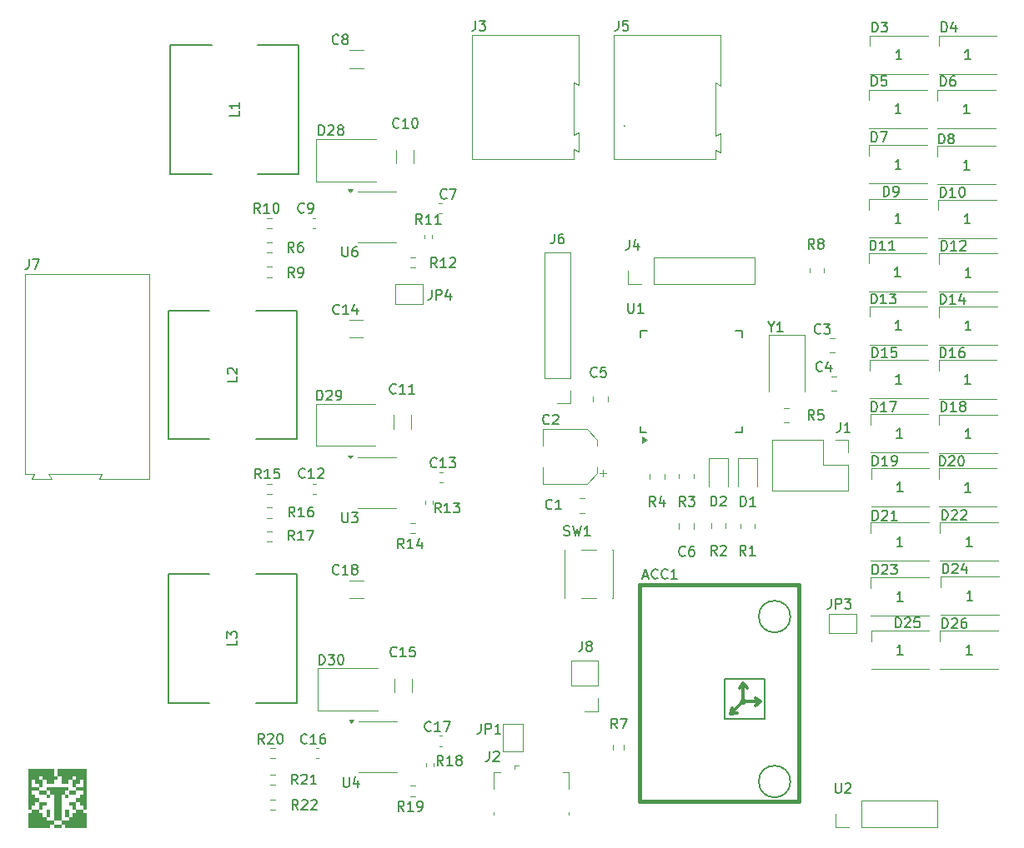
<source format=gbr>
%TF.GenerationSoftware,KiCad,Pcbnew,8.0.4*%
%TF.CreationDate,2025-10-24T14:41:15-04:00*%
%TF.ProjectId,Board,426f6172-642e-46b6-9963-61645f706362,rev?*%
%TF.SameCoordinates,Original*%
%TF.FileFunction,Legend,Top*%
%TF.FilePolarity,Positive*%
%FSLAX46Y46*%
G04 Gerber Fmt 4.6, Leading zero omitted, Abs format (unit mm)*
G04 Created by KiCad (PCBNEW 8.0.4) date 2025-10-24 14:41:15*
%MOMM*%
%LPD*%
G01*
G04 APERTURE LIST*
%ADD10C,0.150000*%
%ADD11C,0.100000*%
%ADD12C,0.300000*%
%ADD13C,0.120000*%
%ADD14C,0.406400*%
%ADD15C,0.127000*%
%ADD16C,0.304800*%
%ADD17C,0.152400*%
%ADD18C,0.000000*%
G04 APERTURE END LIST*
D10*
X149363333Y-102864819D02*
X149030000Y-102388628D01*
X148791905Y-102864819D02*
X148791905Y-101864819D01*
X148791905Y-101864819D02*
X149172857Y-101864819D01*
X149172857Y-101864819D02*
X149268095Y-101912438D01*
X149268095Y-101912438D02*
X149315714Y-101960057D01*
X149315714Y-101960057D02*
X149363333Y-102055295D01*
X149363333Y-102055295D02*
X149363333Y-102198152D01*
X149363333Y-102198152D02*
X149315714Y-102293390D01*
X149315714Y-102293390D02*
X149268095Y-102341009D01*
X149268095Y-102341009D02*
X149172857Y-102388628D01*
X149172857Y-102388628D02*
X148791905Y-102388628D01*
X150315714Y-102864819D02*
X149744286Y-102864819D01*
X150030000Y-102864819D02*
X150030000Y-101864819D01*
X150030000Y-101864819D02*
X149934762Y-102007676D01*
X149934762Y-102007676D02*
X149839524Y-102102914D01*
X149839524Y-102102914D02*
X149744286Y-102150533D01*
X169141905Y-55159819D02*
X169141905Y-54159819D01*
X169141905Y-54159819D02*
X169380000Y-54159819D01*
X169380000Y-54159819D02*
X169522857Y-54207438D01*
X169522857Y-54207438D02*
X169618095Y-54302676D01*
X169618095Y-54302676D02*
X169665714Y-54397914D01*
X169665714Y-54397914D02*
X169713333Y-54588390D01*
X169713333Y-54588390D02*
X169713333Y-54731247D01*
X169713333Y-54731247D02*
X169665714Y-54921723D01*
X169665714Y-54921723D02*
X169618095Y-55016961D01*
X169618095Y-55016961D02*
X169522857Y-55112200D01*
X169522857Y-55112200D02*
X169380000Y-55159819D01*
X169380000Y-55159819D02*
X169141905Y-55159819D01*
X170570476Y-54159819D02*
X170380000Y-54159819D01*
X170380000Y-54159819D02*
X170284762Y-54207438D01*
X170284762Y-54207438D02*
X170237143Y-54255057D01*
X170237143Y-54255057D02*
X170141905Y-54397914D01*
X170141905Y-54397914D02*
X170094286Y-54588390D01*
X170094286Y-54588390D02*
X170094286Y-54969342D01*
X170094286Y-54969342D02*
X170141905Y-55064580D01*
X170141905Y-55064580D02*
X170189524Y-55112200D01*
X170189524Y-55112200D02*
X170284762Y-55159819D01*
X170284762Y-55159819D02*
X170475238Y-55159819D01*
X170475238Y-55159819D02*
X170570476Y-55112200D01*
X170570476Y-55112200D02*
X170618095Y-55064580D01*
X170618095Y-55064580D02*
X170665714Y-54969342D01*
X170665714Y-54969342D02*
X170665714Y-54731247D01*
X170665714Y-54731247D02*
X170618095Y-54636009D01*
X170618095Y-54636009D02*
X170570476Y-54588390D01*
X170570476Y-54588390D02*
X170475238Y-54540771D01*
X170475238Y-54540771D02*
X170284762Y-54540771D01*
X170284762Y-54540771D02*
X170189524Y-54588390D01*
X170189524Y-54588390D02*
X170141905Y-54636009D01*
X170141905Y-54636009D02*
X170094286Y-54731247D01*
X172085714Y-57979819D02*
X171514286Y-57979819D01*
X171800000Y-57979819D02*
X171800000Y-56979819D01*
X171800000Y-56979819D02*
X171704762Y-57122676D01*
X171704762Y-57122676D02*
X171609524Y-57217914D01*
X171609524Y-57217914D02*
X171514286Y-57265533D01*
X151933809Y-79658628D02*
X151933809Y-80134819D01*
X151600476Y-79134819D02*
X151933809Y-79658628D01*
X151933809Y-79658628D02*
X152267142Y-79134819D01*
X153124285Y-80134819D02*
X152552857Y-80134819D01*
X152838571Y-80134819D02*
X152838571Y-79134819D01*
X152838571Y-79134819D02*
X152743333Y-79277676D01*
X152743333Y-79277676D02*
X152648095Y-79372914D01*
X152648095Y-79372914D02*
X152552857Y-79420533D01*
X138944114Y-104981704D02*
X139420304Y-104981704D01*
X138848876Y-105267419D02*
X139182209Y-104267419D01*
X139182209Y-104267419D02*
X139515542Y-105267419D01*
X140420304Y-105172180D02*
X140372685Y-105219800D01*
X140372685Y-105219800D02*
X140229828Y-105267419D01*
X140229828Y-105267419D02*
X140134590Y-105267419D01*
X140134590Y-105267419D02*
X139991733Y-105219800D01*
X139991733Y-105219800D02*
X139896495Y-105124561D01*
X139896495Y-105124561D02*
X139848876Y-105029323D01*
X139848876Y-105029323D02*
X139801257Y-104838847D01*
X139801257Y-104838847D02*
X139801257Y-104695990D01*
X139801257Y-104695990D02*
X139848876Y-104505514D01*
X139848876Y-104505514D02*
X139896495Y-104410276D01*
X139896495Y-104410276D02*
X139991733Y-104315038D01*
X139991733Y-104315038D02*
X140134590Y-104267419D01*
X140134590Y-104267419D02*
X140229828Y-104267419D01*
X140229828Y-104267419D02*
X140372685Y-104315038D01*
X140372685Y-104315038D02*
X140420304Y-104362657D01*
X141420304Y-105172180D02*
X141372685Y-105219800D01*
X141372685Y-105219800D02*
X141229828Y-105267419D01*
X141229828Y-105267419D02*
X141134590Y-105267419D01*
X141134590Y-105267419D02*
X140991733Y-105219800D01*
X140991733Y-105219800D02*
X140896495Y-105124561D01*
X140896495Y-105124561D02*
X140848876Y-105029323D01*
X140848876Y-105029323D02*
X140801257Y-104838847D01*
X140801257Y-104838847D02*
X140801257Y-104695990D01*
X140801257Y-104695990D02*
X140848876Y-104505514D01*
X140848876Y-104505514D02*
X140896495Y-104410276D01*
X140896495Y-104410276D02*
X140991733Y-104315038D01*
X140991733Y-104315038D02*
X141134590Y-104267419D01*
X141134590Y-104267419D02*
X141229828Y-104267419D01*
X141229828Y-104267419D02*
X141372685Y-104315038D01*
X141372685Y-104315038D02*
X141420304Y-104362657D01*
X142372685Y-105267419D02*
X141801257Y-105267419D01*
X142086971Y-105267419D02*
X142086971Y-104267419D01*
X142086971Y-104267419D02*
X141991733Y-104410276D01*
X141991733Y-104410276D02*
X141896495Y-104505514D01*
X141896495Y-104505514D02*
X141801257Y-104553133D01*
X169225714Y-71884819D02*
X169225714Y-70884819D01*
X169225714Y-70884819D02*
X169463809Y-70884819D01*
X169463809Y-70884819D02*
X169606666Y-70932438D01*
X169606666Y-70932438D02*
X169701904Y-71027676D01*
X169701904Y-71027676D02*
X169749523Y-71122914D01*
X169749523Y-71122914D02*
X169797142Y-71313390D01*
X169797142Y-71313390D02*
X169797142Y-71456247D01*
X169797142Y-71456247D02*
X169749523Y-71646723D01*
X169749523Y-71646723D02*
X169701904Y-71741961D01*
X169701904Y-71741961D02*
X169606666Y-71837200D01*
X169606666Y-71837200D02*
X169463809Y-71884819D01*
X169463809Y-71884819D02*
X169225714Y-71884819D01*
X170749523Y-71884819D02*
X170178095Y-71884819D01*
X170463809Y-71884819D02*
X170463809Y-70884819D01*
X170463809Y-70884819D02*
X170368571Y-71027676D01*
X170368571Y-71027676D02*
X170273333Y-71122914D01*
X170273333Y-71122914D02*
X170178095Y-71170533D01*
X171130476Y-70980057D02*
X171178095Y-70932438D01*
X171178095Y-70932438D02*
X171273333Y-70884819D01*
X171273333Y-70884819D02*
X171511428Y-70884819D01*
X171511428Y-70884819D02*
X171606666Y-70932438D01*
X171606666Y-70932438D02*
X171654285Y-70980057D01*
X171654285Y-70980057D02*
X171701904Y-71075295D01*
X171701904Y-71075295D02*
X171701904Y-71170533D01*
X171701904Y-71170533D02*
X171654285Y-71313390D01*
X171654285Y-71313390D02*
X171082857Y-71884819D01*
X171082857Y-71884819D02*
X171701904Y-71884819D01*
X172225714Y-74609819D02*
X171654286Y-74609819D01*
X171940000Y-74609819D02*
X171940000Y-73609819D01*
X171940000Y-73609819D02*
X171844762Y-73752676D01*
X171844762Y-73752676D02*
X171749524Y-73847914D01*
X171749524Y-73847914D02*
X171654286Y-73895533D01*
X134233333Y-84669580D02*
X134185714Y-84717200D01*
X134185714Y-84717200D02*
X134042857Y-84764819D01*
X134042857Y-84764819D02*
X133947619Y-84764819D01*
X133947619Y-84764819D02*
X133804762Y-84717200D01*
X133804762Y-84717200D02*
X133709524Y-84621961D01*
X133709524Y-84621961D02*
X133661905Y-84526723D01*
X133661905Y-84526723D02*
X133614286Y-84336247D01*
X133614286Y-84336247D02*
X133614286Y-84193390D01*
X133614286Y-84193390D02*
X133661905Y-84002914D01*
X133661905Y-84002914D02*
X133709524Y-83907676D01*
X133709524Y-83907676D02*
X133804762Y-83812438D01*
X133804762Y-83812438D02*
X133947619Y-83764819D01*
X133947619Y-83764819D02*
X134042857Y-83764819D01*
X134042857Y-83764819D02*
X134185714Y-83812438D01*
X134185714Y-83812438D02*
X134233333Y-83860057D01*
X135138095Y-83764819D02*
X134661905Y-83764819D01*
X134661905Y-83764819D02*
X134614286Y-84241009D01*
X134614286Y-84241009D02*
X134661905Y-84193390D01*
X134661905Y-84193390D02*
X134757143Y-84145771D01*
X134757143Y-84145771D02*
X134995238Y-84145771D01*
X134995238Y-84145771D02*
X135090476Y-84193390D01*
X135090476Y-84193390D02*
X135138095Y-84241009D01*
X135138095Y-84241009D02*
X135185714Y-84336247D01*
X135185714Y-84336247D02*
X135185714Y-84574342D01*
X135185714Y-84574342D02*
X135138095Y-84669580D01*
X135138095Y-84669580D02*
X135090476Y-84717200D01*
X135090476Y-84717200D02*
X134995238Y-84764819D01*
X134995238Y-84764819D02*
X134757143Y-84764819D01*
X134757143Y-84764819D02*
X134661905Y-84717200D01*
X134661905Y-84717200D02*
X134614286Y-84669580D01*
X169135714Y-66459819D02*
X169135714Y-65459819D01*
X169135714Y-65459819D02*
X169373809Y-65459819D01*
X169373809Y-65459819D02*
X169516666Y-65507438D01*
X169516666Y-65507438D02*
X169611904Y-65602676D01*
X169611904Y-65602676D02*
X169659523Y-65697914D01*
X169659523Y-65697914D02*
X169707142Y-65888390D01*
X169707142Y-65888390D02*
X169707142Y-66031247D01*
X169707142Y-66031247D02*
X169659523Y-66221723D01*
X169659523Y-66221723D02*
X169611904Y-66316961D01*
X169611904Y-66316961D02*
X169516666Y-66412200D01*
X169516666Y-66412200D02*
X169373809Y-66459819D01*
X169373809Y-66459819D02*
X169135714Y-66459819D01*
X170659523Y-66459819D02*
X170088095Y-66459819D01*
X170373809Y-66459819D02*
X170373809Y-65459819D01*
X170373809Y-65459819D02*
X170278571Y-65602676D01*
X170278571Y-65602676D02*
X170183333Y-65697914D01*
X170183333Y-65697914D02*
X170088095Y-65745533D01*
X171278571Y-65459819D02*
X171373809Y-65459819D01*
X171373809Y-65459819D02*
X171469047Y-65507438D01*
X171469047Y-65507438D02*
X171516666Y-65555057D01*
X171516666Y-65555057D02*
X171564285Y-65650295D01*
X171564285Y-65650295D02*
X171611904Y-65840771D01*
X171611904Y-65840771D02*
X171611904Y-66078866D01*
X171611904Y-66078866D02*
X171564285Y-66269342D01*
X171564285Y-66269342D02*
X171516666Y-66364580D01*
X171516666Y-66364580D02*
X171469047Y-66412200D01*
X171469047Y-66412200D02*
X171373809Y-66459819D01*
X171373809Y-66459819D02*
X171278571Y-66459819D01*
X171278571Y-66459819D02*
X171183333Y-66412200D01*
X171183333Y-66412200D02*
X171135714Y-66364580D01*
X171135714Y-66364580D02*
X171088095Y-66269342D01*
X171088095Y-66269342D02*
X171040476Y-66078866D01*
X171040476Y-66078866D02*
X171040476Y-65840771D01*
X171040476Y-65840771D02*
X171088095Y-65650295D01*
X171088095Y-65650295D02*
X171135714Y-65555057D01*
X171135714Y-65555057D02*
X171183333Y-65507438D01*
X171183333Y-65507438D02*
X171278571Y-65459819D01*
X172135714Y-69134819D02*
X171564286Y-69134819D01*
X171850000Y-69134819D02*
X171850000Y-68134819D01*
X171850000Y-68134819D02*
X171754762Y-68277676D01*
X171754762Y-68277676D02*
X171659524Y-68372914D01*
X171659524Y-68372914D02*
X171564286Y-68420533D01*
X108013333Y-50849580D02*
X107965714Y-50897200D01*
X107965714Y-50897200D02*
X107822857Y-50944819D01*
X107822857Y-50944819D02*
X107727619Y-50944819D01*
X107727619Y-50944819D02*
X107584762Y-50897200D01*
X107584762Y-50897200D02*
X107489524Y-50801961D01*
X107489524Y-50801961D02*
X107441905Y-50706723D01*
X107441905Y-50706723D02*
X107394286Y-50516247D01*
X107394286Y-50516247D02*
X107394286Y-50373390D01*
X107394286Y-50373390D02*
X107441905Y-50182914D01*
X107441905Y-50182914D02*
X107489524Y-50087676D01*
X107489524Y-50087676D02*
X107584762Y-49992438D01*
X107584762Y-49992438D02*
X107727619Y-49944819D01*
X107727619Y-49944819D02*
X107822857Y-49944819D01*
X107822857Y-49944819D02*
X107965714Y-49992438D01*
X107965714Y-49992438D02*
X108013333Y-50040057D01*
X108584762Y-50373390D02*
X108489524Y-50325771D01*
X108489524Y-50325771D02*
X108441905Y-50278152D01*
X108441905Y-50278152D02*
X108394286Y-50182914D01*
X108394286Y-50182914D02*
X108394286Y-50135295D01*
X108394286Y-50135295D02*
X108441905Y-50040057D01*
X108441905Y-50040057D02*
X108489524Y-49992438D01*
X108489524Y-49992438D02*
X108584762Y-49944819D01*
X108584762Y-49944819D02*
X108775238Y-49944819D01*
X108775238Y-49944819D02*
X108870476Y-49992438D01*
X108870476Y-49992438D02*
X108918095Y-50040057D01*
X108918095Y-50040057D02*
X108965714Y-50135295D01*
X108965714Y-50135295D02*
X108965714Y-50182914D01*
X108965714Y-50182914D02*
X108918095Y-50278152D01*
X108918095Y-50278152D02*
X108870476Y-50325771D01*
X108870476Y-50325771D02*
X108775238Y-50373390D01*
X108775238Y-50373390D02*
X108584762Y-50373390D01*
X108584762Y-50373390D02*
X108489524Y-50421009D01*
X108489524Y-50421009D02*
X108441905Y-50468628D01*
X108441905Y-50468628D02*
X108394286Y-50563866D01*
X108394286Y-50563866D02*
X108394286Y-50754342D01*
X108394286Y-50754342D02*
X108441905Y-50849580D01*
X108441905Y-50849580D02*
X108489524Y-50897200D01*
X108489524Y-50897200D02*
X108584762Y-50944819D01*
X108584762Y-50944819D02*
X108775238Y-50944819D01*
X108775238Y-50944819D02*
X108870476Y-50897200D01*
X108870476Y-50897200D02*
X108918095Y-50849580D01*
X108918095Y-50849580D02*
X108965714Y-50754342D01*
X108965714Y-50754342D02*
X108965714Y-50563866D01*
X108965714Y-50563866D02*
X108918095Y-50468628D01*
X108918095Y-50468628D02*
X108870476Y-50421009D01*
X108870476Y-50421009D02*
X108775238Y-50373390D01*
X118983333Y-66549580D02*
X118935714Y-66597200D01*
X118935714Y-66597200D02*
X118792857Y-66644819D01*
X118792857Y-66644819D02*
X118697619Y-66644819D01*
X118697619Y-66644819D02*
X118554762Y-66597200D01*
X118554762Y-66597200D02*
X118459524Y-66501961D01*
X118459524Y-66501961D02*
X118411905Y-66406723D01*
X118411905Y-66406723D02*
X118364286Y-66216247D01*
X118364286Y-66216247D02*
X118364286Y-66073390D01*
X118364286Y-66073390D02*
X118411905Y-65882914D01*
X118411905Y-65882914D02*
X118459524Y-65787676D01*
X118459524Y-65787676D02*
X118554762Y-65692438D01*
X118554762Y-65692438D02*
X118697619Y-65644819D01*
X118697619Y-65644819D02*
X118792857Y-65644819D01*
X118792857Y-65644819D02*
X118935714Y-65692438D01*
X118935714Y-65692438D02*
X118983333Y-65740057D01*
X119316667Y-65644819D02*
X119983333Y-65644819D01*
X119983333Y-65644819D02*
X119554762Y-66644819D01*
X114637142Y-102184819D02*
X114303809Y-101708628D01*
X114065714Y-102184819D02*
X114065714Y-101184819D01*
X114065714Y-101184819D02*
X114446666Y-101184819D01*
X114446666Y-101184819D02*
X114541904Y-101232438D01*
X114541904Y-101232438D02*
X114589523Y-101280057D01*
X114589523Y-101280057D02*
X114637142Y-101375295D01*
X114637142Y-101375295D02*
X114637142Y-101518152D01*
X114637142Y-101518152D02*
X114589523Y-101613390D01*
X114589523Y-101613390D02*
X114541904Y-101661009D01*
X114541904Y-101661009D02*
X114446666Y-101708628D01*
X114446666Y-101708628D02*
X114065714Y-101708628D01*
X115589523Y-102184819D02*
X115018095Y-102184819D01*
X115303809Y-102184819D02*
X115303809Y-101184819D01*
X115303809Y-101184819D02*
X115208571Y-101327676D01*
X115208571Y-101327676D02*
X115113333Y-101422914D01*
X115113333Y-101422914D02*
X115018095Y-101470533D01*
X116446666Y-101518152D02*
X116446666Y-102184819D01*
X116208571Y-101137200D02*
X115970476Y-101851485D01*
X115970476Y-101851485D02*
X116589523Y-101851485D01*
X169045714Y-93779819D02*
X169045714Y-92779819D01*
X169045714Y-92779819D02*
X169283809Y-92779819D01*
X169283809Y-92779819D02*
X169426666Y-92827438D01*
X169426666Y-92827438D02*
X169521904Y-92922676D01*
X169521904Y-92922676D02*
X169569523Y-93017914D01*
X169569523Y-93017914D02*
X169617142Y-93208390D01*
X169617142Y-93208390D02*
X169617142Y-93351247D01*
X169617142Y-93351247D02*
X169569523Y-93541723D01*
X169569523Y-93541723D02*
X169521904Y-93636961D01*
X169521904Y-93636961D02*
X169426666Y-93732200D01*
X169426666Y-93732200D02*
X169283809Y-93779819D01*
X169283809Y-93779819D02*
X169045714Y-93779819D01*
X169998095Y-92875057D02*
X170045714Y-92827438D01*
X170045714Y-92827438D02*
X170140952Y-92779819D01*
X170140952Y-92779819D02*
X170379047Y-92779819D01*
X170379047Y-92779819D02*
X170474285Y-92827438D01*
X170474285Y-92827438D02*
X170521904Y-92875057D01*
X170521904Y-92875057D02*
X170569523Y-92970295D01*
X170569523Y-92970295D02*
X170569523Y-93065533D01*
X170569523Y-93065533D02*
X170521904Y-93208390D01*
X170521904Y-93208390D02*
X169950476Y-93779819D01*
X169950476Y-93779819D02*
X170569523Y-93779819D01*
X171188571Y-92779819D02*
X171283809Y-92779819D01*
X171283809Y-92779819D02*
X171379047Y-92827438D01*
X171379047Y-92827438D02*
X171426666Y-92875057D01*
X171426666Y-92875057D02*
X171474285Y-92970295D01*
X171474285Y-92970295D02*
X171521904Y-93160771D01*
X171521904Y-93160771D02*
X171521904Y-93398866D01*
X171521904Y-93398866D02*
X171474285Y-93589342D01*
X171474285Y-93589342D02*
X171426666Y-93684580D01*
X171426666Y-93684580D02*
X171379047Y-93732200D01*
X171379047Y-93732200D02*
X171283809Y-93779819D01*
X171283809Y-93779819D02*
X171188571Y-93779819D01*
X171188571Y-93779819D02*
X171093333Y-93732200D01*
X171093333Y-93732200D02*
X171045714Y-93684580D01*
X171045714Y-93684580D02*
X170998095Y-93589342D01*
X170998095Y-93589342D02*
X170950476Y-93398866D01*
X170950476Y-93398866D02*
X170950476Y-93160771D01*
X170950476Y-93160771D02*
X170998095Y-92970295D01*
X170998095Y-92970295D02*
X171045714Y-92875057D01*
X171045714Y-92875057D02*
X171093333Y-92827438D01*
X171093333Y-92827438D02*
X171188571Y-92779819D01*
X172195714Y-96439819D02*
X171624286Y-96439819D01*
X171910000Y-96439819D02*
X171910000Y-95439819D01*
X171910000Y-95439819D02*
X171814762Y-95582676D01*
X171814762Y-95582676D02*
X171719524Y-95677914D01*
X171719524Y-95677914D02*
X171624286Y-95725533D01*
X103527142Y-101334819D02*
X103193809Y-100858628D01*
X102955714Y-101334819D02*
X102955714Y-100334819D01*
X102955714Y-100334819D02*
X103336666Y-100334819D01*
X103336666Y-100334819D02*
X103431904Y-100382438D01*
X103431904Y-100382438D02*
X103479523Y-100430057D01*
X103479523Y-100430057D02*
X103527142Y-100525295D01*
X103527142Y-100525295D02*
X103527142Y-100668152D01*
X103527142Y-100668152D02*
X103479523Y-100763390D01*
X103479523Y-100763390D02*
X103431904Y-100811009D01*
X103431904Y-100811009D02*
X103336666Y-100858628D01*
X103336666Y-100858628D02*
X102955714Y-100858628D01*
X104479523Y-101334819D02*
X103908095Y-101334819D01*
X104193809Y-101334819D02*
X104193809Y-100334819D01*
X104193809Y-100334819D02*
X104098571Y-100477676D01*
X104098571Y-100477676D02*
X104003333Y-100572914D01*
X104003333Y-100572914D02*
X103908095Y-100620533D01*
X104812857Y-100334819D02*
X105479523Y-100334819D01*
X105479523Y-100334819D02*
X105050952Y-101334819D01*
X104797142Y-121939580D02*
X104749523Y-121987200D01*
X104749523Y-121987200D02*
X104606666Y-122034819D01*
X104606666Y-122034819D02*
X104511428Y-122034819D01*
X104511428Y-122034819D02*
X104368571Y-121987200D01*
X104368571Y-121987200D02*
X104273333Y-121891961D01*
X104273333Y-121891961D02*
X104225714Y-121796723D01*
X104225714Y-121796723D02*
X104178095Y-121606247D01*
X104178095Y-121606247D02*
X104178095Y-121463390D01*
X104178095Y-121463390D02*
X104225714Y-121272914D01*
X104225714Y-121272914D02*
X104273333Y-121177676D01*
X104273333Y-121177676D02*
X104368571Y-121082438D01*
X104368571Y-121082438D02*
X104511428Y-121034819D01*
X104511428Y-121034819D02*
X104606666Y-121034819D01*
X104606666Y-121034819D02*
X104749523Y-121082438D01*
X104749523Y-121082438D02*
X104797142Y-121130057D01*
X105749523Y-122034819D02*
X105178095Y-122034819D01*
X105463809Y-122034819D02*
X105463809Y-121034819D01*
X105463809Y-121034819D02*
X105368571Y-121177676D01*
X105368571Y-121177676D02*
X105273333Y-121272914D01*
X105273333Y-121272914D02*
X105178095Y-121320533D01*
X106606666Y-121034819D02*
X106416190Y-121034819D01*
X106416190Y-121034819D02*
X106320952Y-121082438D01*
X106320952Y-121082438D02*
X106273333Y-121130057D01*
X106273333Y-121130057D02*
X106178095Y-121272914D01*
X106178095Y-121272914D02*
X106130476Y-121463390D01*
X106130476Y-121463390D02*
X106130476Y-121844342D01*
X106130476Y-121844342D02*
X106178095Y-121939580D01*
X106178095Y-121939580D02*
X106225714Y-121987200D01*
X106225714Y-121987200D02*
X106320952Y-122034819D01*
X106320952Y-122034819D02*
X106511428Y-122034819D01*
X106511428Y-122034819D02*
X106606666Y-121987200D01*
X106606666Y-121987200D02*
X106654285Y-121939580D01*
X106654285Y-121939580D02*
X106701904Y-121844342D01*
X106701904Y-121844342D02*
X106701904Y-121606247D01*
X106701904Y-121606247D02*
X106654285Y-121511009D01*
X106654285Y-121511009D02*
X106606666Y-121463390D01*
X106606666Y-121463390D02*
X106511428Y-121415771D01*
X106511428Y-121415771D02*
X106320952Y-121415771D01*
X106320952Y-121415771D02*
X106225714Y-121463390D01*
X106225714Y-121463390D02*
X106178095Y-121511009D01*
X106178095Y-121511009D02*
X106130476Y-121606247D01*
X169375714Y-104714819D02*
X169375714Y-103714819D01*
X169375714Y-103714819D02*
X169613809Y-103714819D01*
X169613809Y-103714819D02*
X169756666Y-103762438D01*
X169756666Y-103762438D02*
X169851904Y-103857676D01*
X169851904Y-103857676D02*
X169899523Y-103952914D01*
X169899523Y-103952914D02*
X169947142Y-104143390D01*
X169947142Y-104143390D02*
X169947142Y-104286247D01*
X169947142Y-104286247D02*
X169899523Y-104476723D01*
X169899523Y-104476723D02*
X169851904Y-104571961D01*
X169851904Y-104571961D02*
X169756666Y-104667200D01*
X169756666Y-104667200D02*
X169613809Y-104714819D01*
X169613809Y-104714819D02*
X169375714Y-104714819D01*
X170328095Y-103810057D02*
X170375714Y-103762438D01*
X170375714Y-103762438D02*
X170470952Y-103714819D01*
X170470952Y-103714819D02*
X170709047Y-103714819D01*
X170709047Y-103714819D02*
X170804285Y-103762438D01*
X170804285Y-103762438D02*
X170851904Y-103810057D01*
X170851904Y-103810057D02*
X170899523Y-103905295D01*
X170899523Y-103905295D02*
X170899523Y-104000533D01*
X170899523Y-104000533D02*
X170851904Y-104143390D01*
X170851904Y-104143390D02*
X170280476Y-104714819D01*
X170280476Y-104714819D02*
X170899523Y-104714819D01*
X171756666Y-104048152D02*
X171756666Y-104714819D01*
X171518571Y-103667200D02*
X171280476Y-104381485D01*
X171280476Y-104381485D02*
X171899523Y-104381485D01*
X172405714Y-107439819D02*
X171834286Y-107439819D01*
X172120000Y-107439819D02*
X172120000Y-106439819D01*
X172120000Y-106439819D02*
X172024762Y-106582676D01*
X172024762Y-106582676D02*
X171929524Y-106677914D01*
X171929524Y-106677914D02*
X171834286Y-106725533D01*
X162161905Y-55149819D02*
X162161905Y-54149819D01*
X162161905Y-54149819D02*
X162400000Y-54149819D01*
X162400000Y-54149819D02*
X162542857Y-54197438D01*
X162542857Y-54197438D02*
X162638095Y-54292676D01*
X162638095Y-54292676D02*
X162685714Y-54387914D01*
X162685714Y-54387914D02*
X162733333Y-54578390D01*
X162733333Y-54578390D02*
X162733333Y-54721247D01*
X162733333Y-54721247D02*
X162685714Y-54911723D01*
X162685714Y-54911723D02*
X162638095Y-55006961D01*
X162638095Y-55006961D02*
X162542857Y-55102200D01*
X162542857Y-55102200D02*
X162400000Y-55149819D01*
X162400000Y-55149819D02*
X162161905Y-55149819D01*
X163638095Y-54149819D02*
X163161905Y-54149819D01*
X163161905Y-54149819D02*
X163114286Y-54626009D01*
X163114286Y-54626009D02*
X163161905Y-54578390D01*
X163161905Y-54578390D02*
X163257143Y-54530771D01*
X163257143Y-54530771D02*
X163495238Y-54530771D01*
X163495238Y-54530771D02*
X163590476Y-54578390D01*
X163590476Y-54578390D02*
X163638095Y-54626009D01*
X163638095Y-54626009D02*
X163685714Y-54721247D01*
X163685714Y-54721247D02*
X163685714Y-54959342D01*
X163685714Y-54959342D02*
X163638095Y-55054580D01*
X163638095Y-55054580D02*
X163590476Y-55102200D01*
X163590476Y-55102200D02*
X163495238Y-55149819D01*
X163495238Y-55149819D02*
X163257143Y-55149819D01*
X163257143Y-55149819D02*
X163161905Y-55102200D01*
X163161905Y-55102200D02*
X163114286Y-55054580D01*
X165125714Y-57939819D02*
X164554286Y-57939819D01*
X164840000Y-57939819D02*
X164840000Y-56939819D01*
X164840000Y-56939819D02*
X164744762Y-57082676D01*
X164744762Y-57082676D02*
X164649524Y-57177914D01*
X164649524Y-57177914D02*
X164554286Y-57225533D01*
X103857142Y-126134819D02*
X103523809Y-125658628D01*
X103285714Y-126134819D02*
X103285714Y-125134819D01*
X103285714Y-125134819D02*
X103666666Y-125134819D01*
X103666666Y-125134819D02*
X103761904Y-125182438D01*
X103761904Y-125182438D02*
X103809523Y-125230057D01*
X103809523Y-125230057D02*
X103857142Y-125325295D01*
X103857142Y-125325295D02*
X103857142Y-125468152D01*
X103857142Y-125468152D02*
X103809523Y-125563390D01*
X103809523Y-125563390D02*
X103761904Y-125611009D01*
X103761904Y-125611009D02*
X103666666Y-125658628D01*
X103666666Y-125658628D02*
X103285714Y-125658628D01*
X104238095Y-125230057D02*
X104285714Y-125182438D01*
X104285714Y-125182438D02*
X104380952Y-125134819D01*
X104380952Y-125134819D02*
X104619047Y-125134819D01*
X104619047Y-125134819D02*
X104714285Y-125182438D01*
X104714285Y-125182438D02*
X104761904Y-125230057D01*
X104761904Y-125230057D02*
X104809523Y-125325295D01*
X104809523Y-125325295D02*
X104809523Y-125420533D01*
X104809523Y-125420533D02*
X104761904Y-125563390D01*
X104761904Y-125563390D02*
X104190476Y-126134819D01*
X104190476Y-126134819D02*
X104809523Y-126134819D01*
X105761904Y-126134819D02*
X105190476Y-126134819D01*
X105476190Y-126134819D02*
X105476190Y-125134819D01*
X105476190Y-125134819D02*
X105380952Y-125277676D01*
X105380952Y-125277676D02*
X105285714Y-125372914D01*
X105285714Y-125372914D02*
X105190476Y-125420533D01*
X162205714Y-82739819D02*
X162205714Y-81739819D01*
X162205714Y-81739819D02*
X162443809Y-81739819D01*
X162443809Y-81739819D02*
X162586666Y-81787438D01*
X162586666Y-81787438D02*
X162681904Y-81882676D01*
X162681904Y-81882676D02*
X162729523Y-81977914D01*
X162729523Y-81977914D02*
X162777142Y-82168390D01*
X162777142Y-82168390D02*
X162777142Y-82311247D01*
X162777142Y-82311247D02*
X162729523Y-82501723D01*
X162729523Y-82501723D02*
X162681904Y-82596961D01*
X162681904Y-82596961D02*
X162586666Y-82692200D01*
X162586666Y-82692200D02*
X162443809Y-82739819D01*
X162443809Y-82739819D02*
X162205714Y-82739819D01*
X163729523Y-82739819D02*
X163158095Y-82739819D01*
X163443809Y-82739819D02*
X163443809Y-81739819D01*
X163443809Y-81739819D02*
X163348571Y-81882676D01*
X163348571Y-81882676D02*
X163253333Y-81977914D01*
X163253333Y-81977914D02*
X163158095Y-82025533D01*
X164634285Y-81739819D02*
X164158095Y-81739819D01*
X164158095Y-81739819D02*
X164110476Y-82216009D01*
X164110476Y-82216009D02*
X164158095Y-82168390D01*
X164158095Y-82168390D02*
X164253333Y-82120771D01*
X164253333Y-82120771D02*
X164491428Y-82120771D01*
X164491428Y-82120771D02*
X164586666Y-82168390D01*
X164586666Y-82168390D02*
X164634285Y-82216009D01*
X164634285Y-82216009D02*
X164681904Y-82311247D01*
X164681904Y-82311247D02*
X164681904Y-82549342D01*
X164681904Y-82549342D02*
X164634285Y-82644580D01*
X164634285Y-82644580D02*
X164586666Y-82692200D01*
X164586666Y-82692200D02*
X164491428Y-82739819D01*
X164491428Y-82739819D02*
X164253333Y-82739819D01*
X164253333Y-82739819D02*
X164158095Y-82692200D01*
X164158095Y-82692200D02*
X164110476Y-82644580D01*
X165185714Y-85444819D02*
X164614286Y-85444819D01*
X164900000Y-85444819D02*
X164900000Y-84444819D01*
X164900000Y-84444819D02*
X164804762Y-84587676D01*
X164804762Y-84587676D02*
X164709524Y-84682914D01*
X164709524Y-84682914D02*
X164614286Y-84730533D01*
X162121905Y-60834819D02*
X162121905Y-59834819D01*
X162121905Y-59834819D02*
X162360000Y-59834819D01*
X162360000Y-59834819D02*
X162502857Y-59882438D01*
X162502857Y-59882438D02*
X162598095Y-59977676D01*
X162598095Y-59977676D02*
X162645714Y-60072914D01*
X162645714Y-60072914D02*
X162693333Y-60263390D01*
X162693333Y-60263390D02*
X162693333Y-60406247D01*
X162693333Y-60406247D02*
X162645714Y-60596723D01*
X162645714Y-60596723D02*
X162598095Y-60691961D01*
X162598095Y-60691961D02*
X162502857Y-60787200D01*
X162502857Y-60787200D02*
X162360000Y-60834819D01*
X162360000Y-60834819D02*
X162121905Y-60834819D01*
X163026667Y-59834819D02*
X163693333Y-59834819D01*
X163693333Y-59834819D02*
X163264762Y-60834819D01*
X165115714Y-63604819D02*
X164544286Y-63604819D01*
X164830000Y-63604819D02*
X164830000Y-62604819D01*
X164830000Y-62604819D02*
X164734762Y-62747676D01*
X164734762Y-62747676D02*
X164639524Y-62842914D01*
X164639524Y-62842914D02*
X164544286Y-62890533D01*
X156953333Y-80259580D02*
X156905714Y-80307200D01*
X156905714Y-80307200D02*
X156762857Y-80354819D01*
X156762857Y-80354819D02*
X156667619Y-80354819D01*
X156667619Y-80354819D02*
X156524762Y-80307200D01*
X156524762Y-80307200D02*
X156429524Y-80211961D01*
X156429524Y-80211961D02*
X156381905Y-80116723D01*
X156381905Y-80116723D02*
X156334286Y-79926247D01*
X156334286Y-79926247D02*
X156334286Y-79783390D01*
X156334286Y-79783390D02*
X156381905Y-79592914D01*
X156381905Y-79592914D02*
X156429524Y-79497676D01*
X156429524Y-79497676D02*
X156524762Y-79402438D01*
X156524762Y-79402438D02*
X156667619Y-79354819D01*
X156667619Y-79354819D02*
X156762857Y-79354819D01*
X156762857Y-79354819D02*
X156905714Y-79402438D01*
X156905714Y-79402438D02*
X156953333Y-79450057D01*
X157286667Y-79354819D02*
X157905714Y-79354819D01*
X157905714Y-79354819D02*
X157572381Y-79735771D01*
X157572381Y-79735771D02*
X157715238Y-79735771D01*
X157715238Y-79735771D02*
X157810476Y-79783390D01*
X157810476Y-79783390D02*
X157858095Y-79831009D01*
X157858095Y-79831009D02*
X157905714Y-79926247D01*
X157905714Y-79926247D02*
X157905714Y-80164342D01*
X157905714Y-80164342D02*
X157858095Y-80259580D01*
X157858095Y-80259580D02*
X157810476Y-80307200D01*
X157810476Y-80307200D02*
X157715238Y-80354819D01*
X157715238Y-80354819D02*
X157429524Y-80354819D01*
X157429524Y-80354819D02*
X157334286Y-80307200D01*
X157334286Y-80307200D02*
X157286667Y-80259580D01*
X108508095Y-125424819D02*
X108508095Y-126234342D01*
X108508095Y-126234342D02*
X108555714Y-126329580D01*
X108555714Y-126329580D02*
X108603333Y-126377200D01*
X108603333Y-126377200D02*
X108698571Y-126424819D01*
X108698571Y-126424819D02*
X108889047Y-126424819D01*
X108889047Y-126424819D02*
X108984285Y-126377200D01*
X108984285Y-126377200D02*
X109031904Y-126329580D01*
X109031904Y-126329580D02*
X109079523Y-126234342D01*
X109079523Y-126234342D02*
X109079523Y-125424819D01*
X109984285Y-125758152D02*
X109984285Y-126424819D01*
X109746190Y-125377200D02*
X109508095Y-126091485D01*
X109508095Y-126091485D02*
X110127142Y-126091485D01*
X117977142Y-93859580D02*
X117929523Y-93907200D01*
X117929523Y-93907200D02*
X117786666Y-93954819D01*
X117786666Y-93954819D02*
X117691428Y-93954819D01*
X117691428Y-93954819D02*
X117548571Y-93907200D01*
X117548571Y-93907200D02*
X117453333Y-93811961D01*
X117453333Y-93811961D02*
X117405714Y-93716723D01*
X117405714Y-93716723D02*
X117358095Y-93526247D01*
X117358095Y-93526247D02*
X117358095Y-93383390D01*
X117358095Y-93383390D02*
X117405714Y-93192914D01*
X117405714Y-93192914D02*
X117453333Y-93097676D01*
X117453333Y-93097676D02*
X117548571Y-93002438D01*
X117548571Y-93002438D02*
X117691428Y-92954819D01*
X117691428Y-92954819D02*
X117786666Y-92954819D01*
X117786666Y-92954819D02*
X117929523Y-93002438D01*
X117929523Y-93002438D02*
X117977142Y-93050057D01*
X118929523Y-93954819D02*
X118358095Y-93954819D01*
X118643809Y-93954819D02*
X118643809Y-92954819D01*
X118643809Y-92954819D02*
X118548571Y-93097676D01*
X118548571Y-93097676D02*
X118453333Y-93192914D01*
X118453333Y-93192914D02*
X118358095Y-93240533D01*
X119262857Y-92954819D02*
X119881904Y-92954819D01*
X119881904Y-92954819D02*
X119548571Y-93335771D01*
X119548571Y-93335771D02*
X119691428Y-93335771D01*
X119691428Y-93335771D02*
X119786666Y-93383390D01*
X119786666Y-93383390D02*
X119834285Y-93431009D01*
X119834285Y-93431009D02*
X119881904Y-93526247D01*
X119881904Y-93526247D02*
X119881904Y-93764342D01*
X119881904Y-93764342D02*
X119834285Y-93859580D01*
X119834285Y-93859580D02*
X119786666Y-93907200D01*
X119786666Y-93907200D02*
X119691428Y-93954819D01*
X119691428Y-93954819D02*
X119405714Y-93954819D01*
X119405714Y-93954819D02*
X119310476Y-93907200D01*
X119310476Y-93907200D02*
X119262857Y-93859580D01*
X129683333Y-98109580D02*
X129635714Y-98157200D01*
X129635714Y-98157200D02*
X129492857Y-98204819D01*
X129492857Y-98204819D02*
X129397619Y-98204819D01*
X129397619Y-98204819D02*
X129254762Y-98157200D01*
X129254762Y-98157200D02*
X129159524Y-98061961D01*
X129159524Y-98061961D02*
X129111905Y-97966723D01*
X129111905Y-97966723D02*
X129064286Y-97776247D01*
X129064286Y-97776247D02*
X129064286Y-97633390D01*
X129064286Y-97633390D02*
X129111905Y-97442914D01*
X129111905Y-97442914D02*
X129159524Y-97347676D01*
X129159524Y-97347676D02*
X129254762Y-97252438D01*
X129254762Y-97252438D02*
X129397619Y-97204819D01*
X129397619Y-97204819D02*
X129492857Y-97204819D01*
X129492857Y-97204819D02*
X129635714Y-97252438D01*
X129635714Y-97252438D02*
X129683333Y-97300057D01*
X130635714Y-98204819D02*
X130064286Y-98204819D01*
X130350000Y-98204819D02*
X130350000Y-97204819D01*
X130350000Y-97204819D02*
X130254762Y-97347676D01*
X130254762Y-97347676D02*
X130159524Y-97442914D01*
X130159524Y-97442914D02*
X130064286Y-97490533D01*
X156313333Y-71724819D02*
X155980000Y-71248628D01*
X155741905Y-71724819D02*
X155741905Y-70724819D01*
X155741905Y-70724819D02*
X156122857Y-70724819D01*
X156122857Y-70724819D02*
X156218095Y-70772438D01*
X156218095Y-70772438D02*
X156265714Y-70820057D01*
X156265714Y-70820057D02*
X156313333Y-70915295D01*
X156313333Y-70915295D02*
X156313333Y-71058152D01*
X156313333Y-71058152D02*
X156265714Y-71153390D01*
X156265714Y-71153390D02*
X156218095Y-71201009D01*
X156218095Y-71201009D02*
X156122857Y-71248628D01*
X156122857Y-71248628D02*
X155741905Y-71248628D01*
X156884762Y-71153390D02*
X156789524Y-71105771D01*
X156789524Y-71105771D02*
X156741905Y-71058152D01*
X156741905Y-71058152D02*
X156694286Y-70962914D01*
X156694286Y-70962914D02*
X156694286Y-70915295D01*
X156694286Y-70915295D02*
X156741905Y-70820057D01*
X156741905Y-70820057D02*
X156789524Y-70772438D01*
X156789524Y-70772438D02*
X156884762Y-70724819D01*
X156884762Y-70724819D02*
X157075238Y-70724819D01*
X157075238Y-70724819D02*
X157170476Y-70772438D01*
X157170476Y-70772438D02*
X157218095Y-70820057D01*
X157218095Y-70820057D02*
X157265714Y-70915295D01*
X157265714Y-70915295D02*
X157265714Y-70962914D01*
X157265714Y-70962914D02*
X157218095Y-71058152D01*
X157218095Y-71058152D02*
X157170476Y-71105771D01*
X157170476Y-71105771D02*
X157075238Y-71153390D01*
X157075238Y-71153390D02*
X156884762Y-71153390D01*
X156884762Y-71153390D02*
X156789524Y-71201009D01*
X156789524Y-71201009D02*
X156741905Y-71248628D01*
X156741905Y-71248628D02*
X156694286Y-71343866D01*
X156694286Y-71343866D02*
X156694286Y-71534342D01*
X156694286Y-71534342D02*
X156741905Y-71629580D01*
X156741905Y-71629580D02*
X156789524Y-71677200D01*
X156789524Y-71677200D02*
X156884762Y-71724819D01*
X156884762Y-71724819D02*
X157075238Y-71724819D01*
X157075238Y-71724819D02*
X157170476Y-71677200D01*
X157170476Y-71677200D02*
X157218095Y-71629580D01*
X157218095Y-71629580D02*
X157265714Y-71534342D01*
X157265714Y-71534342D02*
X157265714Y-71343866D01*
X157265714Y-71343866D02*
X157218095Y-71248628D01*
X157218095Y-71248628D02*
X157170476Y-71201009D01*
X157170476Y-71201009D02*
X157075238Y-71153390D01*
X162105714Y-77284819D02*
X162105714Y-76284819D01*
X162105714Y-76284819D02*
X162343809Y-76284819D01*
X162343809Y-76284819D02*
X162486666Y-76332438D01*
X162486666Y-76332438D02*
X162581904Y-76427676D01*
X162581904Y-76427676D02*
X162629523Y-76522914D01*
X162629523Y-76522914D02*
X162677142Y-76713390D01*
X162677142Y-76713390D02*
X162677142Y-76856247D01*
X162677142Y-76856247D02*
X162629523Y-77046723D01*
X162629523Y-77046723D02*
X162581904Y-77141961D01*
X162581904Y-77141961D02*
X162486666Y-77237200D01*
X162486666Y-77237200D02*
X162343809Y-77284819D01*
X162343809Y-77284819D02*
X162105714Y-77284819D01*
X163629523Y-77284819D02*
X163058095Y-77284819D01*
X163343809Y-77284819D02*
X163343809Y-76284819D01*
X163343809Y-76284819D02*
X163248571Y-76427676D01*
X163248571Y-76427676D02*
X163153333Y-76522914D01*
X163153333Y-76522914D02*
X163058095Y-76570533D01*
X163962857Y-76284819D02*
X164581904Y-76284819D01*
X164581904Y-76284819D02*
X164248571Y-76665771D01*
X164248571Y-76665771D02*
X164391428Y-76665771D01*
X164391428Y-76665771D02*
X164486666Y-76713390D01*
X164486666Y-76713390D02*
X164534285Y-76761009D01*
X164534285Y-76761009D02*
X164581904Y-76856247D01*
X164581904Y-76856247D02*
X164581904Y-77094342D01*
X164581904Y-77094342D02*
X164534285Y-77189580D01*
X164534285Y-77189580D02*
X164486666Y-77237200D01*
X164486666Y-77237200D02*
X164391428Y-77284819D01*
X164391428Y-77284819D02*
X164105714Y-77284819D01*
X164105714Y-77284819D02*
X164010476Y-77237200D01*
X164010476Y-77237200D02*
X163962857Y-77189580D01*
X165145714Y-79969819D02*
X164574286Y-79969819D01*
X164860000Y-79969819D02*
X164860000Y-78969819D01*
X164860000Y-78969819D02*
X164764762Y-79112676D01*
X164764762Y-79112676D02*
X164669524Y-79207914D01*
X164669524Y-79207914D02*
X164574286Y-79255533D01*
X162245714Y-93759819D02*
X162245714Y-92759819D01*
X162245714Y-92759819D02*
X162483809Y-92759819D01*
X162483809Y-92759819D02*
X162626666Y-92807438D01*
X162626666Y-92807438D02*
X162721904Y-92902676D01*
X162721904Y-92902676D02*
X162769523Y-92997914D01*
X162769523Y-92997914D02*
X162817142Y-93188390D01*
X162817142Y-93188390D02*
X162817142Y-93331247D01*
X162817142Y-93331247D02*
X162769523Y-93521723D01*
X162769523Y-93521723D02*
X162721904Y-93616961D01*
X162721904Y-93616961D02*
X162626666Y-93712200D01*
X162626666Y-93712200D02*
X162483809Y-93759819D01*
X162483809Y-93759819D02*
X162245714Y-93759819D01*
X163769523Y-93759819D02*
X163198095Y-93759819D01*
X163483809Y-93759819D02*
X163483809Y-92759819D01*
X163483809Y-92759819D02*
X163388571Y-92902676D01*
X163388571Y-92902676D02*
X163293333Y-92997914D01*
X163293333Y-92997914D02*
X163198095Y-93045533D01*
X164245714Y-93759819D02*
X164436190Y-93759819D01*
X164436190Y-93759819D02*
X164531428Y-93712200D01*
X164531428Y-93712200D02*
X164579047Y-93664580D01*
X164579047Y-93664580D02*
X164674285Y-93521723D01*
X164674285Y-93521723D02*
X164721904Y-93331247D01*
X164721904Y-93331247D02*
X164721904Y-92950295D01*
X164721904Y-92950295D02*
X164674285Y-92855057D01*
X164674285Y-92855057D02*
X164626666Y-92807438D01*
X164626666Y-92807438D02*
X164531428Y-92759819D01*
X164531428Y-92759819D02*
X164340952Y-92759819D01*
X164340952Y-92759819D02*
X164245714Y-92807438D01*
X164245714Y-92807438D02*
X164198095Y-92855057D01*
X164198095Y-92855057D02*
X164150476Y-92950295D01*
X164150476Y-92950295D02*
X164150476Y-93188390D01*
X164150476Y-93188390D02*
X164198095Y-93283628D01*
X164198095Y-93283628D02*
X164245714Y-93331247D01*
X164245714Y-93331247D02*
X164340952Y-93378866D01*
X164340952Y-93378866D02*
X164531428Y-93378866D01*
X164531428Y-93378866D02*
X164626666Y-93331247D01*
X164626666Y-93331247D02*
X164674285Y-93283628D01*
X164674285Y-93283628D02*
X164721904Y-93188390D01*
X165325714Y-96409819D02*
X164754286Y-96409819D01*
X165040000Y-96409819D02*
X165040000Y-95409819D01*
X165040000Y-95409819D02*
X164944762Y-95552676D01*
X164944762Y-95552676D02*
X164849524Y-95647914D01*
X164849524Y-95647914D02*
X164754286Y-95695533D01*
X158031666Y-107294819D02*
X158031666Y-108009104D01*
X158031666Y-108009104D02*
X157984047Y-108151961D01*
X157984047Y-108151961D02*
X157888809Y-108247200D01*
X157888809Y-108247200D02*
X157745952Y-108294819D01*
X157745952Y-108294819D02*
X157650714Y-108294819D01*
X158507857Y-108294819D02*
X158507857Y-107294819D01*
X158507857Y-107294819D02*
X158888809Y-107294819D01*
X158888809Y-107294819D02*
X158984047Y-107342438D01*
X158984047Y-107342438D02*
X159031666Y-107390057D01*
X159031666Y-107390057D02*
X159079285Y-107485295D01*
X159079285Y-107485295D02*
X159079285Y-107628152D01*
X159079285Y-107628152D02*
X159031666Y-107723390D01*
X159031666Y-107723390D02*
X158984047Y-107771009D01*
X158984047Y-107771009D02*
X158888809Y-107818628D01*
X158888809Y-107818628D02*
X158507857Y-107818628D01*
X159412619Y-107294819D02*
X160031666Y-107294819D01*
X160031666Y-107294819D02*
X159698333Y-107675771D01*
X159698333Y-107675771D02*
X159841190Y-107675771D01*
X159841190Y-107675771D02*
X159936428Y-107723390D01*
X159936428Y-107723390D02*
X159984047Y-107771009D01*
X159984047Y-107771009D02*
X160031666Y-107866247D01*
X160031666Y-107866247D02*
X160031666Y-108104342D01*
X160031666Y-108104342D02*
X159984047Y-108199580D01*
X159984047Y-108199580D02*
X159936428Y-108247200D01*
X159936428Y-108247200D02*
X159841190Y-108294819D01*
X159841190Y-108294819D02*
X159555476Y-108294819D01*
X159555476Y-108294819D02*
X159460238Y-108247200D01*
X159460238Y-108247200D02*
X159412619Y-108199580D01*
X132746666Y-111644819D02*
X132746666Y-112359104D01*
X132746666Y-112359104D02*
X132699047Y-112501961D01*
X132699047Y-112501961D02*
X132603809Y-112597200D01*
X132603809Y-112597200D02*
X132460952Y-112644819D01*
X132460952Y-112644819D02*
X132365714Y-112644819D01*
X133365714Y-112073390D02*
X133270476Y-112025771D01*
X133270476Y-112025771D02*
X133222857Y-111978152D01*
X133222857Y-111978152D02*
X133175238Y-111882914D01*
X133175238Y-111882914D02*
X133175238Y-111835295D01*
X133175238Y-111835295D02*
X133222857Y-111740057D01*
X133222857Y-111740057D02*
X133270476Y-111692438D01*
X133270476Y-111692438D02*
X133365714Y-111644819D01*
X133365714Y-111644819D02*
X133556190Y-111644819D01*
X133556190Y-111644819D02*
X133651428Y-111692438D01*
X133651428Y-111692438D02*
X133699047Y-111740057D01*
X133699047Y-111740057D02*
X133746666Y-111835295D01*
X133746666Y-111835295D02*
X133746666Y-111882914D01*
X133746666Y-111882914D02*
X133699047Y-111978152D01*
X133699047Y-111978152D02*
X133651428Y-112025771D01*
X133651428Y-112025771D02*
X133556190Y-112073390D01*
X133556190Y-112073390D02*
X133365714Y-112073390D01*
X133365714Y-112073390D02*
X133270476Y-112121009D01*
X133270476Y-112121009D02*
X133222857Y-112168628D01*
X133222857Y-112168628D02*
X133175238Y-112263866D01*
X133175238Y-112263866D02*
X133175238Y-112454342D01*
X133175238Y-112454342D02*
X133222857Y-112549580D01*
X133222857Y-112549580D02*
X133270476Y-112597200D01*
X133270476Y-112597200D02*
X133365714Y-112644819D01*
X133365714Y-112644819D02*
X133556190Y-112644819D01*
X133556190Y-112644819D02*
X133651428Y-112597200D01*
X133651428Y-112597200D02*
X133699047Y-112549580D01*
X133699047Y-112549580D02*
X133746666Y-112454342D01*
X133746666Y-112454342D02*
X133746666Y-112263866D01*
X133746666Y-112263866D02*
X133699047Y-112168628D01*
X133699047Y-112168628D02*
X133651428Y-112121009D01*
X133651428Y-112121009D02*
X133556190Y-112073390D01*
X113907142Y-113082080D02*
X113859523Y-113129700D01*
X113859523Y-113129700D02*
X113716666Y-113177319D01*
X113716666Y-113177319D02*
X113621428Y-113177319D01*
X113621428Y-113177319D02*
X113478571Y-113129700D01*
X113478571Y-113129700D02*
X113383333Y-113034461D01*
X113383333Y-113034461D02*
X113335714Y-112939223D01*
X113335714Y-112939223D02*
X113288095Y-112748747D01*
X113288095Y-112748747D02*
X113288095Y-112605890D01*
X113288095Y-112605890D02*
X113335714Y-112415414D01*
X113335714Y-112415414D02*
X113383333Y-112320176D01*
X113383333Y-112320176D02*
X113478571Y-112224938D01*
X113478571Y-112224938D02*
X113621428Y-112177319D01*
X113621428Y-112177319D02*
X113716666Y-112177319D01*
X113716666Y-112177319D02*
X113859523Y-112224938D01*
X113859523Y-112224938D02*
X113907142Y-112272557D01*
X114859523Y-113177319D02*
X114288095Y-113177319D01*
X114573809Y-113177319D02*
X114573809Y-112177319D01*
X114573809Y-112177319D02*
X114478571Y-112320176D01*
X114478571Y-112320176D02*
X114383333Y-112415414D01*
X114383333Y-112415414D02*
X114288095Y-112463033D01*
X115764285Y-112177319D02*
X115288095Y-112177319D01*
X115288095Y-112177319D02*
X115240476Y-112653509D01*
X115240476Y-112653509D02*
X115288095Y-112605890D01*
X115288095Y-112605890D02*
X115383333Y-112558271D01*
X115383333Y-112558271D02*
X115621428Y-112558271D01*
X115621428Y-112558271D02*
X115716666Y-112605890D01*
X115716666Y-112605890D02*
X115764285Y-112653509D01*
X115764285Y-112653509D02*
X115811904Y-112748747D01*
X115811904Y-112748747D02*
X115811904Y-112986842D01*
X115811904Y-112986842D02*
X115764285Y-113082080D01*
X115764285Y-113082080D02*
X115716666Y-113129700D01*
X115716666Y-113129700D02*
X115621428Y-113177319D01*
X115621428Y-113177319D02*
X115383333Y-113177319D01*
X115383333Y-113177319D02*
X115288095Y-113129700D01*
X115288095Y-113129700D02*
X115240476Y-113082080D01*
X129393333Y-89469580D02*
X129345714Y-89517200D01*
X129345714Y-89517200D02*
X129202857Y-89564819D01*
X129202857Y-89564819D02*
X129107619Y-89564819D01*
X129107619Y-89564819D02*
X128964762Y-89517200D01*
X128964762Y-89517200D02*
X128869524Y-89421961D01*
X128869524Y-89421961D02*
X128821905Y-89326723D01*
X128821905Y-89326723D02*
X128774286Y-89136247D01*
X128774286Y-89136247D02*
X128774286Y-88993390D01*
X128774286Y-88993390D02*
X128821905Y-88802914D01*
X128821905Y-88802914D02*
X128869524Y-88707676D01*
X128869524Y-88707676D02*
X128964762Y-88612438D01*
X128964762Y-88612438D02*
X129107619Y-88564819D01*
X129107619Y-88564819D02*
X129202857Y-88564819D01*
X129202857Y-88564819D02*
X129345714Y-88612438D01*
X129345714Y-88612438D02*
X129393333Y-88660057D01*
X129774286Y-88660057D02*
X129821905Y-88612438D01*
X129821905Y-88612438D02*
X129917143Y-88564819D01*
X129917143Y-88564819D02*
X130155238Y-88564819D01*
X130155238Y-88564819D02*
X130250476Y-88612438D01*
X130250476Y-88612438D02*
X130298095Y-88660057D01*
X130298095Y-88660057D02*
X130345714Y-88755295D01*
X130345714Y-88755295D02*
X130345714Y-88850533D01*
X130345714Y-88850533D02*
X130298095Y-88993390D01*
X130298095Y-88993390D02*
X129726667Y-89564819D01*
X129726667Y-89564819D02*
X130345714Y-89564819D01*
X103557142Y-98954819D02*
X103223809Y-98478628D01*
X102985714Y-98954819D02*
X102985714Y-97954819D01*
X102985714Y-97954819D02*
X103366666Y-97954819D01*
X103366666Y-97954819D02*
X103461904Y-98002438D01*
X103461904Y-98002438D02*
X103509523Y-98050057D01*
X103509523Y-98050057D02*
X103557142Y-98145295D01*
X103557142Y-98145295D02*
X103557142Y-98288152D01*
X103557142Y-98288152D02*
X103509523Y-98383390D01*
X103509523Y-98383390D02*
X103461904Y-98431009D01*
X103461904Y-98431009D02*
X103366666Y-98478628D01*
X103366666Y-98478628D02*
X102985714Y-98478628D01*
X104509523Y-98954819D02*
X103938095Y-98954819D01*
X104223809Y-98954819D02*
X104223809Y-97954819D01*
X104223809Y-97954819D02*
X104128571Y-98097676D01*
X104128571Y-98097676D02*
X104033333Y-98192914D01*
X104033333Y-98192914D02*
X103938095Y-98240533D01*
X105366666Y-97954819D02*
X105176190Y-97954819D01*
X105176190Y-97954819D02*
X105080952Y-98002438D01*
X105080952Y-98002438D02*
X105033333Y-98050057D01*
X105033333Y-98050057D02*
X104938095Y-98192914D01*
X104938095Y-98192914D02*
X104890476Y-98383390D01*
X104890476Y-98383390D02*
X104890476Y-98764342D01*
X104890476Y-98764342D02*
X104938095Y-98859580D01*
X104938095Y-98859580D02*
X104985714Y-98907200D01*
X104985714Y-98907200D02*
X105080952Y-98954819D01*
X105080952Y-98954819D02*
X105271428Y-98954819D01*
X105271428Y-98954819D02*
X105366666Y-98907200D01*
X105366666Y-98907200D02*
X105414285Y-98859580D01*
X105414285Y-98859580D02*
X105461904Y-98764342D01*
X105461904Y-98764342D02*
X105461904Y-98526247D01*
X105461904Y-98526247D02*
X105414285Y-98431009D01*
X105414285Y-98431009D02*
X105366666Y-98383390D01*
X105366666Y-98383390D02*
X105271428Y-98335771D01*
X105271428Y-98335771D02*
X105080952Y-98335771D01*
X105080952Y-98335771D02*
X104985714Y-98383390D01*
X104985714Y-98383390D02*
X104938095Y-98431009D01*
X104938095Y-98431009D02*
X104890476Y-98526247D01*
X164565714Y-110204819D02*
X164565714Y-109204819D01*
X164565714Y-109204819D02*
X164803809Y-109204819D01*
X164803809Y-109204819D02*
X164946666Y-109252438D01*
X164946666Y-109252438D02*
X165041904Y-109347676D01*
X165041904Y-109347676D02*
X165089523Y-109442914D01*
X165089523Y-109442914D02*
X165137142Y-109633390D01*
X165137142Y-109633390D02*
X165137142Y-109776247D01*
X165137142Y-109776247D02*
X165089523Y-109966723D01*
X165089523Y-109966723D02*
X165041904Y-110061961D01*
X165041904Y-110061961D02*
X164946666Y-110157200D01*
X164946666Y-110157200D02*
X164803809Y-110204819D01*
X164803809Y-110204819D02*
X164565714Y-110204819D01*
X165518095Y-109300057D02*
X165565714Y-109252438D01*
X165565714Y-109252438D02*
X165660952Y-109204819D01*
X165660952Y-109204819D02*
X165899047Y-109204819D01*
X165899047Y-109204819D02*
X165994285Y-109252438D01*
X165994285Y-109252438D02*
X166041904Y-109300057D01*
X166041904Y-109300057D02*
X166089523Y-109395295D01*
X166089523Y-109395295D02*
X166089523Y-109490533D01*
X166089523Y-109490533D02*
X166041904Y-109633390D01*
X166041904Y-109633390D02*
X165470476Y-110204819D01*
X165470476Y-110204819D02*
X166089523Y-110204819D01*
X166994285Y-109204819D02*
X166518095Y-109204819D01*
X166518095Y-109204819D02*
X166470476Y-109681009D01*
X166470476Y-109681009D02*
X166518095Y-109633390D01*
X166518095Y-109633390D02*
X166613333Y-109585771D01*
X166613333Y-109585771D02*
X166851428Y-109585771D01*
X166851428Y-109585771D02*
X166946666Y-109633390D01*
X166946666Y-109633390D02*
X166994285Y-109681009D01*
X166994285Y-109681009D02*
X167041904Y-109776247D01*
X167041904Y-109776247D02*
X167041904Y-110014342D01*
X167041904Y-110014342D02*
X166994285Y-110109580D01*
X166994285Y-110109580D02*
X166946666Y-110157200D01*
X166946666Y-110157200D02*
X166851428Y-110204819D01*
X166851428Y-110204819D02*
X166613333Y-110204819D01*
X166613333Y-110204819D02*
X166518095Y-110157200D01*
X166518095Y-110157200D02*
X166470476Y-110109580D01*
X165325714Y-112939819D02*
X164754286Y-112939819D01*
X165040000Y-112939819D02*
X165040000Y-111939819D01*
X165040000Y-111939819D02*
X164944762Y-112082676D01*
X164944762Y-112082676D02*
X164849524Y-112177914D01*
X164849524Y-112177914D02*
X164754286Y-112225533D01*
X156303333Y-89104819D02*
X155970000Y-88628628D01*
X155731905Y-89104819D02*
X155731905Y-88104819D01*
X155731905Y-88104819D02*
X156112857Y-88104819D01*
X156112857Y-88104819D02*
X156208095Y-88152438D01*
X156208095Y-88152438D02*
X156255714Y-88200057D01*
X156255714Y-88200057D02*
X156303333Y-88295295D01*
X156303333Y-88295295D02*
X156303333Y-88438152D01*
X156303333Y-88438152D02*
X156255714Y-88533390D01*
X156255714Y-88533390D02*
X156208095Y-88581009D01*
X156208095Y-88581009D02*
X156112857Y-88628628D01*
X156112857Y-88628628D02*
X155731905Y-88628628D01*
X157208095Y-88104819D02*
X156731905Y-88104819D01*
X156731905Y-88104819D02*
X156684286Y-88581009D01*
X156684286Y-88581009D02*
X156731905Y-88533390D01*
X156731905Y-88533390D02*
X156827143Y-88485771D01*
X156827143Y-88485771D02*
X157065238Y-88485771D01*
X157065238Y-88485771D02*
X157160476Y-88533390D01*
X157160476Y-88533390D02*
X157208095Y-88581009D01*
X157208095Y-88581009D02*
X157255714Y-88676247D01*
X157255714Y-88676247D02*
X157255714Y-88914342D01*
X157255714Y-88914342D02*
X157208095Y-89009580D01*
X157208095Y-89009580D02*
X157160476Y-89057200D01*
X157160476Y-89057200D02*
X157065238Y-89104819D01*
X157065238Y-89104819D02*
X156827143Y-89104819D01*
X156827143Y-89104819D02*
X156731905Y-89057200D01*
X156731905Y-89057200D02*
X156684286Y-89009580D01*
X100047142Y-68074819D02*
X99713809Y-67598628D01*
X99475714Y-68074819D02*
X99475714Y-67074819D01*
X99475714Y-67074819D02*
X99856666Y-67074819D01*
X99856666Y-67074819D02*
X99951904Y-67122438D01*
X99951904Y-67122438D02*
X99999523Y-67170057D01*
X99999523Y-67170057D02*
X100047142Y-67265295D01*
X100047142Y-67265295D02*
X100047142Y-67408152D01*
X100047142Y-67408152D02*
X99999523Y-67503390D01*
X99999523Y-67503390D02*
X99951904Y-67551009D01*
X99951904Y-67551009D02*
X99856666Y-67598628D01*
X99856666Y-67598628D02*
X99475714Y-67598628D01*
X100999523Y-68074819D02*
X100428095Y-68074819D01*
X100713809Y-68074819D02*
X100713809Y-67074819D01*
X100713809Y-67074819D02*
X100618571Y-67217676D01*
X100618571Y-67217676D02*
X100523333Y-67312914D01*
X100523333Y-67312914D02*
X100428095Y-67360533D01*
X101618571Y-67074819D02*
X101713809Y-67074819D01*
X101713809Y-67074819D02*
X101809047Y-67122438D01*
X101809047Y-67122438D02*
X101856666Y-67170057D01*
X101856666Y-67170057D02*
X101904285Y-67265295D01*
X101904285Y-67265295D02*
X101951904Y-67455771D01*
X101951904Y-67455771D02*
X101951904Y-67693866D01*
X101951904Y-67693866D02*
X101904285Y-67884342D01*
X101904285Y-67884342D02*
X101856666Y-67979580D01*
X101856666Y-67979580D02*
X101809047Y-68027200D01*
X101809047Y-68027200D02*
X101713809Y-68074819D01*
X101713809Y-68074819D02*
X101618571Y-68074819D01*
X101618571Y-68074819D02*
X101523333Y-68027200D01*
X101523333Y-68027200D02*
X101475714Y-67979580D01*
X101475714Y-67979580D02*
X101428095Y-67884342D01*
X101428095Y-67884342D02*
X101380476Y-67693866D01*
X101380476Y-67693866D02*
X101380476Y-67455771D01*
X101380476Y-67455771D02*
X101428095Y-67265295D01*
X101428095Y-67265295D02*
X101475714Y-67170057D01*
X101475714Y-67170057D02*
X101523333Y-67122438D01*
X101523333Y-67122438D02*
X101618571Y-67074819D01*
X169135714Y-77319819D02*
X169135714Y-76319819D01*
X169135714Y-76319819D02*
X169373809Y-76319819D01*
X169373809Y-76319819D02*
X169516666Y-76367438D01*
X169516666Y-76367438D02*
X169611904Y-76462676D01*
X169611904Y-76462676D02*
X169659523Y-76557914D01*
X169659523Y-76557914D02*
X169707142Y-76748390D01*
X169707142Y-76748390D02*
X169707142Y-76891247D01*
X169707142Y-76891247D02*
X169659523Y-77081723D01*
X169659523Y-77081723D02*
X169611904Y-77176961D01*
X169611904Y-77176961D02*
X169516666Y-77272200D01*
X169516666Y-77272200D02*
X169373809Y-77319819D01*
X169373809Y-77319819D02*
X169135714Y-77319819D01*
X170659523Y-77319819D02*
X170088095Y-77319819D01*
X170373809Y-77319819D02*
X170373809Y-76319819D01*
X170373809Y-76319819D02*
X170278571Y-76462676D01*
X170278571Y-76462676D02*
X170183333Y-76557914D01*
X170183333Y-76557914D02*
X170088095Y-76605533D01*
X171516666Y-76653152D02*
X171516666Y-77319819D01*
X171278571Y-76272200D02*
X171040476Y-76986485D01*
X171040476Y-76986485D02*
X171659523Y-76986485D01*
X172235714Y-79999819D02*
X171664286Y-79999819D01*
X171950000Y-79999819D02*
X171950000Y-78999819D01*
X171950000Y-78999819D02*
X171854762Y-79142676D01*
X171854762Y-79142676D02*
X171759524Y-79237914D01*
X171759524Y-79237914D02*
X171664286Y-79285533D01*
X146423333Y-102864819D02*
X146090000Y-102388628D01*
X145851905Y-102864819D02*
X145851905Y-101864819D01*
X145851905Y-101864819D02*
X146232857Y-101864819D01*
X146232857Y-101864819D02*
X146328095Y-101912438D01*
X146328095Y-101912438D02*
X146375714Y-101960057D01*
X146375714Y-101960057D02*
X146423333Y-102055295D01*
X146423333Y-102055295D02*
X146423333Y-102198152D01*
X146423333Y-102198152D02*
X146375714Y-102293390D01*
X146375714Y-102293390D02*
X146328095Y-102341009D01*
X146328095Y-102341009D02*
X146232857Y-102388628D01*
X146232857Y-102388628D02*
X145851905Y-102388628D01*
X146804286Y-101960057D02*
X146851905Y-101912438D01*
X146851905Y-101912438D02*
X146947143Y-101864819D01*
X146947143Y-101864819D02*
X147185238Y-101864819D01*
X147185238Y-101864819D02*
X147280476Y-101912438D01*
X147280476Y-101912438D02*
X147328095Y-101960057D01*
X147328095Y-101960057D02*
X147375714Y-102055295D01*
X147375714Y-102055295D02*
X147375714Y-102150533D01*
X147375714Y-102150533D02*
X147328095Y-102293390D01*
X147328095Y-102293390D02*
X146756667Y-102864819D01*
X146756667Y-102864819D02*
X147375714Y-102864819D01*
X108398095Y-98534819D02*
X108398095Y-99344342D01*
X108398095Y-99344342D02*
X108445714Y-99439580D01*
X108445714Y-99439580D02*
X108493333Y-99487200D01*
X108493333Y-99487200D02*
X108588571Y-99534819D01*
X108588571Y-99534819D02*
X108779047Y-99534819D01*
X108779047Y-99534819D02*
X108874285Y-99487200D01*
X108874285Y-99487200D02*
X108921904Y-99439580D01*
X108921904Y-99439580D02*
X108969523Y-99344342D01*
X108969523Y-99344342D02*
X108969523Y-98534819D01*
X109350476Y-98534819D02*
X109969523Y-98534819D01*
X109969523Y-98534819D02*
X109636190Y-98915771D01*
X109636190Y-98915771D02*
X109779047Y-98915771D01*
X109779047Y-98915771D02*
X109874285Y-98963390D01*
X109874285Y-98963390D02*
X109921904Y-99011009D01*
X109921904Y-99011009D02*
X109969523Y-99106247D01*
X109969523Y-99106247D02*
X109969523Y-99344342D01*
X109969523Y-99344342D02*
X109921904Y-99439580D01*
X109921904Y-99439580D02*
X109874285Y-99487200D01*
X109874285Y-99487200D02*
X109779047Y-99534819D01*
X109779047Y-99534819D02*
X109493333Y-99534819D01*
X109493333Y-99534819D02*
X109398095Y-99487200D01*
X109398095Y-99487200D02*
X109350476Y-99439580D01*
X103483333Y-72054819D02*
X103150000Y-71578628D01*
X102911905Y-72054819D02*
X102911905Y-71054819D01*
X102911905Y-71054819D02*
X103292857Y-71054819D01*
X103292857Y-71054819D02*
X103388095Y-71102438D01*
X103388095Y-71102438D02*
X103435714Y-71150057D01*
X103435714Y-71150057D02*
X103483333Y-71245295D01*
X103483333Y-71245295D02*
X103483333Y-71388152D01*
X103483333Y-71388152D02*
X103435714Y-71483390D01*
X103435714Y-71483390D02*
X103388095Y-71531009D01*
X103388095Y-71531009D02*
X103292857Y-71578628D01*
X103292857Y-71578628D02*
X102911905Y-71578628D01*
X104340476Y-71054819D02*
X104150000Y-71054819D01*
X104150000Y-71054819D02*
X104054762Y-71102438D01*
X104054762Y-71102438D02*
X104007143Y-71150057D01*
X104007143Y-71150057D02*
X103911905Y-71292914D01*
X103911905Y-71292914D02*
X103864286Y-71483390D01*
X103864286Y-71483390D02*
X103864286Y-71864342D01*
X103864286Y-71864342D02*
X103911905Y-71959580D01*
X103911905Y-71959580D02*
X103959524Y-72007200D01*
X103959524Y-72007200D02*
X104054762Y-72054819D01*
X104054762Y-72054819D02*
X104245238Y-72054819D01*
X104245238Y-72054819D02*
X104340476Y-72007200D01*
X104340476Y-72007200D02*
X104388095Y-71959580D01*
X104388095Y-71959580D02*
X104435714Y-71864342D01*
X104435714Y-71864342D02*
X104435714Y-71626247D01*
X104435714Y-71626247D02*
X104388095Y-71531009D01*
X104388095Y-71531009D02*
X104340476Y-71483390D01*
X104340476Y-71483390D02*
X104245238Y-71435771D01*
X104245238Y-71435771D02*
X104054762Y-71435771D01*
X104054762Y-71435771D02*
X103959524Y-71483390D01*
X103959524Y-71483390D02*
X103911905Y-71531009D01*
X103911905Y-71531009D02*
X103864286Y-71626247D01*
D11*
X136990000Y-59152180D02*
X137037619Y-59199800D01*
X137037619Y-59199800D02*
X136990000Y-59247419D01*
X136990000Y-59247419D02*
X136942381Y-59199800D01*
X136942381Y-59199800D02*
X136990000Y-59152180D01*
X136990000Y-59152180D02*
X136990000Y-59247419D01*
D10*
X118637142Y-124234819D02*
X118303809Y-123758628D01*
X118065714Y-124234819D02*
X118065714Y-123234819D01*
X118065714Y-123234819D02*
X118446666Y-123234819D01*
X118446666Y-123234819D02*
X118541904Y-123282438D01*
X118541904Y-123282438D02*
X118589523Y-123330057D01*
X118589523Y-123330057D02*
X118637142Y-123425295D01*
X118637142Y-123425295D02*
X118637142Y-123568152D01*
X118637142Y-123568152D02*
X118589523Y-123663390D01*
X118589523Y-123663390D02*
X118541904Y-123711009D01*
X118541904Y-123711009D02*
X118446666Y-123758628D01*
X118446666Y-123758628D02*
X118065714Y-123758628D01*
X119589523Y-124234819D02*
X119018095Y-124234819D01*
X119303809Y-124234819D02*
X119303809Y-123234819D01*
X119303809Y-123234819D02*
X119208571Y-123377676D01*
X119208571Y-123377676D02*
X119113333Y-123472914D01*
X119113333Y-123472914D02*
X119018095Y-123520533D01*
X120160952Y-123663390D02*
X120065714Y-123615771D01*
X120065714Y-123615771D02*
X120018095Y-123568152D01*
X120018095Y-123568152D02*
X119970476Y-123472914D01*
X119970476Y-123472914D02*
X119970476Y-123425295D01*
X119970476Y-123425295D02*
X120018095Y-123330057D01*
X120018095Y-123330057D02*
X120065714Y-123282438D01*
X120065714Y-123282438D02*
X120160952Y-123234819D01*
X120160952Y-123234819D02*
X120351428Y-123234819D01*
X120351428Y-123234819D02*
X120446666Y-123282438D01*
X120446666Y-123282438D02*
X120494285Y-123330057D01*
X120494285Y-123330057D02*
X120541904Y-123425295D01*
X120541904Y-123425295D02*
X120541904Y-123472914D01*
X120541904Y-123472914D02*
X120494285Y-123568152D01*
X120494285Y-123568152D02*
X120446666Y-123615771D01*
X120446666Y-123615771D02*
X120351428Y-123663390D01*
X120351428Y-123663390D02*
X120160952Y-123663390D01*
X120160952Y-123663390D02*
X120065714Y-123711009D01*
X120065714Y-123711009D02*
X120018095Y-123758628D01*
X120018095Y-123758628D02*
X119970476Y-123853866D01*
X119970476Y-123853866D02*
X119970476Y-124044342D01*
X119970476Y-124044342D02*
X120018095Y-124139580D01*
X120018095Y-124139580D02*
X120065714Y-124187200D01*
X120065714Y-124187200D02*
X120160952Y-124234819D01*
X120160952Y-124234819D02*
X120351428Y-124234819D01*
X120351428Y-124234819D02*
X120446666Y-124187200D01*
X120446666Y-124187200D02*
X120494285Y-124139580D01*
X120494285Y-124139580D02*
X120541904Y-124044342D01*
X120541904Y-124044342D02*
X120541904Y-123853866D01*
X120541904Y-123853866D02*
X120494285Y-123758628D01*
X120494285Y-123758628D02*
X120446666Y-123711009D01*
X120446666Y-123711009D02*
X120351428Y-123663390D01*
X162191905Y-49684819D02*
X162191905Y-48684819D01*
X162191905Y-48684819D02*
X162430000Y-48684819D01*
X162430000Y-48684819D02*
X162572857Y-48732438D01*
X162572857Y-48732438D02*
X162668095Y-48827676D01*
X162668095Y-48827676D02*
X162715714Y-48922914D01*
X162715714Y-48922914D02*
X162763333Y-49113390D01*
X162763333Y-49113390D02*
X162763333Y-49256247D01*
X162763333Y-49256247D02*
X162715714Y-49446723D01*
X162715714Y-49446723D02*
X162668095Y-49541961D01*
X162668095Y-49541961D02*
X162572857Y-49637200D01*
X162572857Y-49637200D02*
X162430000Y-49684819D01*
X162430000Y-49684819D02*
X162191905Y-49684819D01*
X163096667Y-48684819D02*
X163715714Y-48684819D01*
X163715714Y-48684819D02*
X163382381Y-49065771D01*
X163382381Y-49065771D02*
X163525238Y-49065771D01*
X163525238Y-49065771D02*
X163620476Y-49113390D01*
X163620476Y-49113390D02*
X163668095Y-49161009D01*
X163668095Y-49161009D02*
X163715714Y-49256247D01*
X163715714Y-49256247D02*
X163715714Y-49494342D01*
X163715714Y-49494342D02*
X163668095Y-49589580D01*
X163668095Y-49589580D02*
X163620476Y-49637200D01*
X163620476Y-49637200D02*
X163525238Y-49684819D01*
X163525238Y-49684819D02*
X163239524Y-49684819D01*
X163239524Y-49684819D02*
X163144286Y-49637200D01*
X163144286Y-49637200D02*
X163096667Y-49589580D01*
X165205714Y-52439819D02*
X164634286Y-52439819D01*
X164920000Y-52439819D02*
X164920000Y-51439819D01*
X164920000Y-51439819D02*
X164824762Y-51582676D01*
X164824762Y-51582676D02*
X164729524Y-51677914D01*
X164729524Y-51677914D02*
X164634286Y-51725533D01*
X162235714Y-104799819D02*
X162235714Y-103799819D01*
X162235714Y-103799819D02*
X162473809Y-103799819D01*
X162473809Y-103799819D02*
X162616666Y-103847438D01*
X162616666Y-103847438D02*
X162711904Y-103942676D01*
X162711904Y-103942676D02*
X162759523Y-104037914D01*
X162759523Y-104037914D02*
X162807142Y-104228390D01*
X162807142Y-104228390D02*
X162807142Y-104371247D01*
X162807142Y-104371247D02*
X162759523Y-104561723D01*
X162759523Y-104561723D02*
X162711904Y-104656961D01*
X162711904Y-104656961D02*
X162616666Y-104752200D01*
X162616666Y-104752200D02*
X162473809Y-104799819D01*
X162473809Y-104799819D02*
X162235714Y-104799819D01*
X163188095Y-103895057D02*
X163235714Y-103847438D01*
X163235714Y-103847438D02*
X163330952Y-103799819D01*
X163330952Y-103799819D02*
X163569047Y-103799819D01*
X163569047Y-103799819D02*
X163664285Y-103847438D01*
X163664285Y-103847438D02*
X163711904Y-103895057D01*
X163711904Y-103895057D02*
X163759523Y-103990295D01*
X163759523Y-103990295D02*
X163759523Y-104085533D01*
X163759523Y-104085533D02*
X163711904Y-104228390D01*
X163711904Y-104228390D02*
X163140476Y-104799819D01*
X163140476Y-104799819D02*
X163759523Y-104799819D01*
X164092857Y-103799819D02*
X164711904Y-103799819D01*
X164711904Y-103799819D02*
X164378571Y-104180771D01*
X164378571Y-104180771D02*
X164521428Y-104180771D01*
X164521428Y-104180771D02*
X164616666Y-104228390D01*
X164616666Y-104228390D02*
X164664285Y-104276009D01*
X164664285Y-104276009D02*
X164711904Y-104371247D01*
X164711904Y-104371247D02*
X164711904Y-104609342D01*
X164711904Y-104609342D02*
X164664285Y-104704580D01*
X164664285Y-104704580D02*
X164616666Y-104752200D01*
X164616666Y-104752200D02*
X164521428Y-104799819D01*
X164521428Y-104799819D02*
X164235714Y-104799819D01*
X164235714Y-104799819D02*
X164140476Y-104752200D01*
X164140476Y-104752200D02*
X164092857Y-104704580D01*
X165305714Y-107519819D02*
X164734286Y-107519819D01*
X165020000Y-107519819D02*
X165020000Y-106519819D01*
X165020000Y-106519819D02*
X164924762Y-106662676D01*
X164924762Y-106662676D02*
X164829524Y-106757914D01*
X164829524Y-106757914D02*
X164734286Y-106805533D01*
X168971905Y-61024819D02*
X168971905Y-60024819D01*
X168971905Y-60024819D02*
X169210000Y-60024819D01*
X169210000Y-60024819D02*
X169352857Y-60072438D01*
X169352857Y-60072438D02*
X169448095Y-60167676D01*
X169448095Y-60167676D02*
X169495714Y-60262914D01*
X169495714Y-60262914D02*
X169543333Y-60453390D01*
X169543333Y-60453390D02*
X169543333Y-60596247D01*
X169543333Y-60596247D02*
X169495714Y-60786723D01*
X169495714Y-60786723D02*
X169448095Y-60881961D01*
X169448095Y-60881961D02*
X169352857Y-60977200D01*
X169352857Y-60977200D02*
X169210000Y-61024819D01*
X169210000Y-61024819D02*
X168971905Y-61024819D01*
X170114762Y-60453390D02*
X170019524Y-60405771D01*
X170019524Y-60405771D02*
X169971905Y-60358152D01*
X169971905Y-60358152D02*
X169924286Y-60262914D01*
X169924286Y-60262914D02*
X169924286Y-60215295D01*
X169924286Y-60215295D02*
X169971905Y-60120057D01*
X169971905Y-60120057D02*
X170019524Y-60072438D01*
X170019524Y-60072438D02*
X170114762Y-60024819D01*
X170114762Y-60024819D02*
X170305238Y-60024819D01*
X170305238Y-60024819D02*
X170400476Y-60072438D01*
X170400476Y-60072438D02*
X170448095Y-60120057D01*
X170448095Y-60120057D02*
X170495714Y-60215295D01*
X170495714Y-60215295D02*
X170495714Y-60262914D01*
X170495714Y-60262914D02*
X170448095Y-60358152D01*
X170448095Y-60358152D02*
X170400476Y-60405771D01*
X170400476Y-60405771D02*
X170305238Y-60453390D01*
X170305238Y-60453390D02*
X170114762Y-60453390D01*
X170114762Y-60453390D02*
X170019524Y-60501009D01*
X170019524Y-60501009D02*
X169971905Y-60548628D01*
X169971905Y-60548628D02*
X169924286Y-60643866D01*
X169924286Y-60643866D02*
X169924286Y-60834342D01*
X169924286Y-60834342D02*
X169971905Y-60929580D01*
X169971905Y-60929580D02*
X170019524Y-60977200D01*
X170019524Y-60977200D02*
X170114762Y-61024819D01*
X170114762Y-61024819D02*
X170305238Y-61024819D01*
X170305238Y-61024819D02*
X170400476Y-60977200D01*
X170400476Y-60977200D02*
X170448095Y-60929580D01*
X170448095Y-60929580D02*
X170495714Y-60834342D01*
X170495714Y-60834342D02*
X170495714Y-60643866D01*
X170495714Y-60643866D02*
X170448095Y-60548628D01*
X170448095Y-60548628D02*
X170400476Y-60501009D01*
X170400476Y-60501009D02*
X170305238Y-60453390D01*
X172075714Y-63664819D02*
X171504286Y-63664819D01*
X171790000Y-63664819D02*
X171790000Y-62664819D01*
X171790000Y-62664819D02*
X171694762Y-62807676D01*
X171694762Y-62807676D02*
X171599524Y-62902914D01*
X171599524Y-62902914D02*
X171504286Y-62950533D01*
X145841905Y-97864819D02*
X145841905Y-96864819D01*
X145841905Y-96864819D02*
X146080000Y-96864819D01*
X146080000Y-96864819D02*
X146222857Y-96912438D01*
X146222857Y-96912438D02*
X146318095Y-97007676D01*
X146318095Y-97007676D02*
X146365714Y-97102914D01*
X146365714Y-97102914D02*
X146413333Y-97293390D01*
X146413333Y-97293390D02*
X146413333Y-97436247D01*
X146413333Y-97436247D02*
X146365714Y-97626723D01*
X146365714Y-97626723D02*
X146318095Y-97721961D01*
X146318095Y-97721961D02*
X146222857Y-97817200D01*
X146222857Y-97817200D02*
X146080000Y-97864819D01*
X146080000Y-97864819D02*
X145841905Y-97864819D01*
X146794286Y-96960057D02*
X146841905Y-96912438D01*
X146841905Y-96912438D02*
X146937143Y-96864819D01*
X146937143Y-96864819D02*
X147175238Y-96864819D01*
X147175238Y-96864819D02*
X147270476Y-96912438D01*
X147270476Y-96912438D02*
X147318095Y-96960057D01*
X147318095Y-96960057D02*
X147365714Y-97055295D01*
X147365714Y-97055295D02*
X147365714Y-97150533D01*
X147365714Y-97150533D02*
X147318095Y-97293390D01*
X147318095Y-97293390D02*
X146746667Y-97864819D01*
X146746667Y-97864819D02*
X147365714Y-97864819D01*
X116487142Y-69204819D02*
X116153809Y-68728628D01*
X115915714Y-69204819D02*
X115915714Y-68204819D01*
X115915714Y-68204819D02*
X116296666Y-68204819D01*
X116296666Y-68204819D02*
X116391904Y-68252438D01*
X116391904Y-68252438D02*
X116439523Y-68300057D01*
X116439523Y-68300057D02*
X116487142Y-68395295D01*
X116487142Y-68395295D02*
X116487142Y-68538152D01*
X116487142Y-68538152D02*
X116439523Y-68633390D01*
X116439523Y-68633390D02*
X116391904Y-68681009D01*
X116391904Y-68681009D02*
X116296666Y-68728628D01*
X116296666Y-68728628D02*
X115915714Y-68728628D01*
X117439523Y-69204819D02*
X116868095Y-69204819D01*
X117153809Y-69204819D02*
X117153809Y-68204819D01*
X117153809Y-68204819D02*
X117058571Y-68347676D01*
X117058571Y-68347676D02*
X116963333Y-68442914D01*
X116963333Y-68442914D02*
X116868095Y-68490533D01*
X118391904Y-69204819D02*
X117820476Y-69204819D01*
X118106190Y-69204819D02*
X118106190Y-68204819D01*
X118106190Y-68204819D02*
X118010952Y-68347676D01*
X118010952Y-68347676D02*
X117915714Y-68442914D01*
X117915714Y-68442914D02*
X117820476Y-68490533D01*
X106055714Y-113974819D02*
X106055714Y-112974819D01*
X106055714Y-112974819D02*
X106293809Y-112974819D01*
X106293809Y-112974819D02*
X106436666Y-113022438D01*
X106436666Y-113022438D02*
X106531904Y-113117676D01*
X106531904Y-113117676D02*
X106579523Y-113212914D01*
X106579523Y-113212914D02*
X106627142Y-113403390D01*
X106627142Y-113403390D02*
X106627142Y-113546247D01*
X106627142Y-113546247D02*
X106579523Y-113736723D01*
X106579523Y-113736723D02*
X106531904Y-113831961D01*
X106531904Y-113831961D02*
X106436666Y-113927200D01*
X106436666Y-113927200D02*
X106293809Y-113974819D01*
X106293809Y-113974819D02*
X106055714Y-113974819D01*
X106960476Y-112974819D02*
X107579523Y-112974819D01*
X107579523Y-112974819D02*
X107246190Y-113355771D01*
X107246190Y-113355771D02*
X107389047Y-113355771D01*
X107389047Y-113355771D02*
X107484285Y-113403390D01*
X107484285Y-113403390D02*
X107531904Y-113451009D01*
X107531904Y-113451009D02*
X107579523Y-113546247D01*
X107579523Y-113546247D02*
X107579523Y-113784342D01*
X107579523Y-113784342D02*
X107531904Y-113879580D01*
X107531904Y-113879580D02*
X107484285Y-113927200D01*
X107484285Y-113927200D02*
X107389047Y-113974819D01*
X107389047Y-113974819D02*
X107103333Y-113974819D01*
X107103333Y-113974819D02*
X107008095Y-113927200D01*
X107008095Y-113927200D02*
X106960476Y-113879580D01*
X108198571Y-112974819D02*
X108293809Y-112974819D01*
X108293809Y-112974819D02*
X108389047Y-113022438D01*
X108389047Y-113022438D02*
X108436666Y-113070057D01*
X108436666Y-113070057D02*
X108484285Y-113165295D01*
X108484285Y-113165295D02*
X108531904Y-113355771D01*
X108531904Y-113355771D02*
X108531904Y-113593866D01*
X108531904Y-113593866D02*
X108484285Y-113784342D01*
X108484285Y-113784342D02*
X108436666Y-113879580D01*
X108436666Y-113879580D02*
X108389047Y-113927200D01*
X108389047Y-113927200D02*
X108293809Y-113974819D01*
X108293809Y-113974819D02*
X108198571Y-113974819D01*
X108198571Y-113974819D02*
X108103333Y-113927200D01*
X108103333Y-113927200D02*
X108055714Y-113879580D01*
X108055714Y-113879580D02*
X108008095Y-113784342D01*
X108008095Y-113784342D02*
X107960476Y-113593866D01*
X107960476Y-113593866D02*
X107960476Y-113355771D01*
X107960476Y-113355771D02*
X108008095Y-113165295D01*
X108008095Y-113165295D02*
X108055714Y-113070057D01*
X108055714Y-113070057D02*
X108103333Y-113022438D01*
X108103333Y-113022438D02*
X108198571Y-112974819D01*
X158468095Y-126014819D02*
X158468095Y-126824342D01*
X158468095Y-126824342D02*
X158515714Y-126919580D01*
X158515714Y-126919580D02*
X158563333Y-126967200D01*
X158563333Y-126967200D02*
X158658571Y-127014819D01*
X158658571Y-127014819D02*
X158849047Y-127014819D01*
X158849047Y-127014819D02*
X158944285Y-126967200D01*
X158944285Y-126967200D02*
X158991904Y-126919580D01*
X158991904Y-126919580D02*
X159039523Y-126824342D01*
X159039523Y-126824342D02*
X159039523Y-126014819D01*
X159468095Y-126110057D02*
X159515714Y-126062438D01*
X159515714Y-126062438D02*
X159610952Y-126014819D01*
X159610952Y-126014819D02*
X159849047Y-126014819D01*
X159849047Y-126014819D02*
X159944285Y-126062438D01*
X159944285Y-126062438D02*
X159991904Y-126110057D01*
X159991904Y-126110057D02*
X160039523Y-126205295D01*
X160039523Y-126205295D02*
X160039523Y-126300533D01*
X160039523Y-126300533D02*
X159991904Y-126443390D01*
X159991904Y-126443390D02*
X159420476Y-127014819D01*
X159420476Y-127014819D02*
X160039523Y-127014819D01*
X158946666Y-89344819D02*
X158946666Y-90059104D01*
X158946666Y-90059104D02*
X158899047Y-90201961D01*
X158899047Y-90201961D02*
X158803809Y-90297200D01*
X158803809Y-90297200D02*
X158660952Y-90344819D01*
X158660952Y-90344819D02*
X158565714Y-90344819D01*
X159946666Y-90344819D02*
X159375238Y-90344819D01*
X159660952Y-90344819D02*
X159660952Y-89344819D01*
X159660952Y-89344819D02*
X159565714Y-89487676D01*
X159565714Y-89487676D02*
X159470476Y-89582914D01*
X159470476Y-89582914D02*
X159375238Y-89630533D01*
X148831905Y-97884819D02*
X148831905Y-96884819D01*
X148831905Y-96884819D02*
X149070000Y-96884819D01*
X149070000Y-96884819D02*
X149212857Y-96932438D01*
X149212857Y-96932438D02*
X149308095Y-97027676D01*
X149308095Y-97027676D02*
X149355714Y-97122914D01*
X149355714Y-97122914D02*
X149403333Y-97313390D01*
X149403333Y-97313390D02*
X149403333Y-97456247D01*
X149403333Y-97456247D02*
X149355714Y-97646723D01*
X149355714Y-97646723D02*
X149308095Y-97741961D01*
X149308095Y-97741961D02*
X149212857Y-97837200D01*
X149212857Y-97837200D02*
X149070000Y-97884819D01*
X149070000Y-97884819D02*
X148831905Y-97884819D01*
X150355714Y-97884819D02*
X149784286Y-97884819D01*
X150070000Y-97884819D02*
X150070000Y-96884819D01*
X150070000Y-96884819D02*
X149974762Y-97027676D01*
X149974762Y-97027676D02*
X149879524Y-97122914D01*
X149879524Y-97122914D02*
X149784286Y-97170533D01*
X108398095Y-71494819D02*
X108398095Y-72304342D01*
X108398095Y-72304342D02*
X108445714Y-72399580D01*
X108445714Y-72399580D02*
X108493333Y-72447200D01*
X108493333Y-72447200D02*
X108588571Y-72494819D01*
X108588571Y-72494819D02*
X108779047Y-72494819D01*
X108779047Y-72494819D02*
X108874285Y-72447200D01*
X108874285Y-72447200D02*
X108921904Y-72399580D01*
X108921904Y-72399580D02*
X108969523Y-72304342D01*
X108969523Y-72304342D02*
X108969523Y-71494819D01*
X109874285Y-71494819D02*
X109683809Y-71494819D01*
X109683809Y-71494819D02*
X109588571Y-71542438D01*
X109588571Y-71542438D02*
X109540952Y-71590057D01*
X109540952Y-71590057D02*
X109445714Y-71732914D01*
X109445714Y-71732914D02*
X109398095Y-71923390D01*
X109398095Y-71923390D02*
X109398095Y-72304342D01*
X109398095Y-72304342D02*
X109445714Y-72399580D01*
X109445714Y-72399580D02*
X109493333Y-72447200D01*
X109493333Y-72447200D02*
X109588571Y-72494819D01*
X109588571Y-72494819D02*
X109779047Y-72494819D01*
X109779047Y-72494819D02*
X109874285Y-72447200D01*
X109874285Y-72447200D02*
X109921904Y-72399580D01*
X109921904Y-72399580D02*
X109969523Y-72304342D01*
X109969523Y-72304342D02*
X109969523Y-72066247D01*
X109969523Y-72066247D02*
X109921904Y-71971009D01*
X109921904Y-71971009D02*
X109874285Y-71923390D01*
X109874285Y-71923390D02*
X109779047Y-71875771D01*
X109779047Y-71875771D02*
X109588571Y-71875771D01*
X109588571Y-71875771D02*
X109493333Y-71923390D01*
X109493333Y-71923390D02*
X109445714Y-71971009D01*
X109445714Y-71971009D02*
X109398095Y-72066247D01*
X169125714Y-82764819D02*
X169125714Y-81764819D01*
X169125714Y-81764819D02*
X169363809Y-81764819D01*
X169363809Y-81764819D02*
X169506666Y-81812438D01*
X169506666Y-81812438D02*
X169601904Y-81907676D01*
X169601904Y-81907676D02*
X169649523Y-82002914D01*
X169649523Y-82002914D02*
X169697142Y-82193390D01*
X169697142Y-82193390D02*
X169697142Y-82336247D01*
X169697142Y-82336247D02*
X169649523Y-82526723D01*
X169649523Y-82526723D02*
X169601904Y-82621961D01*
X169601904Y-82621961D02*
X169506666Y-82717200D01*
X169506666Y-82717200D02*
X169363809Y-82764819D01*
X169363809Y-82764819D02*
X169125714Y-82764819D01*
X170649523Y-82764819D02*
X170078095Y-82764819D01*
X170363809Y-82764819D02*
X170363809Y-81764819D01*
X170363809Y-81764819D02*
X170268571Y-81907676D01*
X170268571Y-81907676D02*
X170173333Y-82002914D01*
X170173333Y-82002914D02*
X170078095Y-82050533D01*
X171506666Y-81764819D02*
X171316190Y-81764819D01*
X171316190Y-81764819D02*
X171220952Y-81812438D01*
X171220952Y-81812438D02*
X171173333Y-81860057D01*
X171173333Y-81860057D02*
X171078095Y-82002914D01*
X171078095Y-82002914D02*
X171030476Y-82193390D01*
X171030476Y-82193390D02*
X171030476Y-82574342D01*
X171030476Y-82574342D02*
X171078095Y-82669580D01*
X171078095Y-82669580D02*
X171125714Y-82717200D01*
X171125714Y-82717200D02*
X171220952Y-82764819D01*
X171220952Y-82764819D02*
X171411428Y-82764819D01*
X171411428Y-82764819D02*
X171506666Y-82717200D01*
X171506666Y-82717200D02*
X171554285Y-82669580D01*
X171554285Y-82669580D02*
X171601904Y-82574342D01*
X171601904Y-82574342D02*
X171601904Y-82336247D01*
X171601904Y-82336247D02*
X171554285Y-82241009D01*
X171554285Y-82241009D02*
X171506666Y-82193390D01*
X171506666Y-82193390D02*
X171411428Y-82145771D01*
X171411428Y-82145771D02*
X171220952Y-82145771D01*
X171220952Y-82145771D02*
X171125714Y-82193390D01*
X171125714Y-82193390D02*
X171078095Y-82241009D01*
X171078095Y-82241009D02*
X171030476Y-82336247D01*
X172175714Y-85454819D02*
X171604286Y-85454819D01*
X171890000Y-85454819D02*
X171890000Y-84454819D01*
X171890000Y-84454819D02*
X171794762Y-84597676D01*
X171794762Y-84597676D02*
X171699524Y-84692914D01*
X171699524Y-84692914D02*
X171604286Y-84740533D01*
X103907142Y-128724819D02*
X103573809Y-128248628D01*
X103335714Y-128724819D02*
X103335714Y-127724819D01*
X103335714Y-127724819D02*
X103716666Y-127724819D01*
X103716666Y-127724819D02*
X103811904Y-127772438D01*
X103811904Y-127772438D02*
X103859523Y-127820057D01*
X103859523Y-127820057D02*
X103907142Y-127915295D01*
X103907142Y-127915295D02*
X103907142Y-128058152D01*
X103907142Y-128058152D02*
X103859523Y-128153390D01*
X103859523Y-128153390D02*
X103811904Y-128201009D01*
X103811904Y-128201009D02*
X103716666Y-128248628D01*
X103716666Y-128248628D02*
X103335714Y-128248628D01*
X104288095Y-127820057D02*
X104335714Y-127772438D01*
X104335714Y-127772438D02*
X104430952Y-127724819D01*
X104430952Y-127724819D02*
X104669047Y-127724819D01*
X104669047Y-127724819D02*
X104764285Y-127772438D01*
X104764285Y-127772438D02*
X104811904Y-127820057D01*
X104811904Y-127820057D02*
X104859523Y-127915295D01*
X104859523Y-127915295D02*
X104859523Y-128010533D01*
X104859523Y-128010533D02*
X104811904Y-128153390D01*
X104811904Y-128153390D02*
X104240476Y-128724819D01*
X104240476Y-128724819D02*
X104859523Y-128724819D01*
X105240476Y-127820057D02*
X105288095Y-127772438D01*
X105288095Y-127772438D02*
X105383333Y-127724819D01*
X105383333Y-127724819D02*
X105621428Y-127724819D01*
X105621428Y-127724819D02*
X105716666Y-127772438D01*
X105716666Y-127772438D02*
X105764285Y-127820057D01*
X105764285Y-127820057D02*
X105811904Y-127915295D01*
X105811904Y-127915295D02*
X105811904Y-128010533D01*
X105811904Y-128010533D02*
X105764285Y-128153390D01*
X105764285Y-128153390D02*
X105192857Y-128724819D01*
X105192857Y-128724819D02*
X105811904Y-128724819D01*
X97704819Y-111500866D02*
X97704819Y-111977056D01*
X97704819Y-111977056D02*
X96704819Y-111977056D01*
X96704819Y-111262770D02*
X96704819Y-110643723D01*
X96704819Y-110643723D02*
X97085771Y-110977056D01*
X97085771Y-110977056D02*
X97085771Y-110834199D01*
X97085771Y-110834199D02*
X97133390Y-110738961D01*
X97133390Y-110738961D02*
X97181009Y-110691342D01*
X97181009Y-110691342D02*
X97276247Y-110643723D01*
X97276247Y-110643723D02*
X97514342Y-110643723D01*
X97514342Y-110643723D02*
X97609580Y-110691342D01*
X97609580Y-110691342D02*
X97657200Y-110738961D01*
X97657200Y-110738961D02*
X97704819Y-110834199D01*
X97704819Y-110834199D02*
X97704819Y-111119913D01*
X97704819Y-111119913D02*
X97657200Y-111215151D01*
X97657200Y-111215151D02*
X97609580Y-111262770D01*
X76606666Y-72754819D02*
X76606666Y-73469104D01*
X76606666Y-73469104D02*
X76559047Y-73611961D01*
X76559047Y-73611961D02*
X76463809Y-73707200D01*
X76463809Y-73707200D02*
X76320952Y-73754819D01*
X76320952Y-73754819D02*
X76225714Y-73754819D01*
X76987619Y-72754819D02*
X77654285Y-72754819D01*
X77654285Y-72754819D02*
X77225714Y-73754819D01*
X97914819Y-57730866D02*
X97914819Y-58207056D01*
X97914819Y-58207056D02*
X96914819Y-58207056D01*
X97914819Y-56873723D02*
X97914819Y-57445151D01*
X97914819Y-57159437D02*
X96914819Y-57159437D01*
X96914819Y-57159437D02*
X97057676Y-57254675D01*
X97057676Y-57254675D02*
X97152914Y-57349913D01*
X97152914Y-57349913D02*
X97200533Y-57445151D01*
X113837142Y-86359580D02*
X113789523Y-86407200D01*
X113789523Y-86407200D02*
X113646666Y-86454819D01*
X113646666Y-86454819D02*
X113551428Y-86454819D01*
X113551428Y-86454819D02*
X113408571Y-86407200D01*
X113408571Y-86407200D02*
X113313333Y-86311961D01*
X113313333Y-86311961D02*
X113265714Y-86216723D01*
X113265714Y-86216723D02*
X113218095Y-86026247D01*
X113218095Y-86026247D02*
X113218095Y-85883390D01*
X113218095Y-85883390D02*
X113265714Y-85692914D01*
X113265714Y-85692914D02*
X113313333Y-85597676D01*
X113313333Y-85597676D02*
X113408571Y-85502438D01*
X113408571Y-85502438D02*
X113551428Y-85454819D01*
X113551428Y-85454819D02*
X113646666Y-85454819D01*
X113646666Y-85454819D02*
X113789523Y-85502438D01*
X113789523Y-85502438D02*
X113837142Y-85550057D01*
X114789523Y-86454819D02*
X114218095Y-86454819D01*
X114503809Y-86454819D02*
X114503809Y-85454819D01*
X114503809Y-85454819D02*
X114408571Y-85597676D01*
X114408571Y-85597676D02*
X114313333Y-85692914D01*
X114313333Y-85692914D02*
X114218095Y-85740533D01*
X115741904Y-86454819D02*
X115170476Y-86454819D01*
X115456190Y-86454819D02*
X115456190Y-85454819D01*
X115456190Y-85454819D02*
X115360952Y-85597676D01*
X115360952Y-85597676D02*
X115265714Y-85692914D01*
X115265714Y-85692914D02*
X115170476Y-85740533D01*
X129916666Y-70194819D02*
X129916666Y-70909104D01*
X129916666Y-70909104D02*
X129869047Y-71051961D01*
X129869047Y-71051961D02*
X129773809Y-71147200D01*
X129773809Y-71147200D02*
X129630952Y-71194819D01*
X129630952Y-71194819D02*
X129535714Y-71194819D01*
X130821428Y-70194819D02*
X130630952Y-70194819D01*
X130630952Y-70194819D02*
X130535714Y-70242438D01*
X130535714Y-70242438D02*
X130488095Y-70290057D01*
X130488095Y-70290057D02*
X130392857Y-70432914D01*
X130392857Y-70432914D02*
X130345238Y-70623390D01*
X130345238Y-70623390D02*
X130345238Y-71004342D01*
X130345238Y-71004342D02*
X130392857Y-71099580D01*
X130392857Y-71099580D02*
X130440476Y-71147200D01*
X130440476Y-71147200D02*
X130535714Y-71194819D01*
X130535714Y-71194819D02*
X130726190Y-71194819D01*
X130726190Y-71194819D02*
X130821428Y-71147200D01*
X130821428Y-71147200D02*
X130869047Y-71099580D01*
X130869047Y-71099580D02*
X130916666Y-71004342D01*
X130916666Y-71004342D02*
X130916666Y-70766247D01*
X130916666Y-70766247D02*
X130869047Y-70671009D01*
X130869047Y-70671009D02*
X130821428Y-70623390D01*
X130821428Y-70623390D02*
X130726190Y-70575771D01*
X130726190Y-70575771D02*
X130535714Y-70575771D01*
X130535714Y-70575771D02*
X130440476Y-70623390D01*
X130440476Y-70623390D02*
X130392857Y-70671009D01*
X130392857Y-70671009D02*
X130345238Y-70766247D01*
X104523333Y-67979580D02*
X104475714Y-68027200D01*
X104475714Y-68027200D02*
X104332857Y-68074819D01*
X104332857Y-68074819D02*
X104237619Y-68074819D01*
X104237619Y-68074819D02*
X104094762Y-68027200D01*
X104094762Y-68027200D02*
X103999524Y-67931961D01*
X103999524Y-67931961D02*
X103951905Y-67836723D01*
X103951905Y-67836723D02*
X103904286Y-67646247D01*
X103904286Y-67646247D02*
X103904286Y-67503390D01*
X103904286Y-67503390D02*
X103951905Y-67312914D01*
X103951905Y-67312914D02*
X103999524Y-67217676D01*
X103999524Y-67217676D02*
X104094762Y-67122438D01*
X104094762Y-67122438D02*
X104237619Y-67074819D01*
X104237619Y-67074819D02*
X104332857Y-67074819D01*
X104332857Y-67074819D02*
X104475714Y-67122438D01*
X104475714Y-67122438D02*
X104523333Y-67170057D01*
X104999524Y-68074819D02*
X105190000Y-68074819D01*
X105190000Y-68074819D02*
X105285238Y-68027200D01*
X105285238Y-68027200D02*
X105332857Y-67979580D01*
X105332857Y-67979580D02*
X105428095Y-67836723D01*
X105428095Y-67836723D02*
X105475714Y-67646247D01*
X105475714Y-67646247D02*
X105475714Y-67265295D01*
X105475714Y-67265295D02*
X105428095Y-67170057D01*
X105428095Y-67170057D02*
X105380476Y-67122438D01*
X105380476Y-67122438D02*
X105285238Y-67074819D01*
X105285238Y-67074819D02*
X105094762Y-67074819D01*
X105094762Y-67074819D02*
X104999524Y-67122438D01*
X104999524Y-67122438D02*
X104951905Y-67170057D01*
X104951905Y-67170057D02*
X104904286Y-67265295D01*
X104904286Y-67265295D02*
X104904286Y-67503390D01*
X104904286Y-67503390D02*
X104951905Y-67598628D01*
X104951905Y-67598628D02*
X104999524Y-67646247D01*
X104999524Y-67646247D02*
X105094762Y-67693866D01*
X105094762Y-67693866D02*
X105285238Y-67693866D01*
X105285238Y-67693866D02*
X105380476Y-67646247D01*
X105380476Y-67646247D02*
X105428095Y-67598628D01*
X105428095Y-67598628D02*
X105475714Y-67503390D01*
X162245714Y-99309819D02*
X162245714Y-98309819D01*
X162245714Y-98309819D02*
X162483809Y-98309819D01*
X162483809Y-98309819D02*
X162626666Y-98357438D01*
X162626666Y-98357438D02*
X162721904Y-98452676D01*
X162721904Y-98452676D02*
X162769523Y-98547914D01*
X162769523Y-98547914D02*
X162817142Y-98738390D01*
X162817142Y-98738390D02*
X162817142Y-98881247D01*
X162817142Y-98881247D02*
X162769523Y-99071723D01*
X162769523Y-99071723D02*
X162721904Y-99166961D01*
X162721904Y-99166961D02*
X162626666Y-99262200D01*
X162626666Y-99262200D02*
X162483809Y-99309819D01*
X162483809Y-99309819D02*
X162245714Y-99309819D01*
X163198095Y-98405057D02*
X163245714Y-98357438D01*
X163245714Y-98357438D02*
X163340952Y-98309819D01*
X163340952Y-98309819D02*
X163579047Y-98309819D01*
X163579047Y-98309819D02*
X163674285Y-98357438D01*
X163674285Y-98357438D02*
X163721904Y-98405057D01*
X163721904Y-98405057D02*
X163769523Y-98500295D01*
X163769523Y-98500295D02*
X163769523Y-98595533D01*
X163769523Y-98595533D02*
X163721904Y-98738390D01*
X163721904Y-98738390D02*
X163150476Y-99309819D01*
X163150476Y-99309819D02*
X163769523Y-99309819D01*
X164721904Y-99309819D02*
X164150476Y-99309819D01*
X164436190Y-99309819D02*
X164436190Y-98309819D01*
X164436190Y-98309819D02*
X164340952Y-98452676D01*
X164340952Y-98452676D02*
X164245714Y-98547914D01*
X164245714Y-98547914D02*
X164150476Y-98595533D01*
X165295714Y-101959819D02*
X164724286Y-101959819D01*
X165010000Y-101959819D02*
X165010000Y-100959819D01*
X165010000Y-100959819D02*
X164914762Y-101102676D01*
X164914762Y-101102676D02*
X164819524Y-101197914D01*
X164819524Y-101197914D02*
X164724286Y-101245533D01*
X123336666Y-122784819D02*
X123336666Y-123499104D01*
X123336666Y-123499104D02*
X123289047Y-123641961D01*
X123289047Y-123641961D02*
X123193809Y-123737200D01*
X123193809Y-123737200D02*
X123050952Y-123784819D01*
X123050952Y-123784819D02*
X122955714Y-123784819D01*
X123765238Y-122880057D02*
X123812857Y-122832438D01*
X123812857Y-122832438D02*
X123908095Y-122784819D01*
X123908095Y-122784819D02*
X124146190Y-122784819D01*
X124146190Y-122784819D02*
X124241428Y-122832438D01*
X124241428Y-122832438D02*
X124289047Y-122880057D01*
X124289047Y-122880057D02*
X124336666Y-122975295D01*
X124336666Y-122975295D02*
X124336666Y-123070533D01*
X124336666Y-123070533D02*
X124289047Y-123213390D01*
X124289047Y-123213390D02*
X123717619Y-123784819D01*
X123717619Y-123784819D02*
X124336666Y-123784819D01*
X122476666Y-119994819D02*
X122476666Y-120709104D01*
X122476666Y-120709104D02*
X122429047Y-120851961D01*
X122429047Y-120851961D02*
X122333809Y-120947200D01*
X122333809Y-120947200D02*
X122190952Y-120994819D01*
X122190952Y-120994819D02*
X122095714Y-120994819D01*
X122952857Y-120994819D02*
X122952857Y-119994819D01*
X122952857Y-119994819D02*
X123333809Y-119994819D01*
X123333809Y-119994819D02*
X123429047Y-120042438D01*
X123429047Y-120042438D02*
X123476666Y-120090057D01*
X123476666Y-120090057D02*
X123524285Y-120185295D01*
X123524285Y-120185295D02*
X123524285Y-120328152D01*
X123524285Y-120328152D02*
X123476666Y-120423390D01*
X123476666Y-120423390D02*
X123429047Y-120471009D01*
X123429047Y-120471009D02*
X123333809Y-120518628D01*
X123333809Y-120518628D02*
X122952857Y-120518628D01*
X124476666Y-120994819D02*
X123905238Y-120994819D01*
X124190952Y-120994819D02*
X124190952Y-119994819D01*
X124190952Y-119994819D02*
X124095714Y-120137676D01*
X124095714Y-120137676D02*
X124000476Y-120232914D01*
X124000476Y-120232914D02*
X123905238Y-120280533D01*
X105835714Y-87104819D02*
X105835714Y-86104819D01*
X105835714Y-86104819D02*
X106073809Y-86104819D01*
X106073809Y-86104819D02*
X106216666Y-86152438D01*
X106216666Y-86152438D02*
X106311904Y-86247676D01*
X106311904Y-86247676D02*
X106359523Y-86342914D01*
X106359523Y-86342914D02*
X106407142Y-86533390D01*
X106407142Y-86533390D02*
X106407142Y-86676247D01*
X106407142Y-86676247D02*
X106359523Y-86866723D01*
X106359523Y-86866723D02*
X106311904Y-86961961D01*
X106311904Y-86961961D02*
X106216666Y-87057200D01*
X106216666Y-87057200D02*
X106073809Y-87104819D01*
X106073809Y-87104819D02*
X105835714Y-87104819D01*
X106788095Y-86200057D02*
X106835714Y-86152438D01*
X106835714Y-86152438D02*
X106930952Y-86104819D01*
X106930952Y-86104819D02*
X107169047Y-86104819D01*
X107169047Y-86104819D02*
X107264285Y-86152438D01*
X107264285Y-86152438D02*
X107311904Y-86200057D01*
X107311904Y-86200057D02*
X107359523Y-86295295D01*
X107359523Y-86295295D02*
X107359523Y-86390533D01*
X107359523Y-86390533D02*
X107311904Y-86533390D01*
X107311904Y-86533390D02*
X106740476Y-87104819D01*
X106740476Y-87104819D02*
X107359523Y-87104819D01*
X107835714Y-87104819D02*
X108026190Y-87104819D01*
X108026190Y-87104819D02*
X108121428Y-87057200D01*
X108121428Y-87057200D02*
X108169047Y-87009580D01*
X108169047Y-87009580D02*
X108264285Y-86866723D01*
X108264285Y-86866723D02*
X108311904Y-86676247D01*
X108311904Y-86676247D02*
X108311904Y-86295295D01*
X108311904Y-86295295D02*
X108264285Y-86200057D01*
X108264285Y-86200057D02*
X108216666Y-86152438D01*
X108216666Y-86152438D02*
X108121428Y-86104819D01*
X108121428Y-86104819D02*
X107930952Y-86104819D01*
X107930952Y-86104819D02*
X107835714Y-86152438D01*
X107835714Y-86152438D02*
X107788095Y-86200057D01*
X107788095Y-86200057D02*
X107740476Y-86295295D01*
X107740476Y-86295295D02*
X107740476Y-86533390D01*
X107740476Y-86533390D02*
X107788095Y-86628628D01*
X107788095Y-86628628D02*
X107835714Y-86676247D01*
X107835714Y-86676247D02*
X107930952Y-86723866D01*
X107930952Y-86723866D02*
X108121428Y-86723866D01*
X108121428Y-86723866D02*
X108216666Y-86676247D01*
X108216666Y-86676247D02*
X108264285Y-86628628D01*
X108264285Y-86628628D02*
X108311904Y-86533390D01*
X137408095Y-77234819D02*
X137408095Y-78044342D01*
X137408095Y-78044342D02*
X137455714Y-78139580D01*
X137455714Y-78139580D02*
X137503333Y-78187200D01*
X137503333Y-78187200D02*
X137598571Y-78234819D01*
X137598571Y-78234819D02*
X137789047Y-78234819D01*
X137789047Y-78234819D02*
X137884285Y-78187200D01*
X137884285Y-78187200D02*
X137931904Y-78139580D01*
X137931904Y-78139580D02*
X137979523Y-78044342D01*
X137979523Y-78044342D02*
X137979523Y-77234819D01*
X138979523Y-78234819D02*
X138408095Y-78234819D01*
X138693809Y-78234819D02*
X138693809Y-77234819D01*
X138693809Y-77234819D02*
X138598571Y-77377676D01*
X138598571Y-77377676D02*
X138503333Y-77472914D01*
X138503333Y-77472914D02*
X138408095Y-77520533D01*
X114647142Y-128864819D02*
X114313809Y-128388628D01*
X114075714Y-128864819D02*
X114075714Y-127864819D01*
X114075714Y-127864819D02*
X114456666Y-127864819D01*
X114456666Y-127864819D02*
X114551904Y-127912438D01*
X114551904Y-127912438D02*
X114599523Y-127960057D01*
X114599523Y-127960057D02*
X114647142Y-128055295D01*
X114647142Y-128055295D02*
X114647142Y-128198152D01*
X114647142Y-128198152D02*
X114599523Y-128293390D01*
X114599523Y-128293390D02*
X114551904Y-128341009D01*
X114551904Y-128341009D02*
X114456666Y-128388628D01*
X114456666Y-128388628D02*
X114075714Y-128388628D01*
X115599523Y-128864819D02*
X115028095Y-128864819D01*
X115313809Y-128864819D02*
X115313809Y-127864819D01*
X115313809Y-127864819D02*
X115218571Y-128007676D01*
X115218571Y-128007676D02*
X115123333Y-128102914D01*
X115123333Y-128102914D02*
X115028095Y-128150533D01*
X116075714Y-128864819D02*
X116266190Y-128864819D01*
X116266190Y-128864819D02*
X116361428Y-128817200D01*
X116361428Y-128817200D02*
X116409047Y-128769580D01*
X116409047Y-128769580D02*
X116504285Y-128626723D01*
X116504285Y-128626723D02*
X116551904Y-128436247D01*
X116551904Y-128436247D02*
X116551904Y-128055295D01*
X116551904Y-128055295D02*
X116504285Y-127960057D01*
X116504285Y-127960057D02*
X116456666Y-127912438D01*
X116456666Y-127912438D02*
X116361428Y-127864819D01*
X116361428Y-127864819D02*
X116170952Y-127864819D01*
X116170952Y-127864819D02*
X116075714Y-127912438D01*
X116075714Y-127912438D02*
X116028095Y-127960057D01*
X116028095Y-127960057D02*
X115980476Y-128055295D01*
X115980476Y-128055295D02*
X115980476Y-128293390D01*
X115980476Y-128293390D02*
X116028095Y-128388628D01*
X116028095Y-128388628D02*
X116075714Y-128436247D01*
X116075714Y-128436247D02*
X116170952Y-128483866D01*
X116170952Y-128483866D02*
X116361428Y-128483866D01*
X116361428Y-128483866D02*
X116456666Y-128436247D01*
X116456666Y-128436247D02*
X116504285Y-128388628D01*
X116504285Y-128388628D02*
X116551904Y-128293390D01*
X137526666Y-70814819D02*
X137526666Y-71529104D01*
X137526666Y-71529104D02*
X137479047Y-71671961D01*
X137479047Y-71671961D02*
X137383809Y-71767200D01*
X137383809Y-71767200D02*
X137240952Y-71814819D01*
X137240952Y-71814819D02*
X137145714Y-71814819D01*
X138431428Y-71148152D02*
X138431428Y-71814819D01*
X138193333Y-70767200D02*
X137955238Y-71481485D01*
X137955238Y-71481485D02*
X138574285Y-71481485D01*
X130906667Y-100822200D02*
X131049524Y-100869819D01*
X131049524Y-100869819D02*
X131287619Y-100869819D01*
X131287619Y-100869819D02*
X131382857Y-100822200D01*
X131382857Y-100822200D02*
X131430476Y-100774580D01*
X131430476Y-100774580D02*
X131478095Y-100679342D01*
X131478095Y-100679342D02*
X131478095Y-100584104D01*
X131478095Y-100584104D02*
X131430476Y-100488866D01*
X131430476Y-100488866D02*
X131382857Y-100441247D01*
X131382857Y-100441247D02*
X131287619Y-100393628D01*
X131287619Y-100393628D02*
X131097143Y-100346009D01*
X131097143Y-100346009D02*
X131001905Y-100298390D01*
X131001905Y-100298390D02*
X130954286Y-100250771D01*
X130954286Y-100250771D02*
X130906667Y-100155533D01*
X130906667Y-100155533D02*
X130906667Y-100060295D01*
X130906667Y-100060295D02*
X130954286Y-99965057D01*
X130954286Y-99965057D02*
X131001905Y-99917438D01*
X131001905Y-99917438D02*
X131097143Y-99869819D01*
X131097143Y-99869819D02*
X131335238Y-99869819D01*
X131335238Y-99869819D02*
X131478095Y-99917438D01*
X131811429Y-99869819D02*
X132049524Y-100869819D01*
X132049524Y-100869819D02*
X132240000Y-100155533D01*
X132240000Y-100155533D02*
X132430476Y-100869819D01*
X132430476Y-100869819D02*
X132668572Y-99869819D01*
X133573333Y-100869819D02*
X133001905Y-100869819D01*
X133287619Y-100869819D02*
X133287619Y-99869819D01*
X133287619Y-99869819D02*
X133192381Y-100012676D01*
X133192381Y-100012676D02*
X133097143Y-100107914D01*
X133097143Y-100107914D02*
X133001905Y-100155533D01*
D12*
X79489999Y-128105471D02*
X79561428Y-128176900D01*
X79561428Y-128176900D02*
X79489999Y-128248328D01*
X79489999Y-128248328D02*
X79418571Y-128176900D01*
X79418571Y-128176900D02*
X79489999Y-128105471D01*
X79489999Y-128105471D02*
X79489999Y-128248328D01*
D10*
X136436666Y-48544819D02*
X136436666Y-49259104D01*
X136436666Y-49259104D02*
X136389047Y-49401961D01*
X136389047Y-49401961D02*
X136293809Y-49497200D01*
X136293809Y-49497200D02*
X136150952Y-49544819D01*
X136150952Y-49544819D02*
X136055714Y-49544819D01*
X137389047Y-48544819D02*
X136912857Y-48544819D01*
X136912857Y-48544819D02*
X136865238Y-49021009D01*
X136865238Y-49021009D02*
X136912857Y-48973390D01*
X136912857Y-48973390D02*
X137008095Y-48925771D01*
X137008095Y-48925771D02*
X137246190Y-48925771D01*
X137246190Y-48925771D02*
X137341428Y-48973390D01*
X137341428Y-48973390D02*
X137389047Y-49021009D01*
X137389047Y-49021009D02*
X137436666Y-49116247D01*
X137436666Y-49116247D02*
X137436666Y-49354342D01*
X137436666Y-49354342D02*
X137389047Y-49449580D01*
X137389047Y-49449580D02*
X137341428Y-49497200D01*
X137341428Y-49497200D02*
X137246190Y-49544819D01*
X137246190Y-49544819D02*
X137008095Y-49544819D01*
X137008095Y-49544819D02*
X136912857Y-49497200D01*
X136912857Y-49497200D02*
X136865238Y-49449580D01*
X108077142Y-78289580D02*
X108029523Y-78337200D01*
X108029523Y-78337200D02*
X107886666Y-78384819D01*
X107886666Y-78384819D02*
X107791428Y-78384819D01*
X107791428Y-78384819D02*
X107648571Y-78337200D01*
X107648571Y-78337200D02*
X107553333Y-78241961D01*
X107553333Y-78241961D02*
X107505714Y-78146723D01*
X107505714Y-78146723D02*
X107458095Y-77956247D01*
X107458095Y-77956247D02*
X107458095Y-77813390D01*
X107458095Y-77813390D02*
X107505714Y-77622914D01*
X107505714Y-77622914D02*
X107553333Y-77527676D01*
X107553333Y-77527676D02*
X107648571Y-77432438D01*
X107648571Y-77432438D02*
X107791428Y-77384819D01*
X107791428Y-77384819D02*
X107886666Y-77384819D01*
X107886666Y-77384819D02*
X108029523Y-77432438D01*
X108029523Y-77432438D02*
X108077142Y-77480057D01*
X109029523Y-78384819D02*
X108458095Y-78384819D01*
X108743809Y-78384819D02*
X108743809Y-77384819D01*
X108743809Y-77384819D02*
X108648571Y-77527676D01*
X108648571Y-77527676D02*
X108553333Y-77622914D01*
X108553333Y-77622914D02*
X108458095Y-77670533D01*
X109886666Y-77718152D02*
X109886666Y-78384819D01*
X109648571Y-77337200D02*
X109410476Y-78051485D01*
X109410476Y-78051485D02*
X110029523Y-78051485D01*
X97724819Y-84706666D02*
X97724819Y-85182856D01*
X97724819Y-85182856D02*
X96724819Y-85182856D01*
X96820057Y-84420951D02*
X96772438Y-84373332D01*
X96772438Y-84373332D02*
X96724819Y-84278094D01*
X96724819Y-84278094D02*
X96724819Y-84039999D01*
X96724819Y-84039999D02*
X96772438Y-83944761D01*
X96772438Y-83944761D02*
X96820057Y-83897142D01*
X96820057Y-83897142D02*
X96915295Y-83849523D01*
X96915295Y-83849523D02*
X97010533Y-83849523D01*
X97010533Y-83849523D02*
X97153390Y-83897142D01*
X97153390Y-83897142D02*
X97724819Y-84468570D01*
X97724819Y-84468570D02*
X97724819Y-83849523D01*
X100447142Y-122014819D02*
X100113809Y-121538628D01*
X99875714Y-122014819D02*
X99875714Y-121014819D01*
X99875714Y-121014819D02*
X100256666Y-121014819D01*
X100256666Y-121014819D02*
X100351904Y-121062438D01*
X100351904Y-121062438D02*
X100399523Y-121110057D01*
X100399523Y-121110057D02*
X100447142Y-121205295D01*
X100447142Y-121205295D02*
X100447142Y-121348152D01*
X100447142Y-121348152D02*
X100399523Y-121443390D01*
X100399523Y-121443390D02*
X100351904Y-121491009D01*
X100351904Y-121491009D02*
X100256666Y-121538628D01*
X100256666Y-121538628D02*
X99875714Y-121538628D01*
X100828095Y-121110057D02*
X100875714Y-121062438D01*
X100875714Y-121062438D02*
X100970952Y-121014819D01*
X100970952Y-121014819D02*
X101209047Y-121014819D01*
X101209047Y-121014819D02*
X101304285Y-121062438D01*
X101304285Y-121062438D02*
X101351904Y-121110057D01*
X101351904Y-121110057D02*
X101399523Y-121205295D01*
X101399523Y-121205295D02*
X101399523Y-121300533D01*
X101399523Y-121300533D02*
X101351904Y-121443390D01*
X101351904Y-121443390D02*
X100780476Y-122014819D01*
X100780476Y-122014819D02*
X101399523Y-122014819D01*
X102018571Y-121014819D02*
X102113809Y-121014819D01*
X102113809Y-121014819D02*
X102209047Y-121062438D01*
X102209047Y-121062438D02*
X102256666Y-121110057D01*
X102256666Y-121110057D02*
X102304285Y-121205295D01*
X102304285Y-121205295D02*
X102351904Y-121395771D01*
X102351904Y-121395771D02*
X102351904Y-121633866D01*
X102351904Y-121633866D02*
X102304285Y-121824342D01*
X102304285Y-121824342D02*
X102256666Y-121919580D01*
X102256666Y-121919580D02*
X102209047Y-121967200D01*
X102209047Y-121967200D02*
X102113809Y-122014819D01*
X102113809Y-122014819D02*
X102018571Y-122014819D01*
X102018571Y-122014819D02*
X101923333Y-121967200D01*
X101923333Y-121967200D02*
X101875714Y-121919580D01*
X101875714Y-121919580D02*
X101828095Y-121824342D01*
X101828095Y-121824342D02*
X101780476Y-121633866D01*
X101780476Y-121633866D02*
X101780476Y-121395771D01*
X101780476Y-121395771D02*
X101828095Y-121205295D01*
X101828095Y-121205295D02*
X101875714Y-121110057D01*
X101875714Y-121110057D02*
X101923333Y-121062438D01*
X101923333Y-121062438D02*
X102018571Y-121014819D01*
X136303333Y-120467319D02*
X135970000Y-119991128D01*
X135731905Y-120467319D02*
X135731905Y-119467319D01*
X135731905Y-119467319D02*
X136112857Y-119467319D01*
X136112857Y-119467319D02*
X136208095Y-119514938D01*
X136208095Y-119514938D02*
X136255714Y-119562557D01*
X136255714Y-119562557D02*
X136303333Y-119657795D01*
X136303333Y-119657795D02*
X136303333Y-119800652D01*
X136303333Y-119800652D02*
X136255714Y-119895890D01*
X136255714Y-119895890D02*
X136208095Y-119943509D01*
X136208095Y-119943509D02*
X136112857Y-119991128D01*
X136112857Y-119991128D02*
X135731905Y-119991128D01*
X136636667Y-119467319D02*
X137303333Y-119467319D01*
X137303333Y-119467319D02*
X136874762Y-120467319D01*
X117466666Y-75874819D02*
X117466666Y-76589104D01*
X117466666Y-76589104D02*
X117419047Y-76731961D01*
X117419047Y-76731961D02*
X117323809Y-76827200D01*
X117323809Y-76827200D02*
X117180952Y-76874819D01*
X117180952Y-76874819D02*
X117085714Y-76874819D01*
X117942857Y-76874819D02*
X117942857Y-75874819D01*
X117942857Y-75874819D02*
X118323809Y-75874819D01*
X118323809Y-75874819D02*
X118419047Y-75922438D01*
X118419047Y-75922438D02*
X118466666Y-75970057D01*
X118466666Y-75970057D02*
X118514285Y-76065295D01*
X118514285Y-76065295D02*
X118514285Y-76208152D01*
X118514285Y-76208152D02*
X118466666Y-76303390D01*
X118466666Y-76303390D02*
X118419047Y-76351009D01*
X118419047Y-76351009D02*
X118323809Y-76398628D01*
X118323809Y-76398628D02*
X117942857Y-76398628D01*
X119371428Y-76208152D02*
X119371428Y-76874819D01*
X119133333Y-75827200D02*
X118895238Y-76541485D01*
X118895238Y-76541485D02*
X119514285Y-76541485D01*
X114137142Y-59349580D02*
X114089523Y-59397200D01*
X114089523Y-59397200D02*
X113946666Y-59444819D01*
X113946666Y-59444819D02*
X113851428Y-59444819D01*
X113851428Y-59444819D02*
X113708571Y-59397200D01*
X113708571Y-59397200D02*
X113613333Y-59301961D01*
X113613333Y-59301961D02*
X113565714Y-59206723D01*
X113565714Y-59206723D02*
X113518095Y-59016247D01*
X113518095Y-59016247D02*
X113518095Y-58873390D01*
X113518095Y-58873390D02*
X113565714Y-58682914D01*
X113565714Y-58682914D02*
X113613333Y-58587676D01*
X113613333Y-58587676D02*
X113708571Y-58492438D01*
X113708571Y-58492438D02*
X113851428Y-58444819D01*
X113851428Y-58444819D02*
X113946666Y-58444819D01*
X113946666Y-58444819D02*
X114089523Y-58492438D01*
X114089523Y-58492438D02*
X114137142Y-58540057D01*
X115089523Y-59444819D02*
X114518095Y-59444819D01*
X114803809Y-59444819D02*
X114803809Y-58444819D01*
X114803809Y-58444819D02*
X114708571Y-58587676D01*
X114708571Y-58587676D02*
X114613333Y-58682914D01*
X114613333Y-58682914D02*
X114518095Y-58730533D01*
X115708571Y-58444819D02*
X115803809Y-58444819D01*
X115803809Y-58444819D02*
X115899047Y-58492438D01*
X115899047Y-58492438D02*
X115946666Y-58540057D01*
X115946666Y-58540057D02*
X115994285Y-58635295D01*
X115994285Y-58635295D02*
X116041904Y-58825771D01*
X116041904Y-58825771D02*
X116041904Y-59063866D01*
X116041904Y-59063866D02*
X115994285Y-59254342D01*
X115994285Y-59254342D02*
X115946666Y-59349580D01*
X115946666Y-59349580D02*
X115899047Y-59397200D01*
X115899047Y-59397200D02*
X115803809Y-59444819D01*
X115803809Y-59444819D02*
X115708571Y-59444819D01*
X115708571Y-59444819D02*
X115613333Y-59397200D01*
X115613333Y-59397200D02*
X115565714Y-59349580D01*
X115565714Y-59349580D02*
X115518095Y-59254342D01*
X115518095Y-59254342D02*
X115470476Y-59063866D01*
X115470476Y-59063866D02*
X115470476Y-58825771D01*
X115470476Y-58825771D02*
X115518095Y-58635295D01*
X115518095Y-58635295D02*
X115565714Y-58540057D01*
X115565714Y-58540057D02*
X115613333Y-58492438D01*
X115613333Y-58492438D02*
X115708571Y-58444819D01*
X117397142Y-120659580D02*
X117349523Y-120707200D01*
X117349523Y-120707200D02*
X117206666Y-120754819D01*
X117206666Y-120754819D02*
X117111428Y-120754819D01*
X117111428Y-120754819D02*
X116968571Y-120707200D01*
X116968571Y-120707200D02*
X116873333Y-120611961D01*
X116873333Y-120611961D02*
X116825714Y-120516723D01*
X116825714Y-120516723D02*
X116778095Y-120326247D01*
X116778095Y-120326247D02*
X116778095Y-120183390D01*
X116778095Y-120183390D02*
X116825714Y-119992914D01*
X116825714Y-119992914D02*
X116873333Y-119897676D01*
X116873333Y-119897676D02*
X116968571Y-119802438D01*
X116968571Y-119802438D02*
X117111428Y-119754819D01*
X117111428Y-119754819D02*
X117206666Y-119754819D01*
X117206666Y-119754819D02*
X117349523Y-119802438D01*
X117349523Y-119802438D02*
X117397142Y-119850057D01*
X118349523Y-120754819D02*
X117778095Y-120754819D01*
X118063809Y-120754819D02*
X118063809Y-119754819D01*
X118063809Y-119754819D02*
X117968571Y-119897676D01*
X117968571Y-119897676D02*
X117873333Y-119992914D01*
X117873333Y-119992914D02*
X117778095Y-120040533D01*
X118682857Y-119754819D02*
X119349523Y-119754819D01*
X119349523Y-119754819D02*
X118920952Y-120754819D01*
X104597142Y-94939580D02*
X104549523Y-94987200D01*
X104549523Y-94987200D02*
X104406666Y-95034819D01*
X104406666Y-95034819D02*
X104311428Y-95034819D01*
X104311428Y-95034819D02*
X104168571Y-94987200D01*
X104168571Y-94987200D02*
X104073333Y-94891961D01*
X104073333Y-94891961D02*
X104025714Y-94796723D01*
X104025714Y-94796723D02*
X103978095Y-94606247D01*
X103978095Y-94606247D02*
X103978095Y-94463390D01*
X103978095Y-94463390D02*
X104025714Y-94272914D01*
X104025714Y-94272914D02*
X104073333Y-94177676D01*
X104073333Y-94177676D02*
X104168571Y-94082438D01*
X104168571Y-94082438D02*
X104311428Y-94034819D01*
X104311428Y-94034819D02*
X104406666Y-94034819D01*
X104406666Y-94034819D02*
X104549523Y-94082438D01*
X104549523Y-94082438D02*
X104597142Y-94130057D01*
X105549523Y-95034819D02*
X104978095Y-95034819D01*
X105263809Y-95034819D02*
X105263809Y-94034819D01*
X105263809Y-94034819D02*
X105168571Y-94177676D01*
X105168571Y-94177676D02*
X105073333Y-94272914D01*
X105073333Y-94272914D02*
X104978095Y-94320533D01*
X105930476Y-94130057D02*
X105978095Y-94082438D01*
X105978095Y-94082438D02*
X106073333Y-94034819D01*
X106073333Y-94034819D02*
X106311428Y-94034819D01*
X106311428Y-94034819D02*
X106406666Y-94082438D01*
X106406666Y-94082438D02*
X106454285Y-94130057D01*
X106454285Y-94130057D02*
X106501904Y-94225295D01*
X106501904Y-94225295D02*
X106501904Y-94320533D01*
X106501904Y-94320533D02*
X106454285Y-94463390D01*
X106454285Y-94463390D02*
X105882857Y-95034819D01*
X105882857Y-95034819D02*
X106501904Y-95034819D01*
X140193333Y-97874819D02*
X139860000Y-97398628D01*
X139621905Y-97874819D02*
X139621905Y-96874819D01*
X139621905Y-96874819D02*
X140002857Y-96874819D01*
X140002857Y-96874819D02*
X140098095Y-96922438D01*
X140098095Y-96922438D02*
X140145714Y-96970057D01*
X140145714Y-96970057D02*
X140193333Y-97065295D01*
X140193333Y-97065295D02*
X140193333Y-97208152D01*
X140193333Y-97208152D02*
X140145714Y-97303390D01*
X140145714Y-97303390D02*
X140098095Y-97351009D01*
X140098095Y-97351009D02*
X140002857Y-97398628D01*
X140002857Y-97398628D02*
X139621905Y-97398628D01*
X141050476Y-97208152D02*
X141050476Y-97874819D01*
X140812381Y-96827200D02*
X140574286Y-97541485D01*
X140574286Y-97541485D02*
X141193333Y-97541485D01*
X143203333Y-102867080D02*
X143155714Y-102914700D01*
X143155714Y-102914700D02*
X143012857Y-102962319D01*
X143012857Y-102962319D02*
X142917619Y-102962319D01*
X142917619Y-102962319D02*
X142774762Y-102914700D01*
X142774762Y-102914700D02*
X142679524Y-102819461D01*
X142679524Y-102819461D02*
X142631905Y-102724223D01*
X142631905Y-102724223D02*
X142584286Y-102533747D01*
X142584286Y-102533747D02*
X142584286Y-102390890D01*
X142584286Y-102390890D02*
X142631905Y-102200414D01*
X142631905Y-102200414D02*
X142679524Y-102105176D01*
X142679524Y-102105176D02*
X142774762Y-102009938D01*
X142774762Y-102009938D02*
X142917619Y-101962319D01*
X142917619Y-101962319D02*
X143012857Y-101962319D01*
X143012857Y-101962319D02*
X143155714Y-102009938D01*
X143155714Y-102009938D02*
X143203333Y-102057557D01*
X144060476Y-101962319D02*
X143870000Y-101962319D01*
X143870000Y-101962319D02*
X143774762Y-102009938D01*
X143774762Y-102009938D02*
X143727143Y-102057557D01*
X143727143Y-102057557D02*
X143631905Y-102200414D01*
X143631905Y-102200414D02*
X143584286Y-102390890D01*
X143584286Y-102390890D02*
X143584286Y-102771842D01*
X143584286Y-102771842D02*
X143631905Y-102867080D01*
X143631905Y-102867080D02*
X143679524Y-102914700D01*
X143679524Y-102914700D02*
X143774762Y-102962319D01*
X143774762Y-102962319D02*
X143965238Y-102962319D01*
X143965238Y-102962319D02*
X144060476Y-102914700D01*
X144060476Y-102914700D02*
X144108095Y-102867080D01*
X144108095Y-102867080D02*
X144155714Y-102771842D01*
X144155714Y-102771842D02*
X144155714Y-102533747D01*
X144155714Y-102533747D02*
X144108095Y-102438509D01*
X144108095Y-102438509D02*
X144060476Y-102390890D01*
X144060476Y-102390890D02*
X143965238Y-102343271D01*
X143965238Y-102343271D02*
X143774762Y-102343271D01*
X143774762Y-102343271D02*
X143679524Y-102390890D01*
X143679524Y-102390890D02*
X143631905Y-102438509D01*
X143631905Y-102438509D02*
X143584286Y-102533747D01*
X162005714Y-71864819D02*
X162005714Y-70864819D01*
X162005714Y-70864819D02*
X162243809Y-70864819D01*
X162243809Y-70864819D02*
X162386666Y-70912438D01*
X162386666Y-70912438D02*
X162481904Y-71007676D01*
X162481904Y-71007676D02*
X162529523Y-71102914D01*
X162529523Y-71102914D02*
X162577142Y-71293390D01*
X162577142Y-71293390D02*
X162577142Y-71436247D01*
X162577142Y-71436247D02*
X162529523Y-71626723D01*
X162529523Y-71626723D02*
X162481904Y-71721961D01*
X162481904Y-71721961D02*
X162386666Y-71817200D01*
X162386666Y-71817200D02*
X162243809Y-71864819D01*
X162243809Y-71864819D02*
X162005714Y-71864819D01*
X163529523Y-71864819D02*
X162958095Y-71864819D01*
X163243809Y-71864819D02*
X163243809Y-70864819D01*
X163243809Y-70864819D02*
X163148571Y-71007676D01*
X163148571Y-71007676D02*
X163053333Y-71102914D01*
X163053333Y-71102914D02*
X162958095Y-71150533D01*
X164481904Y-71864819D02*
X163910476Y-71864819D01*
X164196190Y-71864819D02*
X164196190Y-70864819D01*
X164196190Y-70864819D02*
X164100952Y-71007676D01*
X164100952Y-71007676D02*
X164005714Y-71102914D01*
X164005714Y-71102914D02*
X163910476Y-71150533D01*
X165065714Y-74539819D02*
X164494286Y-74539819D01*
X164780000Y-74539819D02*
X164780000Y-73539819D01*
X164780000Y-73539819D02*
X164684762Y-73682676D01*
X164684762Y-73682676D02*
X164589524Y-73777914D01*
X164589524Y-73777914D02*
X164494286Y-73825533D01*
X169205714Y-88244819D02*
X169205714Y-87244819D01*
X169205714Y-87244819D02*
X169443809Y-87244819D01*
X169443809Y-87244819D02*
X169586666Y-87292438D01*
X169586666Y-87292438D02*
X169681904Y-87387676D01*
X169681904Y-87387676D02*
X169729523Y-87482914D01*
X169729523Y-87482914D02*
X169777142Y-87673390D01*
X169777142Y-87673390D02*
X169777142Y-87816247D01*
X169777142Y-87816247D02*
X169729523Y-88006723D01*
X169729523Y-88006723D02*
X169681904Y-88101961D01*
X169681904Y-88101961D02*
X169586666Y-88197200D01*
X169586666Y-88197200D02*
X169443809Y-88244819D01*
X169443809Y-88244819D02*
X169205714Y-88244819D01*
X170729523Y-88244819D02*
X170158095Y-88244819D01*
X170443809Y-88244819D02*
X170443809Y-87244819D01*
X170443809Y-87244819D02*
X170348571Y-87387676D01*
X170348571Y-87387676D02*
X170253333Y-87482914D01*
X170253333Y-87482914D02*
X170158095Y-87530533D01*
X171300952Y-87673390D02*
X171205714Y-87625771D01*
X171205714Y-87625771D02*
X171158095Y-87578152D01*
X171158095Y-87578152D02*
X171110476Y-87482914D01*
X171110476Y-87482914D02*
X171110476Y-87435295D01*
X171110476Y-87435295D02*
X171158095Y-87340057D01*
X171158095Y-87340057D02*
X171205714Y-87292438D01*
X171205714Y-87292438D02*
X171300952Y-87244819D01*
X171300952Y-87244819D02*
X171491428Y-87244819D01*
X171491428Y-87244819D02*
X171586666Y-87292438D01*
X171586666Y-87292438D02*
X171634285Y-87340057D01*
X171634285Y-87340057D02*
X171681904Y-87435295D01*
X171681904Y-87435295D02*
X171681904Y-87482914D01*
X171681904Y-87482914D02*
X171634285Y-87578152D01*
X171634285Y-87578152D02*
X171586666Y-87625771D01*
X171586666Y-87625771D02*
X171491428Y-87673390D01*
X171491428Y-87673390D02*
X171300952Y-87673390D01*
X171300952Y-87673390D02*
X171205714Y-87721009D01*
X171205714Y-87721009D02*
X171158095Y-87768628D01*
X171158095Y-87768628D02*
X171110476Y-87863866D01*
X171110476Y-87863866D02*
X171110476Y-88054342D01*
X171110476Y-88054342D02*
X171158095Y-88149580D01*
X171158095Y-88149580D02*
X171205714Y-88197200D01*
X171205714Y-88197200D02*
X171300952Y-88244819D01*
X171300952Y-88244819D02*
X171491428Y-88244819D01*
X171491428Y-88244819D02*
X171586666Y-88197200D01*
X171586666Y-88197200D02*
X171634285Y-88149580D01*
X171634285Y-88149580D02*
X171681904Y-88054342D01*
X171681904Y-88054342D02*
X171681904Y-87863866D01*
X171681904Y-87863866D02*
X171634285Y-87768628D01*
X171634285Y-87768628D02*
X171586666Y-87721009D01*
X171586666Y-87721009D02*
X171491428Y-87673390D01*
X172225714Y-90964819D02*
X171654286Y-90964819D01*
X171940000Y-90964819D02*
X171940000Y-89964819D01*
X171940000Y-89964819D02*
X171844762Y-90107676D01*
X171844762Y-90107676D02*
X171749524Y-90202914D01*
X171749524Y-90202914D02*
X171654286Y-90250533D01*
X157113333Y-84089580D02*
X157065714Y-84137200D01*
X157065714Y-84137200D02*
X156922857Y-84184819D01*
X156922857Y-84184819D02*
X156827619Y-84184819D01*
X156827619Y-84184819D02*
X156684762Y-84137200D01*
X156684762Y-84137200D02*
X156589524Y-84041961D01*
X156589524Y-84041961D02*
X156541905Y-83946723D01*
X156541905Y-83946723D02*
X156494286Y-83756247D01*
X156494286Y-83756247D02*
X156494286Y-83613390D01*
X156494286Y-83613390D02*
X156541905Y-83422914D01*
X156541905Y-83422914D02*
X156589524Y-83327676D01*
X156589524Y-83327676D02*
X156684762Y-83232438D01*
X156684762Y-83232438D02*
X156827619Y-83184819D01*
X156827619Y-83184819D02*
X156922857Y-83184819D01*
X156922857Y-83184819D02*
X157065714Y-83232438D01*
X157065714Y-83232438D02*
X157113333Y-83280057D01*
X157970476Y-83518152D02*
X157970476Y-84184819D01*
X157732381Y-83137200D02*
X157494286Y-83851485D01*
X157494286Y-83851485D02*
X158113333Y-83851485D01*
X108027142Y-104729580D02*
X107979523Y-104777200D01*
X107979523Y-104777200D02*
X107836666Y-104824819D01*
X107836666Y-104824819D02*
X107741428Y-104824819D01*
X107741428Y-104824819D02*
X107598571Y-104777200D01*
X107598571Y-104777200D02*
X107503333Y-104681961D01*
X107503333Y-104681961D02*
X107455714Y-104586723D01*
X107455714Y-104586723D02*
X107408095Y-104396247D01*
X107408095Y-104396247D02*
X107408095Y-104253390D01*
X107408095Y-104253390D02*
X107455714Y-104062914D01*
X107455714Y-104062914D02*
X107503333Y-103967676D01*
X107503333Y-103967676D02*
X107598571Y-103872438D01*
X107598571Y-103872438D02*
X107741428Y-103824819D01*
X107741428Y-103824819D02*
X107836666Y-103824819D01*
X107836666Y-103824819D02*
X107979523Y-103872438D01*
X107979523Y-103872438D02*
X108027142Y-103920057D01*
X108979523Y-104824819D02*
X108408095Y-104824819D01*
X108693809Y-104824819D02*
X108693809Y-103824819D01*
X108693809Y-103824819D02*
X108598571Y-103967676D01*
X108598571Y-103967676D02*
X108503333Y-104062914D01*
X108503333Y-104062914D02*
X108408095Y-104110533D01*
X109550952Y-104253390D02*
X109455714Y-104205771D01*
X109455714Y-104205771D02*
X109408095Y-104158152D01*
X109408095Y-104158152D02*
X109360476Y-104062914D01*
X109360476Y-104062914D02*
X109360476Y-104015295D01*
X109360476Y-104015295D02*
X109408095Y-103920057D01*
X109408095Y-103920057D02*
X109455714Y-103872438D01*
X109455714Y-103872438D02*
X109550952Y-103824819D01*
X109550952Y-103824819D02*
X109741428Y-103824819D01*
X109741428Y-103824819D02*
X109836666Y-103872438D01*
X109836666Y-103872438D02*
X109884285Y-103920057D01*
X109884285Y-103920057D02*
X109931904Y-104015295D01*
X109931904Y-104015295D02*
X109931904Y-104062914D01*
X109931904Y-104062914D02*
X109884285Y-104158152D01*
X109884285Y-104158152D02*
X109836666Y-104205771D01*
X109836666Y-104205771D02*
X109741428Y-104253390D01*
X109741428Y-104253390D02*
X109550952Y-104253390D01*
X109550952Y-104253390D02*
X109455714Y-104301009D01*
X109455714Y-104301009D02*
X109408095Y-104348628D01*
X109408095Y-104348628D02*
X109360476Y-104443866D01*
X109360476Y-104443866D02*
X109360476Y-104634342D01*
X109360476Y-104634342D02*
X109408095Y-104729580D01*
X109408095Y-104729580D02*
X109455714Y-104777200D01*
X109455714Y-104777200D02*
X109550952Y-104824819D01*
X109550952Y-104824819D02*
X109741428Y-104824819D01*
X109741428Y-104824819D02*
X109836666Y-104777200D01*
X109836666Y-104777200D02*
X109884285Y-104729580D01*
X109884285Y-104729580D02*
X109931904Y-104634342D01*
X109931904Y-104634342D02*
X109931904Y-104443866D01*
X109931904Y-104443866D02*
X109884285Y-104348628D01*
X109884285Y-104348628D02*
X109836666Y-104301009D01*
X109836666Y-104301009D02*
X109741428Y-104253390D01*
X121916666Y-48544819D02*
X121916666Y-49259104D01*
X121916666Y-49259104D02*
X121869047Y-49401961D01*
X121869047Y-49401961D02*
X121773809Y-49497200D01*
X121773809Y-49497200D02*
X121630952Y-49544819D01*
X121630952Y-49544819D02*
X121535714Y-49544819D01*
X122297619Y-48544819D02*
X122916666Y-48544819D01*
X122916666Y-48544819D02*
X122583333Y-48925771D01*
X122583333Y-48925771D02*
X122726190Y-48925771D01*
X122726190Y-48925771D02*
X122821428Y-48973390D01*
X122821428Y-48973390D02*
X122869047Y-49021009D01*
X122869047Y-49021009D02*
X122916666Y-49116247D01*
X122916666Y-49116247D02*
X122916666Y-49354342D01*
X122916666Y-49354342D02*
X122869047Y-49449580D01*
X122869047Y-49449580D02*
X122821428Y-49497200D01*
X122821428Y-49497200D02*
X122726190Y-49544819D01*
X122726190Y-49544819D02*
X122440476Y-49544819D01*
X122440476Y-49544819D02*
X122345238Y-49497200D01*
X122345238Y-49497200D02*
X122297619Y-49449580D01*
X118007142Y-73624819D02*
X117673809Y-73148628D01*
X117435714Y-73624819D02*
X117435714Y-72624819D01*
X117435714Y-72624819D02*
X117816666Y-72624819D01*
X117816666Y-72624819D02*
X117911904Y-72672438D01*
X117911904Y-72672438D02*
X117959523Y-72720057D01*
X117959523Y-72720057D02*
X118007142Y-72815295D01*
X118007142Y-72815295D02*
X118007142Y-72958152D01*
X118007142Y-72958152D02*
X117959523Y-73053390D01*
X117959523Y-73053390D02*
X117911904Y-73101009D01*
X117911904Y-73101009D02*
X117816666Y-73148628D01*
X117816666Y-73148628D02*
X117435714Y-73148628D01*
X118959523Y-73624819D02*
X118388095Y-73624819D01*
X118673809Y-73624819D02*
X118673809Y-72624819D01*
X118673809Y-72624819D02*
X118578571Y-72767676D01*
X118578571Y-72767676D02*
X118483333Y-72862914D01*
X118483333Y-72862914D02*
X118388095Y-72910533D01*
X119340476Y-72720057D02*
X119388095Y-72672438D01*
X119388095Y-72672438D02*
X119483333Y-72624819D01*
X119483333Y-72624819D02*
X119721428Y-72624819D01*
X119721428Y-72624819D02*
X119816666Y-72672438D01*
X119816666Y-72672438D02*
X119864285Y-72720057D01*
X119864285Y-72720057D02*
X119911904Y-72815295D01*
X119911904Y-72815295D02*
X119911904Y-72910533D01*
X119911904Y-72910533D02*
X119864285Y-73053390D01*
X119864285Y-73053390D02*
X119292857Y-73624819D01*
X119292857Y-73624819D02*
X119911904Y-73624819D01*
X118397142Y-98544819D02*
X118063809Y-98068628D01*
X117825714Y-98544819D02*
X117825714Y-97544819D01*
X117825714Y-97544819D02*
X118206666Y-97544819D01*
X118206666Y-97544819D02*
X118301904Y-97592438D01*
X118301904Y-97592438D02*
X118349523Y-97640057D01*
X118349523Y-97640057D02*
X118397142Y-97735295D01*
X118397142Y-97735295D02*
X118397142Y-97878152D01*
X118397142Y-97878152D02*
X118349523Y-97973390D01*
X118349523Y-97973390D02*
X118301904Y-98021009D01*
X118301904Y-98021009D02*
X118206666Y-98068628D01*
X118206666Y-98068628D02*
X117825714Y-98068628D01*
X119349523Y-98544819D02*
X118778095Y-98544819D01*
X119063809Y-98544819D02*
X119063809Y-97544819D01*
X119063809Y-97544819D02*
X118968571Y-97687676D01*
X118968571Y-97687676D02*
X118873333Y-97782914D01*
X118873333Y-97782914D02*
X118778095Y-97830533D01*
X119682857Y-97544819D02*
X120301904Y-97544819D01*
X120301904Y-97544819D02*
X119968571Y-97925771D01*
X119968571Y-97925771D02*
X120111428Y-97925771D01*
X120111428Y-97925771D02*
X120206666Y-97973390D01*
X120206666Y-97973390D02*
X120254285Y-98021009D01*
X120254285Y-98021009D02*
X120301904Y-98116247D01*
X120301904Y-98116247D02*
X120301904Y-98354342D01*
X120301904Y-98354342D02*
X120254285Y-98449580D01*
X120254285Y-98449580D02*
X120206666Y-98497200D01*
X120206666Y-98497200D02*
X120111428Y-98544819D01*
X120111428Y-98544819D02*
X119825714Y-98544819D01*
X119825714Y-98544819D02*
X119730476Y-98497200D01*
X119730476Y-98497200D02*
X119682857Y-98449580D01*
X143203333Y-97874819D02*
X142870000Y-97398628D01*
X142631905Y-97874819D02*
X142631905Y-96874819D01*
X142631905Y-96874819D02*
X143012857Y-96874819D01*
X143012857Y-96874819D02*
X143108095Y-96922438D01*
X143108095Y-96922438D02*
X143155714Y-96970057D01*
X143155714Y-96970057D02*
X143203333Y-97065295D01*
X143203333Y-97065295D02*
X143203333Y-97208152D01*
X143203333Y-97208152D02*
X143155714Y-97303390D01*
X143155714Y-97303390D02*
X143108095Y-97351009D01*
X143108095Y-97351009D02*
X143012857Y-97398628D01*
X143012857Y-97398628D02*
X142631905Y-97398628D01*
X143536667Y-96874819D02*
X144155714Y-96874819D01*
X144155714Y-96874819D02*
X143822381Y-97255771D01*
X143822381Y-97255771D02*
X143965238Y-97255771D01*
X143965238Y-97255771D02*
X144060476Y-97303390D01*
X144060476Y-97303390D02*
X144108095Y-97351009D01*
X144108095Y-97351009D02*
X144155714Y-97446247D01*
X144155714Y-97446247D02*
X144155714Y-97684342D01*
X144155714Y-97684342D02*
X144108095Y-97779580D01*
X144108095Y-97779580D02*
X144060476Y-97827200D01*
X144060476Y-97827200D02*
X143965238Y-97874819D01*
X143965238Y-97874819D02*
X143679524Y-97874819D01*
X143679524Y-97874819D02*
X143584286Y-97827200D01*
X143584286Y-97827200D02*
X143536667Y-97779580D01*
X169251905Y-49674819D02*
X169251905Y-48674819D01*
X169251905Y-48674819D02*
X169490000Y-48674819D01*
X169490000Y-48674819D02*
X169632857Y-48722438D01*
X169632857Y-48722438D02*
X169728095Y-48817676D01*
X169728095Y-48817676D02*
X169775714Y-48912914D01*
X169775714Y-48912914D02*
X169823333Y-49103390D01*
X169823333Y-49103390D02*
X169823333Y-49246247D01*
X169823333Y-49246247D02*
X169775714Y-49436723D01*
X169775714Y-49436723D02*
X169728095Y-49531961D01*
X169728095Y-49531961D02*
X169632857Y-49627200D01*
X169632857Y-49627200D02*
X169490000Y-49674819D01*
X169490000Y-49674819D02*
X169251905Y-49674819D01*
X170680476Y-49008152D02*
X170680476Y-49674819D01*
X170442381Y-48627200D02*
X170204286Y-49341485D01*
X170204286Y-49341485D02*
X170823333Y-49341485D01*
X172195714Y-52459819D02*
X171624286Y-52459819D01*
X171910000Y-52459819D02*
X171910000Y-51459819D01*
X171910000Y-51459819D02*
X171814762Y-51602676D01*
X171814762Y-51602676D02*
X171719524Y-51697914D01*
X171719524Y-51697914D02*
X171624286Y-51745533D01*
X162135714Y-88264819D02*
X162135714Y-87264819D01*
X162135714Y-87264819D02*
X162373809Y-87264819D01*
X162373809Y-87264819D02*
X162516666Y-87312438D01*
X162516666Y-87312438D02*
X162611904Y-87407676D01*
X162611904Y-87407676D02*
X162659523Y-87502914D01*
X162659523Y-87502914D02*
X162707142Y-87693390D01*
X162707142Y-87693390D02*
X162707142Y-87836247D01*
X162707142Y-87836247D02*
X162659523Y-88026723D01*
X162659523Y-88026723D02*
X162611904Y-88121961D01*
X162611904Y-88121961D02*
X162516666Y-88217200D01*
X162516666Y-88217200D02*
X162373809Y-88264819D01*
X162373809Y-88264819D02*
X162135714Y-88264819D01*
X163659523Y-88264819D02*
X163088095Y-88264819D01*
X163373809Y-88264819D02*
X163373809Y-87264819D01*
X163373809Y-87264819D02*
X163278571Y-87407676D01*
X163278571Y-87407676D02*
X163183333Y-87502914D01*
X163183333Y-87502914D02*
X163088095Y-87550533D01*
X163992857Y-87264819D02*
X164659523Y-87264819D01*
X164659523Y-87264819D02*
X164230952Y-88264819D01*
X165245714Y-90934819D02*
X164674286Y-90934819D01*
X164960000Y-90934819D02*
X164960000Y-89934819D01*
X164960000Y-89934819D02*
X164864762Y-90077676D01*
X164864762Y-90077676D02*
X164769524Y-90172914D01*
X164769524Y-90172914D02*
X164674286Y-90220533D01*
X169305714Y-99274819D02*
X169305714Y-98274819D01*
X169305714Y-98274819D02*
X169543809Y-98274819D01*
X169543809Y-98274819D02*
X169686666Y-98322438D01*
X169686666Y-98322438D02*
X169781904Y-98417676D01*
X169781904Y-98417676D02*
X169829523Y-98512914D01*
X169829523Y-98512914D02*
X169877142Y-98703390D01*
X169877142Y-98703390D02*
X169877142Y-98846247D01*
X169877142Y-98846247D02*
X169829523Y-99036723D01*
X169829523Y-99036723D02*
X169781904Y-99131961D01*
X169781904Y-99131961D02*
X169686666Y-99227200D01*
X169686666Y-99227200D02*
X169543809Y-99274819D01*
X169543809Y-99274819D02*
X169305714Y-99274819D01*
X170258095Y-98370057D02*
X170305714Y-98322438D01*
X170305714Y-98322438D02*
X170400952Y-98274819D01*
X170400952Y-98274819D02*
X170639047Y-98274819D01*
X170639047Y-98274819D02*
X170734285Y-98322438D01*
X170734285Y-98322438D02*
X170781904Y-98370057D01*
X170781904Y-98370057D02*
X170829523Y-98465295D01*
X170829523Y-98465295D02*
X170829523Y-98560533D01*
X170829523Y-98560533D02*
X170781904Y-98703390D01*
X170781904Y-98703390D02*
X170210476Y-99274819D01*
X170210476Y-99274819D02*
X170829523Y-99274819D01*
X171210476Y-98370057D02*
X171258095Y-98322438D01*
X171258095Y-98322438D02*
X171353333Y-98274819D01*
X171353333Y-98274819D02*
X171591428Y-98274819D01*
X171591428Y-98274819D02*
X171686666Y-98322438D01*
X171686666Y-98322438D02*
X171734285Y-98370057D01*
X171734285Y-98370057D02*
X171781904Y-98465295D01*
X171781904Y-98465295D02*
X171781904Y-98560533D01*
X171781904Y-98560533D02*
X171734285Y-98703390D01*
X171734285Y-98703390D02*
X171162857Y-99274819D01*
X171162857Y-99274819D02*
X171781904Y-99274819D01*
X172335714Y-101954819D02*
X171764286Y-101954819D01*
X172050000Y-101954819D02*
X172050000Y-100954819D01*
X172050000Y-100954819D02*
X171954762Y-101097676D01*
X171954762Y-101097676D02*
X171859524Y-101192914D01*
X171859524Y-101192914D02*
X171764286Y-101240533D01*
X169335714Y-110259819D02*
X169335714Y-109259819D01*
X169335714Y-109259819D02*
X169573809Y-109259819D01*
X169573809Y-109259819D02*
X169716666Y-109307438D01*
X169716666Y-109307438D02*
X169811904Y-109402676D01*
X169811904Y-109402676D02*
X169859523Y-109497914D01*
X169859523Y-109497914D02*
X169907142Y-109688390D01*
X169907142Y-109688390D02*
X169907142Y-109831247D01*
X169907142Y-109831247D02*
X169859523Y-110021723D01*
X169859523Y-110021723D02*
X169811904Y-110116961D01*
X169811904Y-110116961D02*
X169716666Y-110212200D01*
X169716666Y-110212200D02*
X169573809Y-110259819D01*
X169573809Y-110259819D02*
X169335714Y-110259819D01*
X170288095Y-109355057D02*
X170335714Y-109307438D01*
X170335714Y-109307438D02*
X170430952Y-109259819D01*
X170430952Y-109259819D02*
X170669047Y-109259819D01*
X170669047Y-109259819D02*
X170764285Y-109307438D01*
X170764285Y-109307438D02*
X170811904Y-109355057D01*
X170811904Y-109355057D02*
X170859523Y-109450295D01*
X170859523Y-109450295D02*
X170859523Y-109545533D01*
X170859523Y-109545533D02*
X170811904Y-109688390D01*
X170811904Y-109688390D02*
X170240476Y-110259819D01*
X170240476Y-110259819D02*
X170859523Y-110259819D01*
X171716666Y-109259819D02*
X171526190Y-109259819D01*
X171526190Y-109259819D02*
X171430952Y-109307438D01*
X171430952Y-109307438D02*
X171383333Y-109355057D01*
X171383333Y-109355057D02*
X171288095Y-109497914D01*
X171288095Y-109497914D02*
X171240476Y-109688390D01*
X171240476Y-109688390D02*
X171240476Y-110069342D01*
X171240476Y-110069342D02*
X171288095Y-110164580D01*
X171288095Y-110164580D02*
X171335714Y-110212200D01*
X171335714Y-110212200D02*
X171430952Y-110259819D01*
X171430952Y-110259819D02*
X171621428Y-110259819D01*
X171621428Y-110259819D02*
X171716666Y-110212200D01*
X171716666Y-110212200D02*
X171764285Y-110164580D01*
X171764285Y-110164580D02*
X171811904Y-110069342D01*
X171811904Y-110069342D02*
X171811904Y-109831247D01*
X171811904Y-109831247D02*
X171764285Y-109736009D01*
X171764285Y-109736009D02*
X171716666Y-109688390D01*
X171716666Y-109688390D02*
X171621428Y-109640771D01*
X171621428Y-109640771D02*
X171430952Y-109640771D01*
X171430952Y-109640771D02*
X171335714Y-109688390D01*
X171335714Y-109688390D02*
X171288095Y-109736009D01*
X171288095Y-109736009D02*
X171240476Y-109831247D01*
X172335714Y-112949819D02*
X171764286Y-112949819D01*
X172050000Y-112949819D02*
X172050000Y-111949819D01*
X172050000Y-111949819D02*
X171954762Y-112092676D01*
X171954762Y-112092676D02*
X171859524Y-112187914D01*
X171859524Y-112187914D02*
X171764286Y-112235533D01*
X106025714Y-60154819D02*
X106025714Y-59154819D01*
X106025714Y-59154819D02*
X106263809Y-59154819D01*
X106263809Y-59154819D02*
X106406666Y-59202438D01*
X106406666Y-59202438D02*
X106501904Y-59297676D01*
X106501904Y-59297676D02*
X106549523Y-59392914D01*
X106549523Y-59392914D02*
X106597142Y-59583390D01*
X106597142Y-59583390D02*
X106597142Y-59726247D01*
X106597142Y-59726247D02*
X106549523Y-59916723D01*
X106549523Y-59916723D02*
X106501904Y-60011961D01*
X106501904Y-60011961D02*
X106406666Y-60107200D01*
X106406666Y-60107200D02*
X106263809Y-60154819D01*
X106263809Y-60154819D02*
X106025714Y-60154819D01*
X106978095Y-59250057D02*
X107025714Y-59202438D01*
X107025714Y-59202438D02*
X107120952Y-59154819D01*
X107120952Y-59154819D02*
X107359047Y-59154819D01*
X107359047Y-59154819D02*
X107454285Y-59202438D01*
X107454285Y-59202438D02*
X107501904Y-59250057D01*
X107501904Y-59250057D02*
X107549523Y-59345295D01*
X107549523Y-59345295D02*
X107549523Y-59440533D01*
X107549523Y-59440533D02*
X107501904Y-59583390D01*
X107501904Y-59583390D02*
X106930476Y-60154819D01*
X106930476Y-60154819D02*
X107549523Y-60154819D01*
X108120952Y-59583390D02*
X108025714Y-59535771D01*
X108025714Y-59535771D02*
X107978095Y-59488152D01*
X107978095Y-59488152D02*
X107930476Y-59392914D01*
X107930476Y-59392914D02*
X107930476Y-59345295D01*
X107930476Y-59345295D02*
X107978095Y-59250057D01*
X107978095Y-59250057D02*
X108025714Y-59202438D01*
X108025714Y-59202438D02*
X108120952Y-59154819D01*
X108120952Y-59154819D02*
X108311428Y-59154819D01*
X108311428Y-59154819D02*
X108406666Y-59202438D01*
X108406666Y-59202438D02*
X108454285Y-59250057D01*
X108454285Y-59250057D02*
X108501904Y-59345295D01*
X108501904Y-59345295D02*
X108501904Y-59392914D01*
X108501904Y-59392914D02*
X108454285Y-59488152D01*
X108454285Y-59488152D02*
X108406666Y-59535771D01*
X108406666Y-59535771D02*
X108311428Y-59583390D01*
X108311428Y-59583390D02*
X108120952Y-59583390D01*
X108120952Y-59583390D02*
X108025714Y-59631009D01*
X108025714Y-59631009D02*
X107978095Y-59678628D01*
X107978095Y-59678628D02*
X107930476Y-59773866D01*
X107930476Y-59773866D02*
X107930476Y-59964342D01*
X107930476Y-59964342D02*
X107978095Y-60059580D01*
X107978095Y-60059580D02*
X108025714Y-60107200D01*
X108025714Y-60107200D02*
X108120952Y-60154819D01*
X108120952Y-60154819D02*
X108311428Y-60154819D01*
X108311428Y-60154819D02*
X108406666Y-60107200D01*
X108406666Y-60107200D02*
X108454285Y-60059580D01*
X108454285Y-60059580D02*
X108501904Y-59964342D01*
X108501904Y-59964342D02*
X108501904Y-59773866D01*
X108501904Y-59773866D02*
X108454285Y-59678628D01*
X108454285Y-59678628D02*
X108406666Y-59631009D01*
X108406666Y-59631009D02*
X108311428Y-59583390D01*
X163351905Y-66374819D02*
X163351905Y-65374819D01*
X163351905Y-65374819D02*
X163590000Y-65374819D01*
X163590000Y-65374819D02*
X163732857Y-65422438D01*
X163732857Y-65422438D02*
X163828095Y-65517676D01*
X163828095Y-65517676D02*
X163875714Y-65612914D01*
X163875714Y-65612914D02*
X163923333Y-65803390D01*
X163923333Y-65803390D02*
X163923333Y-65946247D01*
X163923333Y-65946247D02*
X163875714Y-66136723D01*
X163875714Y-66136723D02*
X163828095Y-66231961D01*
X163828095Y-66231961D02*
X163732857Y-66327200D01*
X163732857Y-66327200D02*
X163590000Y-66374819D01*
X163590000Y-66374819D02*
X163351905Y-66374819D01*
X164399524Y-66374819D02*
X164590000Y-66374819D01*
X164590000Y-66374819D02*
X164685238Y-66327200D01*
X164685238Y-66327200D02*
X164732857Y-66279580D01*
X164732857Y-66279580D02*
X164828095Y-66136723D01*
X164828095Y-66136723D02*
X164875714Y-65946247D01*
X164875714Y-65946247D02*
X164875714Y-65565295D01*
X164875714Y-65565295D02*
X164828095Y-65470057D01*
X164828095Y-65470057D02*
X164780476Y-65422438D01*
X164780476Y-65422438D02*
X164685238Y-65374819D01*
X164685238Y-65374819D02*
X164494762Y-65374819D01*
X164494762Y-65374819D02*
X164399524Y-65422438D01*
X164399524Y-65422438D02*
X164351905Y-65470057D01*
X164351905Y-65470057D02*
X164304286Y-65565295D01*
X164304286Y-65565295D02*
X164304286Y-65803390D01*
X164304286Y-65803390D02*
X164351905Y-65898628D01*
X164351905Y-65898628D02*
X164399524Y-65946247D01*
X164399524Y-65946247D02*
X164494762Y-65993866D01*
X164494762Y-65993866D02*
X164685238Y-65993866D01*
X164685238Y-65993866D02*
X164780476Y-65946247D01*
X164780476Y-65946247D02*
X164828095Y-65898628D01*
X164828095Y-65898628D02*
X164875714Y-65803390D01*
X165115714Y-69084819D02*
X164544286Y-69084819D01*
X164830000Y-69084819D02*
X164830000Y-68084819D01*
X164830000Y-68084819D02*
X164734762Y-68227676D01*
X164734762Y-68227676D02*
X164639524Y-68322914D01*
X164639524Y-68322914D02*
X164544286Y-68370533D01*
X103503333Y-74614819D02*
X103170000Y-74138628D01*
X102931905Y-74614819D02*
X102931905Y-73614819D01*
X102931905Y-73614819D02*
X103312857Y-73614819D01*
X103312857Y-73614819D02*
X103408095Y-73662438D01*
X103408095Y-73662438D02*
X103455714Y-73710057D01*
X103455714Y-73710057D02*
X103503333Y-73805295D01*
X103503333Y-73805295D02*
X103503333Y-73948152D01*
X103503333Y-73948152D02*
X103455714Y-74043390D01*
X103455714Y-74043390D02*
X103408095Y-74091009D01*
X103408095Y-74091009D02*
X103312857Y-74138628D01*
X103312857Y-74138628D02*
X102931905Y-74138628D01*
X103979524Y-74614819D02*
X104170000Y-74614819D01*
X104170000Y-74614819D02*
X104265238Y-74567200D01*
X104265238Y-74567200D02*
X104312857Y-74519580D01*
X104312857Y-74519580D02*
X104408095Y-74376723D01*
X104408095Y-74376723D02*
X104455714Y-74186247D01*
X104455714Y-74186247D02*
X104455714Y-73805295D01*
X104455714Y-73805295D02*
X104408095Y-73710057D01*
X104408095Y-73710057D02*
X104360476Y-73662438D01*
X104360476Y-73662438D02*
X104265238Y-73614819D01*
X104265238Y-73614819D02*
X104074762Y-73614819D01*
X104074762Y-73614819D02*
X103979524Y-73662438D01*
X103979524Y-73662438D02*
X103931905Y-73710057D01*
X103931905Y-73710057D02*
X103884286Y-73805295D01*
X103884286Y-73805295D02*
X103884286Y-74043390D01*
X103884286Y-74043390D02*
X103931905Y-74138628D01*
X103931905Y-74138628D02*
X103979524Y-74186247D01*
X103979524Y-74186247D02*
X104074762Y-74233866D01*
X104074762Y-74233866D02*
X104265238Y-74233866D01*
X104265238Y-74233866D02*
X104360476Y-74186247D01*
X104360476Y-74186247D02*
X104408095Y-74138628D01*
X104408095Y-74138628D02*
X104455714Y-74043390D01*
X100127142Y-95064819D02*
X99793809Y-94588628D01*
X99555714Y-95064819D02*
X99555714Y-94064819D01*
X99555714Y-94064819D02*
X99936666Y-94064819D01*
X99936666Y-94064819D02*
X100031904Y-94112438D01*
X100031904Y-94112438D02*
X100079523Y-94160057D01*
X100079523Y-94160057D02*
X100127142Y-94255295D01*
X100127142Y-94255295D02*
X100127142Y-94398152D01*
X100127142Y-94398152D02*
X100079523Y-94493390D01*
X100079523Y-94493390D02*
X100031904Y-94541009D01*
X100031904Y-94541009D02*
X99936666Y-94588628D01*
X99936666Y-94588628D02*
X99555714Y-94588628D01*
X101079523Y-95064819D02*
X100508095Y-95064819D01*
X100793809Y-95064819D02*
X100793809Y-94064819D01*
X100793809Y-94064819D02*
X100698571Y-94207676D01*
X100698571Y-94207676D02*
X100603333Y-94302914D01*
X100603333Y-94302914D02*
X100508095Y-94350533D01*
X101984285Y-94064819D02*
X101508095Y-94064819D01*
X101508095Y-94064819D02*
X101460476Y-94541009D01*
X101460476Y-94541009D02*
X101508095Y-94493390D01*
X101508095Y-94493390D02*
X101603333Y-94445771D01*
X101603333Y-94445771D02*
X101841428Y-94445771D01*
X101841428Y-94445771D02*
X101936666Y-94493390D01*
X101936666Y-94493390D02*
X101984285Y-94541009D01*
X101984285Y-94541009D02*
X102031904Y-94636247D01*
X102031904Y-94636247D02*
X102031904Y-94874342D01*
X102031904Y-94874342D02*
X101984285Y-94969580D01*
X101984285Y-94969580D02*
X101936666Y-95017200D01*
X101936666Y-95017200D02*
X101841428Y-95064819D01*
X101841428Y-95064819D02*
X101603333Y-95064819D01*
X101603333Y-95064819D02*
X101508095Y-95017200D01*
X101508095Y-95017200D02*
X101460476Y-94969580D01*
D13*
%TO.C,R1*%
X148815000Y-99652936D02*
X148815000Y-100107064D01*
X150285000Y-99652936D02*
X150285000Y-100107064D01*
%TO.C,D6*%
X168850000Y-55575000D02*
X168850000Y-56650000D01*
X174750000Y-55575000D02*
X168850000Y-55575000D01*
X174750000Y-59475000D02*
X168850000Y-59475000D01*
%TO.C,Y1*%
X151740000Y-80460000D02*
X151740000Y-86210000D01*
X155340000Y-80460000D02*
X151740000Y-80460000D01*
X155340000Y-86210000D02*
X155340000Y-80460000D01*
D14*
%TO.C,ACC1*%
X138578400Y-105896600D02*
X138578400Y-127896600D01*
X138578400Y-127896600D02*
X154728400Y-127896600D01*
D15*
X147206400Y-115450600D02*
X147206400Y-119514600D01*
X147206400Y-119514600D02*
X151270400Y-119514600D01*
D16*
X147841400Y-119006600D02*
X147968400Y-118371600D01*
X147841400Y-119006600D02*
X148476400Y-118879600D01*
X149111400Y-115831600D02*
X148730400Y-116339600D01*
X149111400Y-117736600D02*
X147841400Y-119006600D01*
X149111400Y-117736600D02*
X149111400Y-115831600D01*
X149111400Y-117736600D02*
X150889400Y-117736600D01*
X149492400Y-116339600D02*
X149111400Y-115831600D01*
X150381400Y-117355600D02*
X150889400Y-117736600D01*
X150889400Y-117736600D02*
X150381400Y-118117600D01*
D15*
X151270400Y-115450600D02*
X147206400Y-115450600D01*
X151270400Y-119514600D02*
X151270400Y-115450600D01*
D14*
X154728400Y-105896600D02*
X138578400Y-105896600D01*
X154728400Y-127896600D02*
X154728400Y-105896600D01*
D16*
X149291003Y-117736600D02*
G75*
G02*
X148931797Y-117736600I-179603J0D01*
G01*
X148931797Y-117736600D02*
G75*
G02*
X149291003Y-117736600I179603J0D01*
G01*
D15*
X153892830Y-109100600D02*
G75*
G02*
X150679970Y-109100600I-1606430J0D01*
G01*
X150679970Y-109100600D02*
G75*
G02*
X153892830Y-109100600I1606430J0D01*
G01*
X153892830Y-125864600D02*
G75*
G02*
X150679970Y-125864600I-1606430J0D01*
G01*
X150679970Y-125864600D02*
G75*
G02*
X153892830Y-125864600I1606430J0D01*
G01*
D13*
%TO.C,D12*%
X168990000Y-72205000D02*
X168990000Y-73280000D01*
X174890000Y-72205000D02*
X168990000Y-72205000D01*
X174890000Y-76105000D02*
X168990000Y-76105000D01*
%TO.C,C5*%
X133855000Y-87231252D02*
X133855000Y-86708748D01*
X135325000Y-87231252D02*
X135325000Y-86708748D01*
%TO.C,D10*%
X168900000Y-66730000D02*
X168900000Y-67805000D01*
X174800000Y-66730000D02*
X168900000Y-66730000D01*
X174800000Y-70630000D02*
X168900000Y-70630000D01*
%TO.C,C8*%
X109098748Y-51515000D02*
X110521252Y-51515000D01*
X109098748Y-53335000D02*
X110521252Y-53335000D01*
%TO.C,C7*%
X118186233Y-67065000D02*
X118478767Y-67065000D01*
X118186233Y-68085000D02*
X118478767Y-68085000D01*
%TO.C,R14*%
X115812224Y-99587500D02*
X115302776Y-99587500D01*
X115812224Y-100632500D02*
X115302776Y-100632500D01*
%TO.C,D20*%
X168960000Y-94035000D02*
X168960000Y-95110000D01*
X174860000Y-94035000D02*
X168960000Y-94035000D01*
X174860000Y-97935000D02*
X168960000Y-97935000D01*
%TO.C,R17*%
X101214724Y-100447500D02*
X100705276Y-100447500D01*
X101214724Y-101492500D02*
X100705276Y-101492500D01*
%TO.C,C16*%
X105986267Y-122490000D02*
X105693733Y-122490000D01*
X105986267Y-123510000D02*
X105693733Y-123510000D01*
%TO.C,D24*%
X169170000Y-105035000D02*
X169170000Y-106110000D01*
X175070000Y-105035000D02*
X169170000Y-105035000D01*
X175070000Y-108935000D02*
X169170000Y-108935000D01*
%TO.C,D5*%
X161890000Y-55535000D02*
X161890000Y-56610000D01*
X167790000Y-55535000D02*
X161890000Y-55535000D01*
X167790000Y-59435000D02*
X161890000Y-59435000D01*
%TO.C,R21*%
X101604724Y-125157500D02*
X101095276Y-125157500D01*
X101604724Y-126202500D02*
X101095276Y-126202500D01*
%TO.C,D15*%
X161950000Y-83040000D02*
X161950000Y-84115000D01*
X167850000Y-83040000D02*
X161950000Y-83040000D01*
X167850000Y-86940000D02*
X161950000Y-86940000D01*
%TO.C,D7*%
X161880000Y-61200000D02*
X161880000Y-62275000D01*
X167780000Y-61200000D02*
X161880000Y-61200000D01*
X167780000Y-65100000D02*
X161880000Y-65100000D01*
%TO.C,C3*%
X157886248Y-80775000D02*
X158408752Y-80775000D01*
X157886248Y-82245000D02*
X158408752Y-82245000D01*
%TO.C,U4*%
X112030000Y-119795000D02*
X110080000Y-119795000D01*
X112030000Y-119795000D02*
X113980000Y-119795000D01*
X112030000Y-124915000D02*
X110080000Y-124915000D01*
X112030000Y-124915000D02*
X113980000Y-124915000D01*
X109330000Y-119890000D02*
X109090000Y-119560000D01*
X109570000Y-119560000D01*
X109330000Y-119890000D01*
G36*
X109330000Y-119890000D02*
G01*
X109090000Y-119560000D01*
X109570000Y-119560000D01*
X109330000Y-119890000D01*
G37*
%TO.C,C13*%
X118276233Y-94400000D02*
X118568767Y-94400000D01*
X118276233Y-95420000D02*
X118568767Y-95420000D01*
%TO.C,C1*%
X133031252Y-97085000D02*
X132508748Y-97085000D01*
X133031252Y-98555000D02*
X132508748Y-98555000D01*
%TO.C,R8*%
X155855000Y-74147064D02*
X155855000Y-73692936D01*
X157325000Y-74147064D02*
X157325000Y-73692936D01*
%TO.C,D13*%
X161910000Y-77565000D02*
X161910000Y-78640000D01*
X167810000Y-77565000D02*
X161910000Y-77565000D01*
X167810000Y-81465000D02*
X161910000Y-81465000D01*
%TO.C,D19*%
X162090000Y-94005000D02*
X162090000Y-95080000D01*
X167990000Y-94005000D02*
X162090000Y-94005000D01*
X167990000Y-97905000D02*
X162090000Y-97905000D01*
%TO.C,JP3*%
X157835000Y-108820000D02*
X160635000Y-108820000D01*
X157835000Y-110820000D02*
X157835000Y-108820000D01*
X160635000Y-108820000D02*
X160635000Y-110820000D01*
X160635000Y-110820000D02*
X157835000Y-110820000D01*
%TO.C,J8*%
X131660000Y-116150000D02*
X131660000Y-113550000D01*
X134320000Y-113550000D02*
X131660000Y-113550000D01*
X134320000Y-116150000D02*
X131660000Y-116150000D01*
X134320000Y-116150000D02*
X134320000Y-113550000D01*
X134320000Y-117420000D02*
X134320000Y-118750000D01*
X134320000Y-118750000D02*
X132990000Y-118750000D01*
%TO.C,C15*%
X113660000Y-116823752D02*
X113660000Y-115401248D01*
X115480000Y-116823752D02*
X115480000Y-115401248D01*
%TO.C,C2*%
X128770000Y-90070000D02*
X128770000Y-91770000D01*
X128770000Y-95590000D02*
X128770000Y-93890000D01*
X133225563Y-90070000D02*
X128770000Y-90070000D01*
X133225563Y-95590000D02*
X128770000Y-95590000D01*
X134290000Y-91134437D02*
X133225563Y-90070000D01*
X134290000Y-91134437D02*
X134290000Y-91770000D01*
X134290000Y-94525563D02*
X133225563Y-95590000D01*
X134290000Y-94525563D02*
X134290000Y-93890000D01*
X134842500Y-94827500D02*
X134842500Y-94202500D01*
X135155000Y-94515000D02*
X134530000Y-94515000D01*
%TO.C,R16*%
X101252224Y-98027500D02*
X100742776Y-98027500D01*
X101252224Y-99072500D02*
X100742776Y-99072500D01*
%TO.C,D25*%
X162090000Y-110535000D02*
X162090000Y-111610000D01*
X167990000Y-110535000D02*
X162090000Y-110535000D01*
X167990000Y-114435000D02*
X162090000Y-114435000D01*
%TO.C,R5*%
X153727064Y-87885000D02*
X153272936Y-87885000D01*
X153727064Y-89355000D02*
X153272936Y-89355000D01*
%TO.C,R10*%
X101252224Y-68592500D02*
X100742776Y-68592500D01*
X101252224Y-69637500D02*
X100742776Y-69637500D01*
%TO.C,D14*%
X169000000Y-77595000D02*
X169000000Y-78670000D01*
X174900000Y-77595000D02*
X169000000Y-77595000D01*
X174900000Y-81495000D02*
X169000000Y-81495000D01*
%TO.C,R2*%
X145835000Y-99622936D02*
X145835000Y-100077064D01*
X147305000Y-99622936D02*
X147305000Y-100077064D01*
%TO.C,U3*%
X111890000Y-92940000D02*
X109940000Y-92940000D01*
X111890000Y-92940000D02*
X113840000Y-92940000D01*
X111890000Y-98060000D02*
X109940000Y-98060000D01*
X111890000Y-98060000D02*
X113840000Y-98060000D01*
X109190000Y-93035000D02*
X108950000Y-92705000D01*
X109430000Y-92705000D01*
X109190000Y-93035000D01*
G36*
X109190000Y-93035000D02*
G01*
X108950000Y-92705000D01*
X109430000Y-92705000D01*
X109190000Y-93035000D01*
G37*
%TO.C,R6*%
X101282224Y-71072500D02*
X100772776Y-71072500D01*
X101282224Y-72117500D02*
X100772776Y-72117500D01*
%TO.C,R18*%
X116880000Y-124350121D02*
X116880000Y-124014879D01*
X117640000Y-124350121D02*
X117640000Y-124014879D01*
%TO.C,D3*%
X161970000Y-50035000D02*
X161970000Y-51110000D01*
X167870000Y-50035000D02*
X161970000Y-50035000D01*
X167870000Y-53935000D02*
X161970000Y-53935000D01*
%TO.C,D23*%
X162070000Y-105115000D02*
X162070000Y-106190000D01*
X167970000Y-105115000D02*
X162070000Y-105115000D01*
X167970000Y-109015000D02*
X162070000Y-109015000D01*
%TO.C,D8*%
X168840000Y-61260000D02*
X168840000Y-62335000D01*
X174740000Y-61260000D02*
X168840000Y-61260000D01*
X174740000Y-65160000D02*
X168840000Y-65160000D01*
%TO.C,D2*%
X145630000Y-93015000D02*
X145630000Y-95875000D01*
X147550000Y-93015000D02*
X145630000Y-93015000D01*
X147550000Y-95875000D02*
X147550000Y-93015000D01*
%TO.C,R11*%
X116760000Y-70650121D02*
X116760000Y-70314879D01*
X117520000Y-70650121D02*
X117520000Y-70314879D01*
%TO.C,D30*%
X105905000Y-114360000D02*
X105905000Y-118630000D01*
X105905000Y-118630000D02*
X111965000Y-118630000D01*
X111965000Y-114360000D02*
X105905000Y-114360000D01*
%TO.C,U2*%
X158520000Y-130470000D02*
X158520000Y-129140000D01*
X159850000Y-130470000D02*
X158520000Y-130470000D01*
X161120000Y-127810000D02*
X168800000Y-127810000D01*
X161120000Y-130470000D02*
X161120000Y-127810000D01*
X161120000Y-130470000D02*
X168800000Y-130470000D01*
X168800000Y-130470000D02*
X168800000Y-127810000D01*
%TO.C,J1*%
X152050000Y-91100000D02*
X152050000Y-96300000D01*
X157190000Y-91100000D02*
X152050000Y-91100000D01*
X157190000Y-91100000D02*
X157190000Y-93700000D01*
X157190000Y-93700000D02*
X159790000Y-93700000D01*
X158460000Y-91100000D02*
X159790000Y-91100000D01*
X159790000Y-91100000D02*
X159790000Y-92430000D01*
X159790000Y-93700000D02*
X159790000Y-96300000D01*
X159790000Y-96300000D02*
X152050000Y-96300000D01*
%TO.C,D1*%
X148600000Y-93025000D02*
X148600000Y-95885000D01*
X150520000Y-93025000D02*
X148600000Y-93025000D01*
X150520000Y-95885000D02*
X150520000Y-93025000D01*
%TO.C,U6*%
X111890000Y-65925000D02*
X109940000Y-65925000D01*
X111890000Y-65925000D02*
X113840000Y-65925000D01*
X111890000Y-71045000D02*
X109940000Y-71045000D01*
X111890000Y-71045000D02*
X113840000Y-71045000D01*
X109190000Y-66020000D02*
X108950000Y-65690000D01*
X109430000Y-65690000D01*
X109190000Y-66020000D01*
G36*
X109190000Y-66020000D02*
G01*
X108950000Y-65690000D01*
X109430000Y-65690000D01*
X109190000Y-66020000D01*
G37*
%TO.C,D16*%
X168940000Y-83050000D02*
X168940000Y-84125000D01*
X174840000Y-83050000D02*
X168940000Y-83050000D01*
X174840000Y-86950000D02*
X168940000Y-86950000D01*
%TO.C,R22*%
X101614724Y-127687500D02*
X101105276Y-127687500D01*
X101614724Y-128732500D02*
X101105276Y-128732500D01*
D17*
%TO.C,L3*%
X90722200Y-104806400D02*
X90722200Y-117862000D01*
X90722200Y-117862000D02*
X94897960Y-117862000D01*
X94897960Y-104806400D02*
X90722200Y-104806400D01*
X99602040Y-117862000D02*
X103777800Y-117862000D01*
X103777800Y-104806400D02*
X99602040Y-104806400D01*
X103777800Y-117862000D02*
X103777800Y-104806400D01*
D13*
%TO.C,J7*%
X76180000Y-74300000D02*
X88780000Y-74300000D01*
X76180000Y-94600000D02*
X76180000Y-74300000D01*
X76830000Y-95150000D02*
X77130000Y-94600000D01*
X77130000Y-94600000D02*
X76180000Y-94600000D01*
X78580000Y-94600000D02*
X78880000Y-95150000D01*
X78880000Y-95150000D02*
X76830000Y-95150000D01*
X83730000Y-95100000D02*
X83980000Y-94600000D01*
X83980000Y-94600000D02*
X78580000Y-94600000D01*
X88780000Y-74300000D02*
X88780000Y-95100000D01*
X88780000Y-95100000D02*
X83730000Y-95100000D01*
D17*
%TO.C,L1*%
X90932200Y-51036400D02*
X90932200Y-64092000D01*
X90932200Y-64092000D02*
X95107960Y-64092000D01*
X95107960Y-51036400D02*
X90932200Y-51036400D01*
X99812040Y-64092000D02*
X103987800Y-64092000D01*
X103987800Y-51036400D02*
X99812040Y-51036400D01*
X103987800Y-64092000D02*
X103987800Y-51036400D01*
D13*
%TO.C,C11*%
X113600000Y-90038752D02*
X113600000Y-88616248D01*
X115420000Y-90038752D02*
X115420000Y-88616248D01*
%TO.C,J6*%
X128890000Y-84850000D02*
X128890000Y-72090000D01*
X131550000Y-72090000D02*
X128890000Y-72090000D01*
X131550000Y-84850000D02*
X128890000Y-84850000D01*
X131550000Y-84850000D02*
X131550000Y-72090000D01*
X131550000Y-86120000D02*
X131550000Y-87450000D01*
X131550000Y-87450000D02*
X130220000Y-87450000D01*
%TO.C,C9*%
X105663767Y-68605000D02*
X105371233Y-68605000D01*
X105663767Y-69625000D02*
X105371233Y-69625000D01*
%TO.C,D21*%
X162060000Y-99555000D02*
X162060000Y-100630000D01*
X167960000Y-99555000D02*
X162060000Y-99555000D01*
X167960000Y-103455000D02*
X162060000Y-103455000D01*
%TO.C,J2*%
X123800000Y-124920000D02*
X124460000Y-124920000D01*
X123800000Y-126650000D02*
X123800000Y-124920000D01*
X123800000Y-129220000D02*
X123800000Y-129010000D01*
X125850000Y-124220000D02*
X125850000Y-124610000D01*
X125850000Y-124220000D02*
X126300000Y-124220000D01*
X131420000Y-124920000D02*
X130770000Y-124920000D01*
X131420000Y-126650000D02*
X131420000Y-124920000D01*
X131420000Y-129220000D02*
X131420000Y-129010000D01*
%TO.C,JP1*%
X124690000Y-119995000D02*
X126690000Y-119995000D01*
X124690000Y-122795000D02*
X124690000Y-119995000D01*
X126690000Y-119995000D02*
X126690000Y-122795000D01*
X126690000Y-122795000D02*
X124690000Y-122795000D01*
%TO.C,D29*%
X105715000Y-87495000D02*
X105715000Y-91765000D01*
X105715000Y-91765000D02*
X111775000Y-91765000D01*
X111775000Y-87495000D02*
X105715000Y-87495000D01*
D10*
%TO.C,U1*%
X138675000Y-80065000D02*
X138675000Y-80740000D01*
X138675000Y-80065000D02*
X139350000Y-80065000D01*
X138675000Y-90415000D02*
X138675000Y-89740000D01*
X138675000Y-90415000D02*
X139290000Y-90415000D01*
X149025000Y-80065000D02*
X148350000Y-80065000D01*
X149025000Y-80065000D02*
X149025000Y-80740000D01*
X149025000Y-90415000D02*
X148350000Y-90415000D01*
X149025000Y-90415000D02*
X149025000Y-89740000D01*
D13*
X139310000Y-91100000D02*
X138840000Y-91440000D01*
X138840000Y-90760000D01*
X139310000Y-91100000D01*
G36*
X139310000Y-91100000D02*
G01*
X138840000Y-91440000D01*
X138840000Y-90760000D01*
X139310000Y-91100000D01*
G37*
%TO.C,R19*%
X115842224Y-126312500D02*
X115332776Y-126312500D01*
X115842224Y-127357500D02*
X115332776Y-127357500D01*
%TO.C,J4*%
X137440000Y-75280000D02*
X137440000Y-73950000D01*
X138770000Y-75280000D02*
X137440000Y-75280000D01*
X140040000Y-72620000D02*
X150260000Y-72620000D01*
X140040000Y-75280000D02*
X140040000Y-72620000D01*
X140040000Y-75280000D02*
X150260000Y-75280000D01*
X150260000Y-75280000D02*
X150260000Y-72620000D01*
%TO.C,SW1*%
X130950000Y-102325000D02*
X131000000Y-102325000D01*
X130950000Y-107225000D02*
X130950000Y-102325000D01*
X130950000Y-107225000D02*
X131000000Y-107225000D01*
X132650000Y-102325000D02*
X134150000Y-102325000D01*
X132650000Y-107225000D02*
X134150000Y-107225000D01*
X135850000Y-102325000D02*
X135800000Y-102325000D01*
X135850000Y-107225000D02*
X135800000Y-107225000D01*
X135850000Y-107225000D02*
X135850000Y-102325000D01*
D18*
%TO.C,.*%
G36*
X78359741Y-127010008D02*
G01*
X78359741Y-127200097D01*
X77984701Y-127200097D01*
X77609660Y-127200097D01*
X77609660Y-127010008D01*
X77609660Y-126819919D01*
X77984701Y-126819919D01*
X78359741Y-126819919D01*
X78359741Y-127010008D01*
G37*
G36*
X78729644Y-127385049D02*
G01*
X78729644Y-127570000D01*
X78549830Y-127570000D01*
X78370016Y-127570000D01*
X78370016Y-127385049D01*
X78370016Y-127200097D01*
X78549830Y-127200097D01*
X78729644Y-127200097D01*
X78729644Y-127385049D01*
G37*
G36*
X79870178Y-130390510D02*
G01*
X79870178Y-130570324D01*
X79495138Y-130570324D01*
X79120097Y-130570324D01*
X79120097Y-130390510D01*
X79120097Y-130210696D01*
X79495138Y-130210696D01*
X79870178Y-130210696D01*
X79870178Y-130390510D01*
G37*
G36*
X80620259Y-127385049D02*
G01*
X80620259Y-127570000D01*
X80435308Y-127570000D01*
X80250356Y-127570000D01*
X80250356Y-127385049D01*
X80250356Y-127200097D01*
X80435308Y-127200097D01*
X80620259Y-127200097D01*
X80620259Y-127385049D01*
G37*
G36*
X81370340Y-127010008D02*
G01*
X81370340Y-127200097D01*
X81000437Y-127200097D01*
X80630534Y-127200097D01*
X80630534Y-127010008D01*
X80630534Y-126819919D01*
X81000437Y-126819919D01*
X81370340Y-126819919D01*
X81370340Y-127010008D01*
G37*
G36*
X80620259Y-126629830D02*
G01*
X80620259Y-126819919D01*
X80430170Y-126819919D01*
X80240081Y-126819919D01*
X80240081Y-127010008D01*
X80240081Y-127200097D01*
X80055130Y-127200097D01*
X79870178Y-127200097D01*
X79870178Y-128520445D01*
X79870178Y-129840793D01*
X79495138Y-129840793D01*
X79120097Y-129840793D01*
X79120097Y-128520445D01*
X79120097Y-127200097D01*
X78930008Y-127200097D01*
X78739919Y-127200097D01*
X78739919Y-127010008D01*
X78739919Y-126819919D01*
X78554968Y-126819919D01*
X78370016Y-126819919D01*
X78370016Y-126629830D01*
X78370016Y-126439741D01*
X79495138Y-126439741D01*
X80620259Y-126439741D01*
X80620259Y-126629830D01*
G37*
G36*
X82490324Y-126640105D02*
G01*
X82490324Y-128710534D01*
X82315647Y-128710534D01*
X82140971Y-128710534D01*
X82140971Y-128895486D01*
X82140971Y-129080437D01*
X82315647Y-129080437D01*
X82490324Y-129080437D01*
X82490324Y-129825380D01*
X82490324Y-130570324D01*
X81370340Y-130570324D01*
X80250356Y-130570324D01*
X80250356Y-130390510D01*
X80250356Y-130210696D01*
X80065405Y-130210696D01*
X79880453Y-130210696D01*
X79880453Y-130025744D01*
X79880453Y-129840793D01*
X80255494Y-129840793D01*
X80630534Y-129840793D01*
X80630534Y-129650704D01*
X80630534Y-129460615D01*
X80440445Y-129460615D01*
X80250356Y-129460615D01*
X80250356Y-129085575D01*
X80250356Y-128710534D01*
X80440445Y-128710534D01*
X80630534Y-128710534D01*
X80630534Y-129085575D01*
X80630534Y-129460615D01*
X80820623Y-129460615D01*
X81010712Y-129460615D01*
X81010712Y-129270526D01*
X81010712Y-129080437D01*
X81195664Y-129080437D01*
X81380615Y-129080437D01*
X81380615Y-128895486D01*
X81380615Y-128710534D01*
X81760793Y-128710534D01*
X82140971Y-128710534D01*
X82140971Y-128520445D01*
X82140971Y-128330356D01*
X81950882Y-128330356D01*
X81760793Y-128330356D01*
X81760793Y-128140267D01*
X81760793Y-127950178D01*
X81570704Y-127950178D01*
X81380615Y-127950178D01*
X81380615Y-128330356D01*
X81380615Y-128710534D01*
X81195664Y-128710534D01*
X81010712Y-128710534D01*
X81010712Y-128520445D01*
X81010712Y-128330356D01*
X80820623Y-128330356D01*
X80630534Y-128330356D01*
X80630534Y-128140267D01*
X80630534Y-127950178D01*
X81005575Y-127950178D01*
X81380615Y-127950178D01*
X81380615Y-127760089D01*
X81380615Y-127570000D01*
X81570704Y-127570000D01*
X81760793Y-127570000D01*
X81760793Y-127385049D01*
X81760793Y-127200097D01*
X81950882Y-127200097D01*
X82140971Y-127200097D01*
X82140971Y-127010008D01*
X82140971Y-126819919D01*
X81760793Y-126819919D01*
X81380615Y-126819919D01*
X81380615Y-126629830D01*
X81380615Y-126439741D01*
X81760793Y-126439741D01*
X82140971Y-126439741D01*
X82140971Y-126064701D01*
X82140971Y-125689660D01*
X81950882Y-125689660D01*
X81760793Y-125689660D01*
X81760793Y-125879749D01*
X81760793Y-126069838D01*
X81565566Y-126069838D01*
X81370340Y-126069838D01*
X81370340Y-126254790D01*
X81370340Y-126439741D01*
X81190526Y-126439741D01*
X81010712Y-126439741D01*
X81010712Y-126064701D01*
X81010712Y-125689660D01*
X81195664Y-125689660D01*
X81380615Y-125689660D01*
X81380615Y-125499571D01*
X81380615Y-125309482D01*
X81190526Y-125309482D01*
X81000437Y-125309482D01*
X81000437Y-125499571D01*
X81000437Y-125689660D01*
X80810348Y-125689660D01*
X80620259Y-125689660D01*
X80620259Y-125879749D01*
X80620259Y-126069838D01*
X80250356Y-126069838D01*
X79880453Y-126069838D01*
X79880453Y-125689660D01*
X79880453Y-125309482D01*
X79690364Y-125309482D01*
X79500275Y-125309482D01*
X79500275Y-124939579D01*
X79500275Y-124569677D01*
X80995299Y-124569677D01*
X82490324Y-124569677D01*
X82490324Y-126640105D01*
G37*
G36*
X79109822Y-124939579D02*
G01*
X79109822Y-125309482D01*
X79299911Y-125309482D01*
X79490000Y-125309482D01*
X79490000Y-125499571D01*
X79490000Y-125689660D01*
X79299911Y-125689660D01*
X79109822Y-125689660D01*
X79109822Y-125879749D01*
X79109822Y-126069838D01*
X78739919Y-126069838D01*
X78370016Y-126069838D01*
X78370016Y-125879749D01*
X78370016Y-125689660D01*
X78179927Y-125689660D01*
X77989838Y-125689660D01*
X77989838Y-125499571D01*
X77989838Y-125309482D01*
X77794612Y-125309482D01*
X77599385Y-125309482D01*
X77599385Y-125499571D01*
X77599385Y-125689660D01*
X77789474Y-125689660D01*
X77979563Y-125689660D01*
X77979563Y-126064701D01*
X77979563Y-126439741D01*
X77794612Y-126439741D01*
X77609660Y-126439741D01*
X77609660Y-126254790D01*
X77609660Y-126069838D01*
X77419571Y-126069838D01*
X77229482Y-126069838D01*
X77229482Y-125879749D01*
X77229482Y-125689660D01*
X77039393Y-125689660D01*
X76849304Y-125689660D01*
X76849304Y-126064701D01*
X76849304Y-126439741D01*
X77224345Y-126439741D01*
X77599385Y-126439741D01*
X77599385Y-126629830D01*
X77599385Y-126819919D01*
X77224345Y-126819919D01*
X76849304Y-126819919D01*
X76849304Y-127010008D01*
X76849304Y-127200097D01*
X77039393Y-127200097D01*
X77229482Y-127200097D01*
X77229482Y-127385049D01*
X77229482Y-127570000D01*
X77414434Y-127570000D01*
X77599385Y-127570000D01*
X77599385Y-127760089D01*
X77599385Y-127950178D01*
X77414434Y-127950178D01*
X77229482Y-127950178D01*
X77229482Y-128140267D01*
X77229482Y-128330356D01*
X77039393Y-128330356D01*
X76849304Y-128330356D01*
X76849304Y-128520445D01*
X76849304Y-128710534D01*
X77224345Y-128710534D01*
X77599385Y-128710534D01*
X77599385Y-128330356D01*
X77599385Y-127950178D01*
X77979563Y-127950178D01*
X78359741Y-127950178D01*
X78359741Y-128140267D01*
X78359741Y-128330356D01*
X78169652Y-128330356D01*
X77979563Y-128330356D01*
X77979563Y-128520445D01*
X77979563Y-128710534D01*
X77789474Y-128710534D01*
X77599385Y-128710534D01*
X77599385Y-128895486D01*
X77599385Y-129080437D01*
X77789474Y-129080437D01*
X77979563Y-129080437D01*
X77979563Y-129270526D01*
X77979563Y-129460615D01*
X78169652Y-129460615D01*
X78359741Y-129460615D01*
X78359741Y-129085575D01*
X78359741Y-128710534D01*
X78544693Y-128710534D01*
X78729644Y-128710534D01*
X78729644Y-129085575D01*
X78729644Y-129460615D01*
X78544693Y-129460615D01*
X78359741Y-129460615D01*
X78359741Y-129650704D01*
X78359741Y-129840793D01*
X78734782Y-129840793D01*
X79109822Y-129840793D01*
X79109822Y-130025744D01*
X79109822Y-130210696D01*
X78919733Y-130210696D01*
X78729644Y-130210696D01*
X78729644Y-130390510D01*
X78729644Y-130570324D01*
X77609660Y-130570324D01*
X76489677Y-130570324D01*
X76489677Y-129825380D01*
X76489677Y-129080437D01*
X76669490Y-129080437D01*
X76849304Y-129080437D01*
X76849304Y-128895486D01*
X76849304Y-128710534D01*
X76669490Y-128710534D01*
X76489677Y-128710534D01*
X76489677Y-126640105D01*
X76489677Y-124569677D01*
X77799749Y-124569677D01*
X79109822Y-124569677D01*
X79109822Y-124939579D01*
G37*
D13*
%TO.C,J5*%
X135980000Y-50020000D02*
X135980000Y-62620000D01*
X135980000Y-62620000D02*
X146330000Y-62620000D01*
X146330000Y-54820000D02*
X146830000Y-55120000D01*
X146330000Y-60220000D02*
X146330000Y-54820000D01*
X146330000Y-61670000D02*
X146830000Y-61920000D01*
X146330000Y-62620000D02*
X146330000Y-61670000D01*
X146830000Y-50020000D02*
X135980000Y-50020000D01*
X146830000Y-55120000D02*
X146830000Y-50020000D01*
X146830000Y-59970000D02*
X146330000Y-60220000D01*
X146830000Y-60020000D02*
X146830000Y-59970000D01*
X146830000Y-61920000D02*
X146830000Y-60020000D01*
%TO.C,C14*%
X109088748Y-78910000D02*
X110511252Y-78910000D01*
X109088748Y-80730000D02*
X110511252Y-80730000D01*
D17*
%TO.C,L2*%
X90742200Y-78012200D02*
X90742200Y-91067800D01*
X90742200Y-91067800D02*
X94917960Y-91067800D01*
X94917960Y-78012200D02*
X90742200Y-78012200D01*
X99622040Y-91067800D02*
X103797800Y-91067800D01*
X103797800Y-78012200D02*
X99622040Y-78012200D01*
X103797800Y-91067800D02*
X103797800Y-78012200D01*
D13*
%TO.C,R20*%
X101614724Y-122467500D02*
X101105276Y-122467500D01*
X101614724Y-123512500D02*
X101105276Y-123512500D01*
%TO.C,R7*%
X135907500Y-122135276D02*
X135907500Y-122644724D01*
X136952500Y-122135276D02*
X136952500Y-122644724D01*
%TO.C,JP4*%
X113810000Y-75320000D02*
X116610000Y-75320000D01*
X113810000Y-77320000D02*
X113810000Y-75320000D01*
X116610000Y-75320000D02*
X116610000Y-77320000D01*
X116610000Y-77320000D02*
X113810000Y-77320000D01*
%TO.C,C10*%
X113860000Y-63063752D02*
X113860000Y-61641248D01*
X115680000Y-63063752D02*
X115680000Y-61641248D01*
%TO.C,C17*%
X118266233Y-121235000D02*
X118558767Y-121235000D01*
X118266233Y-122255000D02*
X118558767Y-122255000D01*
%TO.C,C12*%
X105703767Y-95630000D02*
X105411233Y-95630000D01*
X105703767Y-96650000D02*
X105411233Y-96650000D01*
%TO.C,R4*%
X139625000Y-94622936D02*
X139625000Y-95077064D01*
X141095000Y-94622936D02*
X141095000Y-95077064D01*
%TO.C,C6*%
X142605000Y-99636248D02*
X142605000Y-100158752D01*
X144075000Y-99636248D02*
X144075000Y-100158752D01*
%TO.C,D11*%
X161830000Y-72135000D02*
X161830000Y-73210000D01*
X167730000Y-72135000D02*
X161830000Y-72135000D01*
X167730000Y-76035000D02*
X161830000Y-76035000D01*
%TO.C,D18*%
X168990000Y-88560000D02*
X168990000Y-89635000D01*
X174890000Y-88560000D02*
X168990000Y-88560000D01*
X174890000Y-92460000D02*
X168990000Y-92460000D01*
%TO.C,C4*%
X158066248Y-84675000D02*
X158588752Y-84675000D01*
X158066248Y-86145000D02*
X158588752Y-86145000D01*
%TO.C,C18*%
X109126248Y-105435000D02*
X110548752Y-105435000D01*
X109126248Y-107255000D02*
X110548752Y-107255000D01*
%TO.C,J3*%
X121550000Y-49980000D02*
X121550000Y-62580000D01*
X121550000Y-62580000D02*
X131900000Y-62580000D01*
X131900000Y-54780000D02*
X132400000Y-55080000D01*
X131900000Y-60180000D02*
X131900000Y-54780000D01*
X131900000Y-61630000D02*
X132400000Y-61880000D01*
X131900000Y-62580000D02*
X131900000Y-61630000D01*
X132400000Y-49980000D02*
X121550000Y-49980000D01*
X132400000Y-55080000D02*
X132400000Y-49980000D01*
X132400000Y-59930000D02*
X131900000Y-60180000D01*
X132400000Y-59980000D02*
X132400000Y-59930000D01*
X132400000Y-61880000D02*
X132400000Y-59980000D01*
%TO.C,R12*%
X115782224Y-72552500D02*
X115272776Y-72552500D01*
X115782224Y-73597500D02*
X115272776Y-73597500D01*
%TO.C,R13*%
X116820000Y-97615121D02*
X116820000Y-97279879D01*
X117580000Y-97615121D02*
X117580000Y-97279879D01*
%TO.C,R3*%
X142595000Y-94612936D02*
X142595000Y-95067064D01*
X144065000Y-94612936D02*
X144065000Y-95067064D01*
%TO.C,D4*%
X168960000Y-50055000D02*
X168960000Y-51130000D01*
X174860000Y-50055000D02*
X168960000Y-50055000D01*
X174860000Y-53955000D02*
X168960000Y-53955000D01*
%TO.C,D17*%
X162010000Y-88530000D02*
X162010000Y-89605000D01*
X167910000Y-88530000D02*
X162010000Y-88530000D01*
X167910000Y-92430000D02*
X162010000Y-92430000D01*
%TO.C,D22*%
X169100000Y-99550000D02*
X169100000Y-100625000D01*
X175000000Y-99550000D02*
X169100000Y-99550000D01*
X175000000Y-103450000D02*
X169100000Y-103450000D01*
%TO.C,D26*%
X169100000Y-110545000D02*
X169100000Y-111620000D01*
X175000000Y-110545000D02*
X169100000Y-110545000D01*
X175000000Y-114445000D02*
X169100000Y-114445000D01*
%TO.C,D28*%
X105745000Y-60590000D02*
X105745000Y-64860000D01*
X105745000Y-64860000D02*
X111805000Y-64860000D01*
X111805000Y-60590000D02*
X105745000Y-60590000D01*
%TO.C,D9*%
X161880000Y-66680000D02*
X161880000Y-67755000D01*
X167780000Y-66680000D02*
X161880000Y-66680000D01*
X167780000Y-70580000D02*
X161880000Y-70580000D01*
%TO.C,R9*%
X101282224Y-73562500D02*
X100772776Y-73562500D01*
X101282224Y-74607500D02*
X100772776Y-74607500D01*
%TO.C,R15*%
X101282224Y-95627500D02*
X100772776Y-95627500D01*
X101282224Y-96672500D02*
X100772776Y-96672500D01*
%TD*%
M02*

</source>
